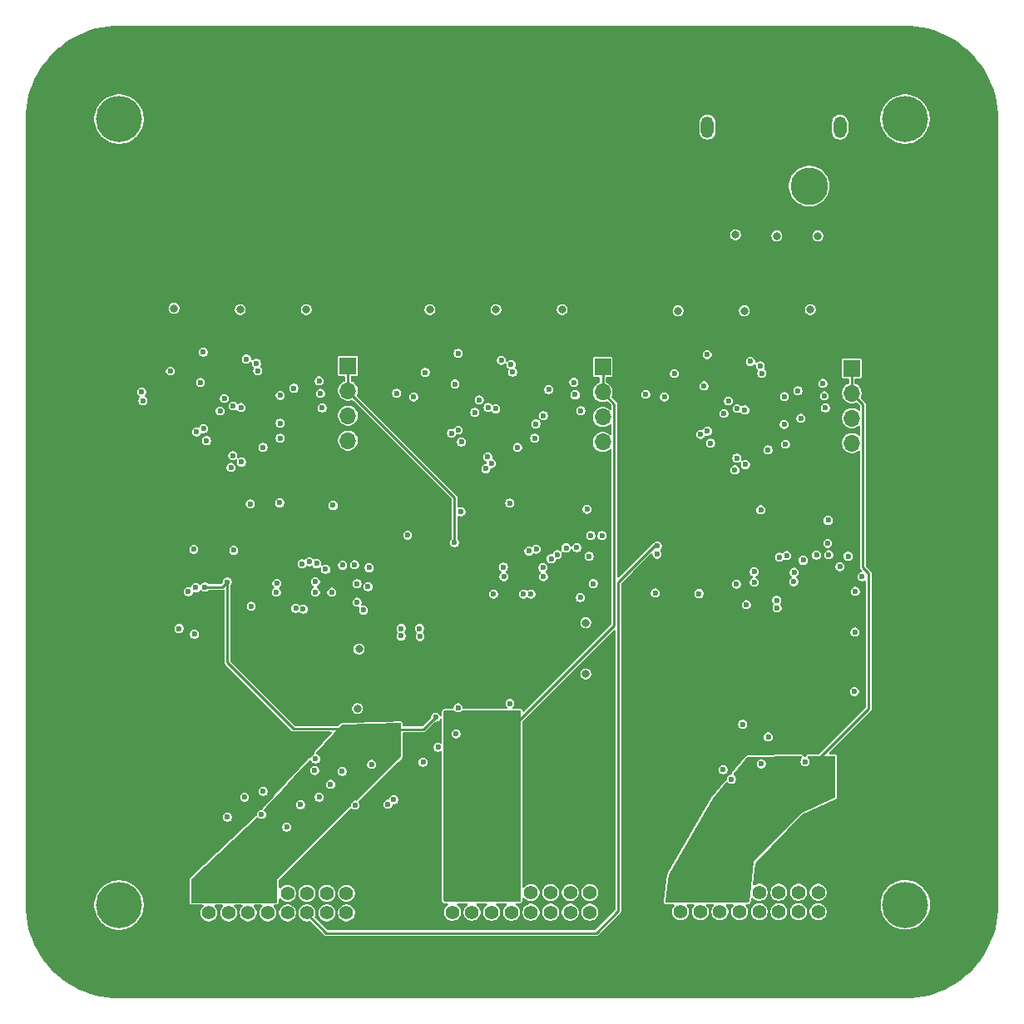
<source format=gbr>
%TF.GenerationSoftware,KiCad,Pcbnew,9.0.0*%
%TF.CreationDate,2025-06-20T14:28:13-07:00*%
%TF.ProjectId,EPS_Scales_RevE,4550535f-5363-4616-9c65-735f52657645,rev?*%
%TF.SameCoordinates,Original*%
%TF.FileFunction,Copper,L3,Inr*%
%TF.FilePolarity,Positive*%
%FSLAX46Y46*%
G04 Gerber Fmt 4.6, Leading zero omitted, Abs format (unit mm)*
G04 Created by KiCad (PCBNEW 9.0.0) date 2025-06-20 14:28:13*
%MOMM*%
%LPD*%
G01*
G04 APERTURE LIST*
%TA.AperFunction,ComponentPad*%
%ADD10C,4.700000*%
%TD*%
%TA.AperFunction,ComponentPad*%
%ADD11R,1.400000X1.400000*%
%TD*%
%TA.AperFunction,ComponentPad*%
%ADD12C,1.400000*%
%TD*%
%TA.AperFunction,ComponentPad*%
%ADD13R,1.700000X1.700000*%
%TD*%
%TA.AperFunction,ComponentPad*%
%ADD14O,1.700000X1.700000*%
%TD*%
%TA.AperFunction,ComponentPad*%
%ADD15O,1.300000X2.200000*%
%TD*%
%TA.AperFunction,ComponentPad*%
%ADD16C,3.800000*%
%TD*%
%TA.AperFunction,ViaPad*%
%ADD17C,0.600000*%
%TD*%
%TA.AperFunction,ViaPad*%
%ADD18C,0.800000*%
%TD*%
%TA.AperFunction,Conductor*%
%ADD19C,0.250000*%
%TD*%
G04 APERTURE END LIST*
D10*
%TO.N,GND*%
%TO.C,J3*%
X160012800Y-37000000D03*
%TD*%
D11*
%TO.N,+5V_Perif*%
%TO.C,CN1*%
X193941000Y-115729000D03*
D12*
%TO.N,unconnected-(CN1-Pad2)*%
X193941000Y-117729000D03*
%TO.N,+5V_Perif*%
X195941000Y-115729000D03*
%TO.N,Net-(CN1-Pad4)*%
X195941000Y-117729000D03*
%TO.N,+5V_Perif*%
X197941000Y-115729000D03*
%TO.N,Net-(CN1-Pad6)*%
X197941000Y-117729000D03*
%TO.N,+5V_Perif*%
X199941000Y-115729000D03*
%TO.N,Net-(CN1-Pad8)*%
X199941000Y-117729000D03*
%TO.N,GND*%
X201941000Y-115729000D03*
%TO.N,Net-(CN1-Pad10)*%
X201941000Y-117729000D03*
%TO.N,GND*%
X203941000Y-115729000D03*
%TO.N,Net-(CN1-Pad12)*%
X203941000Y-117729000D03*
%TO.N,GND*%
X205941000Y-115729000D03*
%TO.N,Net-(CN1-Pad14)*%
X205941000Y-117729000D03*
%TO.N,GND*%
X207941000Y-115729000D03*
%TO.N,WDT_WDI_Perif*%
X207941000Y-117729000D03*
%TD*%
D10*
%TO.N,GND*%
%TO.C,J2*%
X160012800Y-117000000D03*
%TD*%
D13*
%TO.N,+20V_Jetson*%
%TO.C,J8*%
X234594000Y-62367000D03*
D14*
X234594000Y-64907000D03*
%TO.N,GND*%
X234594000Y-67447000D03*
X234594000Y-69987000D03*
%TD*%
D13*
%TO.N,+3.3V_OBC*%
%TO.C,J9*%
X183303000Y-62114250D03*
D14*
X183303000Y-64654250D03*
%TO.N,GND*%
X183303000Y-67194250D03*
X183303000Y-69734250D03*
%TD*%
D11*
%TO.N,+20V_Jetson*%
%TO.C,J6*%
X217167800Y-115696600D03*
D12*
%TO.N,Net-(J6-Pad2)*%
X217167800Y-117696600D03*
%TO.N,+20V_Jetson*%
X219167800Y-115696600D03*
%TO.N,Net-(J6-Pad4)*%
X219167800Y-117696600D03*
%TO.N,+20V_Jetson*%
X221167800Y-115696600D03*
%TO.N,Net-(J6-Pad6)*%
X221167800Y-117696600D03*
%TO.N,+20V_Jetson*%
X223167800Y-115696600D03*
%TO.N,Net-(J6-Pad8)*%
X223167800Y-117696600D03*
%TO.N,GND*%
X225167800Y-115696600D03*
%TO.N,Net-(J6-Pad10)*%
X225167800Y-117696600D03*
%TO.N,GND*%
X227167800Y-115696600D03*
%TO.N,Net-(J6-Pad12)*%
X227167800Y-117696600D03*
%TO.N,GND*%
X229167800Y-115696600D03*
%TO.N,WDT_WDI_Jetson*%
X229167800Y-117696600D03*
%TO.N,GND*%
X231167800Y-115696600D03*
%TO.N,WDT_WDI_Jetson*%
X231167800Y-117696600D03*
%TD*%
D15*
%TO.N,GND*%
%TO.C,U8*%
X219901000Y-37815000D03*
X233401000Y-37815000D03*
D16*
%TO.N,+V_Batt*%
X223051000Y-43815000D03*
%TO.N,GND*%
X230251000Y-43815000D03*
%TD*%
D11*
%TO.N,+3.3V_OBC*%
%TO.C,J10*%
X169157200Y-115798200D03*
D12*
%TO.N,Net-(J10-Pad2)*%
X169157200Y-117798200D03*
%TO.N,+3.3V_OBC*%
X171157200Y-115798200D03*
%TO.N,Net-(J10-Pad4)*%
X171157200Y-117798200D03*
%TO.N,+3.3V_OBC*%
X173157200Y-115798200D03*
%TO.N,OBC SDA*%
X173157200Y-117798200D03*
%TO.N,+3.3V_OBC*%
X175157200Y-115798200D03*
%TO.N,OBC SCL*%
X175157200Y-117798200D03*
%TO.N,GND*%
X177157200Y-115798200D03*
%TO.N,Net-(J10-Pad10)*%
X177157200Y-117798200D03*
%TO.N,GND*%
X179157200Y-115798200D03*
%TO.N,OBC_EN_JETSON*%
X179157200Y-117798200D03*
%TO.N,GND*%
X181157200Y-115798200D03*
%TO.N,OBC_EN_PERIF*%
X181157200Y-117798200D03*
%TO.N,GND*%
X183157200Y-115798200D03*
%TO.N,WDT_WDI_OBC*%
X183157200Y-117798200D03*
%TD*%
D10*
%TO.N,GND*%
%TO.C,J5*%
X240012800Y-37000000D03*
%TD*%
%TO.N,GND*%
%TO.C,J4*%
X240030000Y-116967000D03*
%TD*%
D13*
%TO.N,+5V_Perif*%
%TO.C,J7*%
X209236000Y-62250500D03*
D14*
X209236000Y-64790500D03*
%TO.N,GND*%
X209236000Y-67330500D03*
X209236000Y-69870500D03*
%TD*%
D17*
%TO.N,+V_Batt*%
X178968400Y-79756000D03*
X178155600Y-80518000D03*
X200456800Y-78638400D03*
X177328400Y-78296000D03*
X201980800Y-77927200D03*
X201218800Y-78638400D03*
X226568000Y-77876400D03*
X227279200Y-78536800D03*
X178954000Y-79108800D03*
X226568000Y-79197200D03*
X227279200Y-79857600D03*
X177328400Y-79108800D03*
X226568000Y-79857600D03*
X201218800Y-77927200D03*
X171791200Y-79696600D03*
X200456800Y-79349600D03*
X178141200Y-79108800D03*
X200456800Y-77927200D03*
X225856800Y-79908400D03*
X201218800Y-77266800D03*
X178141200Y-78296000D03*
X178954000Y-78296000D03*
X225856800Y-79197200D03*
X225856800Y-78536800D03*
D18*
X224790000Y-47142400D03*
D17*
X201980800Y-78638400D03*
X201218800Y-79349600D03*
X225856800Y-77876400D03*
X177393600Y-79756000D03*
X178141200Y-79756000D03*
X177342800Y-80518000D03*
X201980800Y-77266800D03*
X200456800Y-77266800D03*
X226568000Y-78536800D03*
X227279200Y-79197200D03*
D18*
X229108000Y-47193200D03*
X220522800Y-47193200D03*
D17*
X227279200Y-77876400D03*
%TO.N,GND*%
X222694500Y-72707500D03*
D18*
X172339000Y-56388000D03*
D17*
X203149200Y-82651600D03*
X226088000Y-99886400D03*
X176363200Y-76060800D03*
D18*
X191643000Y-56388000D03*
D17*
X234854000Y-95263600D03*
X208280000Y-84277200D03*
X232184000Y-77839200D03*
X199136000Y-82600800D03*
X199771000Y-76073000D03*
X181798800Y-76314800D03*
D18*
X223647000Y-56515000D03*
D17*
X225376800Y-102629600D03*
X185456400Y-82664800D03*
X188256000Y-64902250D03*
X207645000Y-76708000D03*
X180020800Y-102121200D03*
X203200000Y-83566000D03*
X194310000Y-99568000D03*
X209169000Y-79375000D03*
X167625600Y-80785200D03*
X179919200Y-103289600D03*
X176027600Y-85151600D03*
X194818000Y-76962000D03*
X185354800Y-84595200D03*
X235638400Y-83579600D03*
X176078400Y-84237200D03*
X228678800Y-84087600D03*
D18*
X205105000Y-56388000D03*
D17*
X222351600Y-104190800D03*
D18*
X184440400Y-90945200D03*
D17*
X168300400Y-63804800D03*
X231662380Y-63905018D03*
X165244000Y-62641250D03*
X182713200Y-103391200D03*
X191177000Y-62777500D03*
X206304380Y-63788518D03*
X194208400Y-63957200D03*
X171403500Y-72454750D03*
D18*
X184288000Y-96990400D03*
X207518000Y-88265000D03*
D17*
X174516800Y-107768800D03*
X172419500Y-66358750D03*
X179990000Y-85151600D03*
X198352500Y-66495000D03*
D18*
X230378000Y-56388000D03*
D17*
X167066800Y-85103200D03*
D18*
X231140000Y-48895000D03*
D17*
X185710400Y-102680000D03*
X224665600Y-84138400D03*
X225326000Y-76772400D03*
X184897600Y-86982800D03*
X213614000Y-65018750D03*
X222859600Y-84328000D03*
X199796400Y-96469200D03*
X168609500Y-68517750D03*
X219557600Y-64160400D03*
X234904800Y-89218400D03*
D18*
X198374000Y-56388000D03*
D17*
X181544800Y-104712000D03*
X219900500Y-68770500D03*
X162323000Y-64766000D03*
D18*
X222758000Y-48768000D03*
X165608000Y-56261000D03*
X179070000Y-56388000D03*
D17*
X228729600Y-83122400D03*
X197336500Y-72591000D03*
X229819200Y-102412800D03*
X194513200Y-96926400D03*
X179990000Y-84084800D03*
X174669200Y-105432000D03*
X173366000Y-76162400D03*
X171689600Y-80886800D03*
X180371380Y-63652268D03*
D18*
X216916000Y-56515000D03*
D17*
X194542500Y-68654000D03*
D18*
X226949000Y-48895000D03*
D17*
X232133200Y-80176000D03*
D18*
X207518000Y-93472000D03*
D17*
X223710500Y-66611500D03*
X199186800Y-83566000D03*
X216535000Y-62894000D03*
X224665600Y-83071600D03*
%TO.N,/Perif_Subsystem/WD_Perif/WDT-VIN*%
X206439426Y-65055500D03*
X203750000Y-64526500D03*
%TO.N,WDT_WDI_Perif*%
X189992000Y-65278000D03*
%TO.N,Net-(U1-TR{slash}SS)*%
X229644000Y-81901100D03*
X234216000Y-81496800D03*
%TO.N,Net-(U1-BST)*%
X226936360Y-85974820D03*
X223861600Y-86424400D03*
%TO.N,Net-(U1-INTVCC)*%
X234955153Y-85070655D03*
X226982362Y-86756133D03*
%TO.N,+3.3V_OBC*%
X187198000Y-102412800D03*
X183692800Y-99060000D03*
X171043600Y-84124800D03*
X168757600Y-84632800D03*
X185775600Y-99060000D03*
X214782400Y-81280000D03*
X194157600Y-80111600D03*
X192227200Y-97891600D03*
X185318400Y-103581200D03*
X187756800Y-99110800D03*
%TO.N,+20V_Jetson*%
X230632000Y-102717600D03*
X229870000Y-105511600D03*
X228955600Y-102666800D03*
X228193600Y-102616000D03*
X227482400Y-102565200D03*
X228346000Y-105511600D03*
X229057200Y-105460800D03*
X227634800Y-105562400D03*
%TO.N,WDT_WDI_Jetson*%
X215519000Y-65278000D03*
%TO.N,Net-(U10D--)*%
X220218000Y-69977000D03*
X222026842Y-65689842D03*
%TO.N,Net-(U3-TR{slash}SS)*%
X184237200Y-84290400D03*
X180115363Y-82243200D03*
%TO.N,Net-(U3-BST)*%
X177994569Y-86805577D03*
X173467600Y-86576400D03*
%TO.N,Net-(U3-INTVCC)*%
X184237200Y-86170000D03*
X178750800Y-86881200D03*
%TO.N,Net-(U6D--)*%
X196668842Y-65573342D03*
X194860000Y-69860500D03*
%TO.N,Net-(U13-TR{slash}SS)*%
X204619520Y-81332480D03*
X208026000Y-79375000D03*
%TO.N,Net-(U13-BST)*%
X201169997Y-85344000D03*
X198120000Y-85344000D03*
%TO.N,Net-(U13-INTVCC)*%
X206959200Y-85699600D03*
X201930000Y-85344000D03*
%TO.N,/OBC_Subsystem/WD_OBC/WDT-VIN*%
X177817000Y-64390250D03*
X180506426Y-64919250D03*
%TO.N,/Jetson_Subsystem/WD_Jetson/WDT-VIN*%
X229412800Y-67462400D03*
X231797426Y-65172000D03*
X229108000Y-64643000D03*
%TO.N,WDT_WDI_OBC*%
X162433000Y-65659000D03*
%TO.N,+5V_Perif*%
X196596000Y-102463600D03*
X196646800Y-99669600D03*
X198069200Y-99771200D03*
X197408800Y-102412800D03*
X197764400Y-97891600D03*
X198069200Y-102260400D03*
X197358000Y-99771200D03*
%TO.N,OBC_EN_JETSON*%
X214789948Y-80460232D03*
%TO.N,OBC SDA*%
X171036342Y-108044342D03*
%TO.N,OBC SCL*%
X177082642Y-109061442D03*
%TO.N,OBC_EN_PERIF*%
X189382400Y-79349600D03*
%TO.N,/Jetson_Subsystem/WD_Jetson/WDT-VP*%
X221582342Y-66961658D03*
X225425000Y-62865000D03*
%TO.N,Net-(R124-Pad1)*%
X197889579Y-72053002D03*
X202311000Y-69469000D03*
%TO.N,Net-(R132-Pad2)*%
X207010000Y-66675000D03*
X203200000Y-67183000D03*
%TO.N,Net-(U6B--)*%
X199917951Y-62003256D03*
X193844000Y-68971500D03*
%TO.N,/Perif_Subsystem/WD_Perif/WDT-VP*%
X196224342Y-66845158D03*
X200067000Y-62748500D03*
%TO.N,Net-(U6A--)*%
X194511820Y-60845754D03*
X198916000Y-61551970D03*
%TO.N,Net-(R141-Pad1)*%
X223760500Y-72166201D03*
X227838000Y-70096498D03*
%TO.N,SDA*%
X221488000Y-103225600D03*
X180390800Y-106019600D03*
X187960000Y-106273600D03*
X172781000Y-106019600D03*
X223469200Y-98602800D03*
%TO.N,Net-(U10B--)*%
X225275951Y-62119756D03*
X219202000Y-69088000D03*
%TO.N,SCL*%
X184048400Y-106832400D03*
X187366538Y-106748370D03*
X192481200Y-100939600D03*
X178473759Y-106768051D03*
X190950942Y-102455342D03*
%TO.N,Net-(U10A--)*%
X219869820Y-60962254D03*
X224274000Y-61668470D03*
%TO.N,Net-(U1-RT)*%
X230994024Y-81375966D03*
X227971956Y-81431431D03*
%TO.N,Net-(U1-EN{slash}UV)*%
X232253602Y-81345025D03*
X227227375Y-81583748D03*
%TO.N,Net-(U3-RT)*%
X179380453Y-82049522D03*
X182764000Y-82410800D03*
%TO.N,Net-(U3-EN{slash}UV)*%
X178649200Y-82256582D03*
X183983200Y-82360000D03*
%TO.N,Net-(U6C-+)*%
X197559658Y-66337158D03*
X197527000Y-71384500D03*
%TO.N,Net-(U13-EN{slash}UV)*%
X206597000Y-80618426D03*
X201733750Y-80971484D03*
%TO.N,/OBC_Subsystem/WD_OBC/WDT-VP*%
X174134000Y-62612250D03*
X170291342Y-66708908D03*
%TO.N,Net-(R149-Pad2)*%
X231902000Y-66395600D03*
X227729142Y-65234458D03*
%TO.N,Net-(U13-RT)*%
X202467815Y-80774633D03*
X205510612Y-80639652D03*
%TO.N,SYNC_PHASE3*%
X188722000Y-89609203D03*
X190652400Y-89662000D03*
X214579200Y-85242400D03*
X233375200Y-82550000D03*
X219049600Y-85293200D03*
X167690800Y-89434200D03*
%TO.N,SYNC_PHASE1*%
X167828800Y-84696800D03*
X181668499Y-85156786D03*
X181036800Y-82828200D03*
%TO.N,SYNC_PHASE2*%
X207858056Y-81493056D03*
X203989134Y-81757000D03*
X190601600Y-88849200D03*
X188722000Y-88849200D03*
X166116000Y-88849200D03*
%TO.N,Net-(U10C-+)*%
X222917658Y-66453658D03*
X222885000Y-71501000D03*
%TO.N,Net-(U11D--)*%
X170735842Y-65437092D03*
X168927000Y-69724250D03*
%TO.N,Net-(R157-Pad1)*%
X172469500Y-71913452D03*
X176403000Y-69469000D03*
%TO.N,Net-(U11B--)*%
X167911000Y-68835250D03*
X173984951Y-61867006D03*
%TO.N,Net-(U11A--)*%
X172983000Y-61415720D03*
X168578820Y-60709504D03*
%TO.N,Net-(R165-Pad2)*%
X176416000Y-65130169D03*
X180695600Y-66395600D03*
%TO.N,Net-(U11C-+)*%
X171594000Y-71248250D03*
X171626658Y-66200908D03*
%TO.N,Net-(D8-C)*%
X200568820Y-70419220D03*
X202438000Y-68021200D03*
%TO.N,Net-(D15-C)*%
X226060000Y-70673498D03*
X227711000Y-68072000D03*
%TO.N,Net-(D18-C)*%
X176403000Y-67945000D03*
X174673520Y-70406520D03*
%TD*%
D19*
%TO.N,+V_Batt*%
X173191800Y-78296000D02*
X171791200Y-79696600D01*
X177328400Y-78296000D02*
X173191800Y-78296000D01*
%TO.N,+3.3V_OBC*%
X171043600Y-92315270D02*
X177788330Y-99060000D01*
X170535600Y-84632800D02*
X171043600Y-84124800D01*
X192227200Y-97891600D02*
X191008000Y-99110800D01*
X183303000Y-64654250D02*
X183303000Y-62213400D01*
X171043600Y-84124800D02*
X171043600Y-92315270D01*
X194157600Y-75539600D02*
X194157600Y-80111600D01*
X192227200Y-97891600D02*
X192180000Y-97891600D01*
X177788330Y-99060000D02*
X183692800Y-99060000D01*
X168757600Y-84632800D02*
X170535600Y-84632800D01*
X191008000Y-99110800D02*
X187756800Y-99110800D01*
X183286400Y-64668400D02*
X194157600Y-75539600D01*
X183303000Y-62213400D02*
X183337200Y-62179200D01*
X183303000Y-64651800D02*
X183286400Y-64668400D01*
%TO.N,+20V_Jetson*%
X234594000Y-62382800D02*
X234645200Y-62331600D01*
X230632000Y-102717600D02*
X236321600Y-97028000D01*
X236321600Y-97028000D02*
X236321600Y-83250870D01*
X236321600Y-83250870D02*
X235730000Y-82659270D01*
X234594000Y-64907000D02*
X234594000Y-62382800D01*
X235730000Y-66058000D02*
X234594400Y-64922400D01*
X235730000Y-82659270D02*
X235730000Y-66058000D01*
%TO.N,+5V_Perif*%
X210413600Y-65989200D02*
X210413600Y-88544400D01*
X200152000Y-98806000D02*
X198526400Y-98806000D01*
X209236000Y-64790500D02*
X209236000Y-62271600D01*
X209245200Y-64820800D02*
X210413600Y-65989200D01*
X210413600Y-88544400D02*
X200152000Y-98806000D01*
X209236000Y-62271600D02*
X209194400Y-62230000D01*
%TO.N,OBC_EN_JETSON*%
X210824600Y-84120200D02*
X210824600Y-117597400D01*
X214789948Y-80460232D02*
X214484568Y-80460232D01*
X208584800Y-119837200D02*
X181102000Y-119837200D01*
X214484568Y-80460232D02*
X210824600Y-84120200D01*
X181102000Y-119837200D02*
X179120800Y-117856000D01*
X210824600Y-117597400D02*
X208584800Y-119837200D01*
%TD*%
%TA.AperFunction,Conductor*%
%TO.N,+20V_Jetson*%
G36*
X232859850Y-101823547D02*
G01*
X232906202Y-101875827D01*
X232918000Y-101928617D01*
X232918000Y-105990170D01*
X232898315Y-106057209D01*
X232845511Y-106102964D01*
X232844817Y-106103279D01*
X229412801Y-107645199D01*
X224637600Y-112623599D01*
X224143033Y-116629593D01*
X224115282Y-116693716D01*
X224057270Y-116732656D01*
X224019967Y-116738400D01*
X215737818Y-116738400D01*
X215670779Y-116718715D01*
X215625024Y-116665911D01*
X215615022Y-116597165D01*
X215998256Y-113866625D01*
X216013609Y-113821956D01*
X220415869Y-106181251D01*
X220428040Y-106163791D01*
X221816255Y-104497933D01*
X221874291Y-104459037D01*
X221944148Y-104457691D01*
X221999192Y-104489638D01*
X222068846Y-104559292D01*
X222173853Y-104619918D01*
X222290974Y-104651300D01*
X222290976Y-104651300D01*
X222412224Y-104651300D01*
X222412226Y-104651300D01*
X222529347Y-104619918D01*
X222634354Y-104559292D01*
X222720092Y-104473554D01*
X222780718Y-104368547D01*
X222812100Y-104251426D01*
X222812100Y-104130174D01*
X222780718Y-104013053D01*
X222720092Y-103908046D01*
X222634354Y-103822308D01*
X222621406Y-103814832D01*
X222589672Y-103796510D01*
X222541458Y-103745942D01*
X222528236Y-103677335D01*
X222554205Y-103612471D01*
X222556386Y-103609776D01*
X223423721Y-102568974D01*
X224916300Y-102568974D01*
X224916300Y-102690226D01*
X224947682Y-102807347D01*
X225008308Y-102912354D01*
X225094046Y-102998092D01*
X225199053Y-103058718D01*
X225316174Y-103090100D01*
X225316176Y-103090100D01*
X225437424Y-103090100D01*
X225437426Y-103090100D01*
X225554547Y-103058718D01*
X225659554Y-102998092D01*
X225745292Y-102912354D01*
X225805918Y-102807347D01*
X225837300Y-102690226D01*
X225837300Y-102568974D01*
X225805918Y-102451853D01*
X225745292Y-102346846D01*
X225659554Y-102261108D01*
X225554547Y-102200482D01*
X225437426Y-102169100D01*
X225316174Y-102169100D01*
X225199053Y-102200482D01*
X225199050Y-102200483D01*
X225094049Y-102261106D01*
X225094043Y-102261110D01*
X225008310Y-102346843D01*
X225008306Y-102346849D01*
X224947683Y-102451850D01*
X224947682Y-102451853D01*
X224916300Y-102568974D01*
X223423721Y-102568974D01*
X223940570Y-101948755D01*
X223998606Y-101909859D01*
X224034411Y-101904149D01*
X229437236Y-101842754D01*
X229504495Y-101861676D01*
X229550847Y-101913956D01*
X229561575Y-101982997D01*
X229533275Y-102046879D01*
X229526327Y-102054427D01*
X229450707Y-102130047D01*
X229450706Y-102130049D01*
X229390083Y-102235050D01*
X229390082Y-102235053D01*
X229358700Y-102352174D01*
X229358700Y-102473426D01*
X229390082Y-102590547D01*
X229450708Y-102695554D01*
X229536446Y-102781292D01*
X229641453Y-102841918D01*
X229758574Y-102873300D01*
X229758576Y-102873300D01*
X229879824Y-102873300D01*
X229879826Y-102873300D01*
X229996947Y-102841918D01*
X230101954Y-102781292D01*
X230187692Y-102695554D01*
X230248318Y-102590547D01*
X230279700Y-102473426D01*
X230279700Y-102352174D01*
X230248318Y-102235053D01*
X230187692Y-102130046D01*
X230103521Y-102045875D01*
X230070036Y-101984552D01*
X230075020Y-101914860D01*
X230116892Y-101858927D01*
X230182356Y-101834510D01*
X230189781Y-101834202D01*
X232792591Y-101804625D01*
X232859850Y-101823547D01*
G37*
%TD.AperFunction*%
%TD*%
%TA.AperFunction,Conductor*%
%TO.N,+5V_Perif*%
G36*
X194131631Y-97200085D02*
G01*
X194152273Y-97216719D01*
X194230446Y-97294892D01*
X194335453Y-97355518D01*
X194452574Y-97386900D01*
X194452576Y-97386900D01*
X194573824Y-97386900D01*
X194573826Y-97386900D01*
X194690947Y-97355518D01*
X194795954Y-97294892D01*
X194874127Y-97216719D01*
X194935450Y-97183234D01*
X194961808Y-97180400D01*
X200790000Y-97180400D01*
X200857039Y-97200085D01*
X200902794Y-97252889D01*
X200914000Y-97304400D01*
X200914000Y-116512800D01*
X200894315Y-116579839D01*
X200841511Y-116625594D01*
X200790000Y-116636800D01*
X193164000Y-116636800D01*
X193096961Y-116617115D01*
X193051206Y-116564311D01*
X193040000Y-116512800D01*
X193040000Y-99507374D01*
X193849500Y-99507374D01*
X193849500Y-99628626D01*
X193880882Y-99745747D01*
X193941508Y-99850754D01*
X194027246Y-99936492D01*
X194132253Y-99997118D01*
X194249374Y-100028500D01*
X194249376Y-100028500D01*
X194370624Y-100028500D01*
X194370626Y-100028500D01*
X194487747Y-99997118D01*
X194592754Y-99936492D01*
X194678492Y-99850754D01*
X194739118Y-99745747D01*
X194770500Y-99628626D01*
X194770500Y-99507374D01*
X194739118Y-99390253D01*
X194678492Y-99285246D01*
X194592754Y-99199508D01*
X194487747Y-99138882D01*
X194370626Y-99107500D01*
X194249374Y-99107500D01*
X194132253Y-99138882D01*
X194132250Y-99138883D01*
X194027249Y-99199506D01*
X194027243Y-99199510D01*
X193941510Y-99285243D01*
X193941506Y-99285249D01*
X193880883Y-99390250D01*
X193880882Y-99390253D01*
X193849500Y-99507374D01*
X193040000Y-99507374D01*
X193040000Y-97304400D01*
X193059685Y-97237361D01*
X193112489Y-97191606D01*
X193164000Y-97180400D01*
X194064592Y-97180400D01*
X194131631Y-97200085D01*
G37*
%TD.AperFunction*%
%TD*%
%TA.AperFunction,Conductor*%
%TO.N,+3.3V_OBC*%
G36*
X188662600Y-98484687D02*
G01*
X188709568Y-98536414D01*
X188722000Y-98590530D01*
X188722000Y-101852995D01*
X188702315Y-101920034D01*
X188685146Y-101941208D01*
X184231318Y-106341156D01*
X184169792Y-106374267D01*
X184117094Y-106372854D01*
X184117080Y-106372961D01*
X184116058Y-106372826D01*
X184112086Y-106372720D01*
X184109027Y-106371900D01*
X184109026Y-106371900D01*
X183987774Y-106371900D01*
X183870653Y-106403282D01*
X183870650Y-106403283D01*
X183765649Y-106463906D01*
X183765643Y-106463910D01*
X183679910Y-106549643D01*
X183679906Y-106549649D01*
X183619283Y-106654650D01*
X183619282Y-106654653D01*
X183587900Y-106771774D01*
X183587900Y-106893026D01*
X183587901Y-106893029D01*
X183588961Y-106901080D01*
X183586711Y-106901376D01*
X183585321Y-106959485D01*
X183554359Y-107009928D01*
X176123600Y-114350799D01*
X176123600Y-116665200D01*
X176103915Y-116732239D01*
X176051111Y-116777994D01*
X175999600Y-116789200D01*
X167459200Y-116789200D01*
X167392161Y-116769515D01*
X167346406Y-116716711D01*
X167335200Y-116665200D01*
X167335200Y-114454935D01*
X167354885Y-114387896D01*
X167373916Y-114364921D01*
X173036028Y-109000816D01*
X176622142Y-109000816D01*
X176622142Y-109122068D01*
X176653524Y-109239189D01*
X176714150Y-109344196D01*
X176799888Y-109429934D01*
X176904895Y-109490560D01*
X177022016Y-109521942D01*
X177022018Y-109521942D01*
X177143266Y-109521942D01*
X177143268Y-109521942D01*
X177260389Y-109490560D01*
X177365396Y-109429934D01*
X177451134Y-109344196D01*
X177511760Y-109239189D01*
X177543142Y-109122068D01*
X177543142Y-109000816D01*
X177511760Y-108883695D01*
X177451134Y-108778688D01*
X177365396Y-108692950D01*
X177260389Y-108632324D01*
X177143268Y-108600942D01*
X177022016Y-108600942D01*
X176904895Y-108632324D01*
X176904892Y-108632325D01*
X176799891Y-108692948D01*
X176799885Y-108692952D01*
X176714152Y-108778685D01*
X176714148Y-108778691D01*
X176653525Y-108883692D01*
X176653524Y-108883695D01*
X176622142Y-109000816D01*
X173036028Y-109000816D01*
X173850407Y-108229299D01*
X174007040Y-108080910D01*
X174069245Y-108049094D01*
X174138777Y-108055959D01*
X174180001Y-108083247D01*
X174234046Y-108137292D01*
X174339053Y-108197918D01*
X174456174Y-108229300D01*
X174456176Y-108229300D01*
X174577424Y-108229300D01*
X174577426Y-108229300D01*
X174694547Y-108197918D01*
X174799554Y-108137292D01*
X174885292Y-108051554D01*
X174945918Y-107946547D01*
X174977300Y-107829426D01*
X174977300Y-107708174D01*
X174945918Y-107591053D01*
X174885292Y-107486046D01*
X174802234Y-107402988D01*
X174768749Y-107341665D01*
X174773733Y-107271973D01*
X174798606Y-107231410D01*
X175280106Y-106707425D01*
X178013259Y-106707425D01*
X178013259Y-106828677D01*
X178044641Y-106945798D01*
X178105267Y-107050805D01*
X178191005Y-107136543D01*
X178296012Y-107197169D01*
X178413133Y-107228551D01*
X178413135Y-107228551D01*
X178534383Y-107228551D01*
X178534385Y-107228551D01*
X178651506Y-107197169D01*
X178756513Y-107136543D01*
X178842251Y-107050805D01*
X178902877Y-106945798D01*
X178934259Y-106828677D01*
X178934259Y-106707425D01*
X178902877Y-106590304D01*
X178842251Y-106485297D01*
X178756513Y-106399559D01*
X178686508Y-106359141D01*
X178651508Y-106338934D01*
X178651507Y-106338933D01*
X178651506Y-106338933D01*
X178534385Y-106307551D01*
X178413133Y-106307551D01*
X178296012Y-106338933D01*
X178296009Y-106338934D01*
X178191008Y-106399557D01*
X178191002Y-106399561D01*
X178105269Y-106485294D01*
X178105265Y-106485300D01*
X178044642Y-106590301D01*
X178044641Y-106590304D01*
X178013259Y-106707425D01*
X175280106Y-106707425D01*
X175967872Y-105958974D01*
X179930300Y-105958974D01*
X179930300Y-106080226D01*
X179961682Y-106197347D01*
X180022308Y-106302354D01*
X180108046Y-106388092D01*
X180213053Y-106448718D01*
X180330174Y-106480100D01*
X180330176Y-106480100D01*
X180451424Y-106480100D01*
X180451426Y-106480100D01*
X180568547Y-106448718D01*
X180673554Y-106388092D01*
X180759292Y-106302354D01*
X180819918Y-106197347D01*
X180851300Y-106080226D01*
X180851300Y-105958974D01*
X180819918Y-105841853D01*
X180759292Y-105736846D01*
X180673554Y-105651108D01*
X180568547Y-105590482D01*
X180451426Y-105559100D01*
X180330174Y-105559100D01*
X180213053Y-105590482D01*
X180213050Y-105590483D01*
X180108049Y-105651106D01*
X180108043Y-105651110D01*
X180022310Y-105736843D01*
X180022306Y-105736849D01*
X179961683Y-105841850D01*
X179961682Y-105841853D01*
X179930300Y-105958974D01*
X175967872Y-105958974D01*
X177169450Y-104651374D01*
X181084300Y-104651374D01*
X181084300Y-104772626D01*
X181115682Y-104889747D01*
X181176308Y-104994754D01*
X181262046Y-105080492D01*
X181367053Y-105141118D01*
X181484174Y-105172500D01*
X181484176Y-105172500D01*
X181605424Y-105172500D01*
X181605426Y-105172500D01*
X181722547Y-105141118D01*
X181827554Y-105080492D01*
X181913292Y-104994754D01*
X181973918Y-104889747D01*
X182005300Y-104772626D01*
X182005300Y-104651374D01*
X181973918Y-104534253D01*
X181913292Y-104429246D01*
X181827554Y-104343508D01*
X181722547Y-104282882D01*
X181605426Y-104251500D01*
X181484174Y-104251500D01*
X181367053Y-104282882D01*
X181367050Y-104282883D01*
X181262049Y-104343506D01*
X181262043Y-104343510D01*
X181176310Y-104429243D01*
X181176306Y-104429249D01*
X181115683Y-104534250D01*
X181115682Y-104534253D01*
X181084300Y-104651374D01*
X177169450Y-104651374D01*
X178476520Y-103228974D01*
X179458700Y-103228974D01*
X179458700Y-103350226D01*
X179490082Y-103467347D01*
X179550708Y-103572354D01*
X179636446Y-103658092D01*
X179741453Y-103718718D01*
X179858574Y-103750100D01*
X179858576Y-103750100D01*
X179979824Y-103750100D01*
X179979826Y-103750100D01*
X180096947Y-103718718D01*
X180201954Y-103658092D01*
X180287692Y-103572354D01*
X180348318Y-103467347D01*
X180379700Y-103350226D01*
X180379700Y-103330574D01*
X182252700Y-103330574D01*
X182252700Y-103451826D01*
X182284082Y-103568947D01*
X182344708Y-103673954D01*
X182430446Y-103759692D01*
X182535453Y-103820318D01*
X182652574Y-103851700D01*
X182652576Y-103851700D01*
X182773824Y-103851700D01*
X182773826Y-103851700D01*
X182890947Y-103820318D01*
X182995954Y-103759692D01*
X183081692Y-103673954D01*
X183142318Y-103568947D01*
X183173700Y-103451826D01*
X183173700Y-103330574D01*
X183142318Y-103213453D01*
X183081692Y-103108446D01*
X182995954Y-103022708D01*
X182925949Y-102982290D01*
X182890949Y-102962083D01*
X182890948Y-102962082D01*
X182890947Y-102962082D01*
X182773826Y-102930700D01*
X182652574Y-102930700D01*
X182535453Y-102962082D01*
X182535450Y-102962083D01*
X182430449Y-103022706D01*
X182430443Y-103022710D01*
X182344710Y-103108443D01*
X182344706Y-103108449D01*
X182284083Y-103213450D01*
X182284082Y-103213453D01*
X182252700Y-103330574D01*
X180379700Y-103330574D01*
X180379700Y-103228974D01*
X180348318Y-103111853D01*
X180287692Y-103006846D01*
X180201954Y-102921108D01*
X180096947Y-102860482D01*
X179979826Y-102829100D01*
X179858574Y-102829100D01*
X179741453Y-102860482D01*
X179741450Y-102860483D01*
X179636449Y-102921106D01*
X179636443Y-102921110D01*
X179550710Y-103006843D01*
X179550706Y-103006849D01*
X179490083Y-103111850D01*
X179490082Y-103111853D01*
X179458700Y-103228974D01*
X178476520Y-103228974D01*
X179036693Y-102619374D01*
X185249900Y-102619374D01*
X185249900Y-102740625D01*
X185281282Y-102857746D01*
X185281283Y-102857749D01*
X185301490Y-102892749D01*
X185341908Y-102962754D01*
X185427646Y-103048492D01*
X185532653Y-103109118D01*
X185649774Y-103140500D01*
X185649776Y-103140500D01*
X185771024Y-103140500D01*
X185771026Y-103140500D01*
X185888147Y-103109118D01*
X185993154Y-103048492D01*
X186078892Y-102962754D01*
X186139518Y-102857747D01*
X186170900Y-102740626D01*
X186170900Y-102619374D01*
X186139518Y-102502253D01*
X186078892Y-102397246D01*
X185993154Y-102311508D01*
X185888147Y-102250882D01*
X185771026Y-102219500D01*
X185649774Y-102219500D01*
X185532653Y-102250882D01*
X185532650Y-102250883D01*
X185427649Y-102311506D01*
X185427643Y-102311510D01*
X185341910Y-102397243D01*
X185341906Y-102397249D01*
X185281283Y-102502250D01*
X185281282Y-102502253D01*
X185249900Y-102619374D01*
X179036693Y-102619374D01*
X179380187Y-102245572D01*
X179440038Y-102209532D01*
X179509878Y-102211569D01*
X179567530Y-102251042D01*
X179588282Y-102291560D01*
X179588573Y-102291440D01*
X179590064Y-102295040D01*
X179591261Y-102297377D01*
X179591680Y-102298942D01*
X179591681Y-102298946D01*
X179591682Y-102298947D01*
X179652308Y-102403954D01*
X179738046Y-102489692D01*
X179843053Y-102550318D01*
X179960174Y-102581700D01*
X179993337Y-102581700D01*
X180081424Y-102581700D01*
X180081426Y-102581700D01*
X180198547Y-102550318D01*
X180303554Y-102489692D01*
X180389292Y-102403954D01*
X180449918Y-102298947D01*
X180481300Y-102181826D01*
X180481300Y-102060574D01*
X180449918Y-101943453D01*
X180389292Y-101838446D01*
X180303554Y-101752708D01*
X180198549Y-101692083D01*
X180198548Y-101692082D01*
X180147693Y-101678456D01*
X180088033Y-101642090D01*
X180057504Y-101579243D01*
X180065799Y-101509868D01*
X180088476Y-101474786D01*
X182691910Y-98641638D01*
X182751763Y-98605597D01*
X182780330Y-98601575D01*
X188595125Y-98466563D01*
X188662600Y-98484687D01*
G37*
%TD.AperFunction*%
%TD*%
%TA.AperFunction,Conductor*%
%TO.N,+V_Batt*%
G36*
X240001941Y-27500560D02*
G01*
X240592598Y-27519122D01*
X240600340Y-27519609D01*
X241186734Y-27575039D01*
X241194459Y-27576015D01*
X241776188Y-27668152D01*
X241783802Y-27669604D01*
X242358649Y-27798097D01*
X242366172Y-27800030D01*
X242931789Y-27964357D01*
X242939139Y-27966745D01*
X243493338Y-28166269D01*
X243500561Y-28169128D01*
X243521097Y-28178015D01*
X244041114Y-28403046D01*
X244048163Y-28406363D01*
X244572951Y-28673757D01*
X244579777Y-28677510D01*
X245086734Y-28977323D01*
X245093311Y-28981497D01*
X245580446Y-29312554D01*
X245586748Y-29317133D01*
X246052120Y-29678111D01*
X246058120Y-29683073D01*
X246499941Y-30072591D01*
X246505619Y-30077924D01*
X246922074Y-30494380D01*
X246927407Y-30500058D01*
X247316922Y-30941877D01*
X247321887Y-30947879D01*
X247682883Y-31413273D01*
X247687445Y-31419552D01*
X248018502Y-31906687D01*
X248022676Y-31913264D01*
X248322489Y-32420221D01*
X248326242Y-32427047D01*
X248593635Y-32951836D01*
X248596952Y-32958885D01*
X248830866Y-33499428D01*
X248833733Y-33506670D01*
X249033243Y-34060830D01*
X249035650Y-34068239D01*
X249199966Y-34633815D01*
X249201904Y-34641360D01*
X249330391Y-35216177D01*
X249331850Y-35223829D01*
X249423982Y-35805535D01*
X249424959Y-35813263D01*
X249480389Y-36399642D01*
X249480878Y-36407417D01*
X249489530Y-36682707D01*
X249498906Y-36981081D01*
X249499439Y-36998025D01*
X249499500Y-37001920D01*
X249499500Y-116998045D01*
X249499439Y-117001940D01*
X249480877Y-117592581D01*
X249480388Y-117600355D01*
X249424959Y-118186731D01*
X249423982Y-118194460D01*
X249331849Y-118776168D01*
X249330390Y-118783820D01*
X249201903Y-119358637D01*
X249199965Y-119366182D01*
X249035650Y-119931758D01*
X249033243Y-119939166D01*
X248833733Y-120493327D01*
X248830866Y-120500570D01*
X248596952Y-121041113D01*
X248593635Y-121048162D01*
X248326242Y-121572950D01*
X248322489Y-121579776D01*
X248022675Y-122086733D01*
X248018501Y-122093310D01*
X247687444Y-122580446D01*
X247682865Y-122586748D01*
X247321887Y-123052118D01*
X247316922Y-123058121D01*
X246927407Y-123499940D01*
X246922074Y-123505618D01*
X246505619Y-123922073D01*
X246499941Y-123927406D01*
X246058122Y-124316921D01*
X246052120Y-124321886D01*
X245586749Y-124682865D01*
X245580446Y-124687444D01*
X245093311Y-125018501D01*
X245086734Y-125022675D01*
X244579777Y-125322488D01*
X244572951Y-125326241D01*
X244048163Y-125593634D01*
X244041114Y-125596951D01*
X243500565Y-125830868D01*
X243493323Y-125833735D01*
X243111504Y-125971198D01*
X242939168Y-126033242D01*
X242931765Y-126035648D01*
X242366183Y-126199965D01*
X242358638Y-126201903D01*
X241783821Y-126330390D01*
X241776169Y-126331849D01*
X241194461Y-126423982D01*
X241186732Y-126424959D01*
X240600356Y-126480388D01*
X240592582Y-126480877D01*
X240001973Y-126499438D01*
X239998078Y-126499499D01*
X160001953Y-126499499D01*
X159998058Y-126499438D01*
X159407417Y-126480876D01*
X159399643Y-126480387D01*
X158813266Y-126424958D01*
X158805537Y-126423981D01*
X158223830Y-126331848D01*
X158216178Y-126330389D01*
X157641361Y-126201902D01*
X157633816Y-126199964D01*
X157222648Y-126080508D01*
X157068230Y-126035645D01*
X157060840Y-126033245D01*
X156506676Y-125833734D01*
X156499434Y-125830867D01*
X155958885Y-125596950D01*
X155951836Y-125593633D01*
X155427048Y-125326240D01*
X155420222Y-125322487D01*
X154913265Y-125022674D01*
X154906688Y-125018500D01*
X154419561Y-124687449D01*
X154413258Y-124682870D01*
X153947872Y-124321879D01*
X153941870Y-124316914D01*
X153500059Y-123927405D01*
X153494381Y-123922072D01*
X153077926Y-123505617D01*
X153072593Y-123499939D01*
X152683078Y-123058120D01*
X152678113Y-123052117D01*
X152317135Y-122586747D01*
X152312556Y-122580445D01*
X151981499Y-122093310D01*
X151977325Y-122086733D01*
X151677511Y-121579776D01*
X151673758Y-121572950D01*
X151406365Y-121048162D01*
X151403048Y-121041113D01*
X151169132Y-120500565D01*
X151166265Y-120493322D01*
X150966751Y-119939148D01*
X150964359Y-119931788D01*
X150800032Y-119366171D01*
X150798097Y-119358637D01*
X150669606Y-118783801D01*
X150668154Y-118776187D01*
X150576017Y-118194459D01*
X150575041Y-118186732D01*
X150570302Y-118136595D01*
X150519611Y-117600339D01*
X150519124Y-117592597D01*
X150500560Y-117001897D01*
X150500500Y-116998026D01*
X150500500Y-116859008D01*
X157502300Y-116859008D01*
X157502300Y-117140991D01*
X157533869Y-117421174D01*
X157533871Y-117421186D01*
X157596616Y-117696094D01*
X157596619Y-117696102D01*
X157689747Y-117962244D01*
X157689750Y-117962252D01*
X157812085Y-118216284D01*
X157850572Y-118277536D01*
X157962108Y-118455044D01*
X158046419Y-118560766D01*
X158125139Y-118659478D01*
X158137916Y-118675499D01*
X158337301Y-118874884D01*
X158557756Y-119050692D01*
X158743991Y-119167711D01*
X158796515Y-119200714D01*
X159050547Y-119323049D01*
X159050554Y-119323051D01*
X159050559Y-119323054D01*
X159173812Y-119366182D01*
X159316697Y-119416180D01*
X159316705Y-119416183D01*
X159316708Y-119416183D01*
X159316709Y-119416184D01*
X159591613Y-119478929D01*
X159871809Y-119510499D01*
X159871810Y-119510500D01*
X159871813Y-119510500D01*
X160153790Y-119510500D01*
X160153790Y-119510499D01*
X160433987Y-119478929D01*
X160708891Y-119416184D01*
X160975041Y-119323054D01*
X160975049Y-119323050D01*
X160975052Y-119323049D01*
X161229084Y-119200714D01*
X161229084Y-119200713D01*
X161229090Y-119200711D01*
X161467844Y-119050692D01*
X161688299Y-118874884D01*
X161887684Y-118675499D01*
X162063492Y-118455044D01*
X162213511Y-118216290D01*
X162251890Y-118136595D01*
X162335849Y-117962252D01*
X162335850Y-117962249D01*
X162335854Y-117962241D01*
X162428984Y-117696091D01*
X162491729Y-117421187D01*
X162523300Y-117140987D01*
X162523300Y-116859013D01*
X162491729Y-116578813D01*
X162428984Y-116303909D01*
X162424145Y-116290081D01*
X162370438Y-116136595D01*
X162335854Y-116037759D01*
X162335851Y-116037754D01*
X162335849Y-116037747D01*
X162213514Y-115783715D01*
X162125881Y-115644248D01*
X162063492Y-115544956D01*
X161887684Y-115324501D01*
X161688299Y-115125116D01*
X161467844Y-114949308D01*
X161295282Y-114840880D01*
X161229084Y-114799285D01*
X160975052Y-114676950D01*
X160975044Y-114676947D01*
X160708902Y-114583819D01*
X160708894Y-114583816D01*
X160502713Y-114536757D01*
X160433987Y-114521071D01*
X160433983Y-114521070D01*
X160433974Y-114521069D01*
X160153791Y-114489500D01*
X160153787Y-114489500D01*
X159871813Y-114489500D01*
X159871808Y-114489500D01*
X159591625Y-114521069D01*
X159591613Y-114521071D01*
X159316705Y-114583816D01*
X159316697Y-114583819D01*
X159050555Y-114676947D01*
X159050547Y-114676950D01*
X158796515Y-114799285D01*
X158557757Y-114949307D01*
X158337301Y-115125115D01*
X158137915Y-115324501D01*
X157962107Y-115544957D01*
X157812085Y-115783715D01*
X157689750Y-116037747D01*
X157689747Y-116037755D01*
X157596619Y-116303897D01*
X157596616Y-116303905D01*
X157533871Y-116578813D01*
X157533869Y-116578825D01*
X157502300Y-116859008D01*
X150500500Y-116859008D01*
X150500500Y-107983716D01*
X170575842Y-107983716D01*
X170575842Y-108104968D01*
X170607224Y-108222089D01*
X170667850Y-108327096D01*
X170753588Y-108412834D01*
X170858595Y-108473460D01*
X170975716Y-108504842D01*
X170975718Y-108504842D01*
X171096966Y-108504842D01*
X171096968Y-108504842D01*
X171214089Y-108473460D01*
X171319096Y-108412834D01*
X171404834Y-108327096D01*
X171465460Y-108222089D01*
X171496842Y-108104968D01*
X171496842Y-107983716D01*
X171465460Y-107866595D01*
X171404834Y-107761588D01*
X171319096Y-107675850D01*
X171214089Y-107615224D01*
X171096968Y-107583842D01*
X170975716Y-107583842D01*
X170858595Y-107615224D01*
X170858592Y-107615225D01*
X170753591Y-107675848D01*
X170753585Y-107675852D01*
X170667852Y-107761585D01*
X170667848Y-107761591D01*
X170607225Y-107866592D01*
X170607224Y-107866595D01*
X170575842Y-107983716D01*
X150500500Y-107983716D01*
X150500500Y-105958974D01*
X172320500Y-105958974D01*
X172320500Y-106080226D01*
X172351882Y-106197347D01*
X172412508Y-106302354D01*
X172498246Y-106388092D01*
X172603253Y-106448718D01*
X172720374Y-106480100D01*
X172720376Y-106480100D01*
X172841624Y-106480100D01*
X172841626Y-106480100D01*
X172958747Y-106448718D01*
X173063754Y-106388092D01*
X173149492Y-106302354D01*
X173210118Y-106197347D01*
X173241500Y-106080226D01*
X173241500Y-105958974D01*
X173210118Y-105841853D01*
X173149492Y-105736846D01*
X173063754Y-105651108D01*
X172958747Y-105590482D01*
X172841626Y-105559100D01*
X172720374Y-105559100D01*
X172603253Y-105590482D01*
X172603250Y-105590483D01*
X172498249Y-105651106D01*
X172498243Y-105651110D01*
X172412510Y-105736843D01*
X172412506Y-105736849D01*
X172351883Y-105841850D01*
X172351882Y-105841853D01*
X172320500Y-105958974D01*
X150500500Y-105958974D01*
X150500500Y-105371374D01*
X174208700Y-105371374D01*
X174208700Y-105492626D01*
X174240082Y-105609747D01*
X174300708Y-105714754D01*
X174386446Y-105800492D01*
X174491453Y-105861118D01*
X174608574Y-105892500D01*
X174608576Y-105892500D01*
X174729824Y-105892500D01*
X174729826Y-105892500D01*
X174846947Y-105861118D01*
X174951954Y-105800492D01*
X175037692Y-105714754D01*
X175098318Y-105609747D01*
X175129700Y-105492626D01*
X175129700Y-105371374D01*
X175098318Y-105254253D01*
X175037692Y-105149246D01*
X174951954Y-105063508D01*
X174846947Y-105002882D01*
X174729826Y-104971500D01*
X174608574Y-104971500D01*
X174491453Y-105002882D01*
X174491450Y-105002883D01*
X174386449Y-105063506D01*
X174386443Y-105063510D01*
X174300710Y-105149243D01*
X174300706Y-105149249D01*
X174240083Y-105254250D01*
X174240082Y-105254253D01*
X174208700Y-105371374D01*
X150500500Y-105371374D01*
X150500500Y-89373574D01*
X167230300Y-89373574D01*
X167230300Y-89494826D01*
X167261682Y-89611947D01*
X167322308Y-89716954D01*
X167408046Y-89802692D01*
X167513053Y-89863318D01*
X167630174Y-89894700D01*
X167630176Y-89894700D01*
X167751424Y-89894700D01*
X167751426Y-89894700D01*
X167868547Y-89863318D01*
X167973554Y-89802692D01*
X168059292Y-89716954D01*
X168119918Y-89611947D01*
X168151300Y-89494826D01*
X168151300Y-89373574D01*
X168119918Y-89256453D01*
X168059292Y-89151446D01*
X167973554Y-89065708D01*
X167903549Y-89025290D01*
X167868549Y-89005083D01*
X167868548Y-89005082D01*
X167868547Y-89005082D01*
X167751426Y-88973700D01*
X167630174Y-88973700D01*
X167513053Y-89005082D01*
X167513050Y-89005083D01*
X167408049Y-89065706D01*
X167408043Y-89065710D01*
X167322310Y-89151443D01*
X167322306Y-89151449D01*
X167261683Y-89256450D01*
X167261682Y-89256453D01*
X167230300Y-89373574D01*
X150500500Y-89373574D01*
X150500500Y-88788574D01*
X165655500Y-88788574D01*
X165655500Y-88909826D01*
X165681024Y-89005082D01*
X165686882Y-89026946D01*
X165686883Y-89026949D01*
X165707090Y-89061949D01*
X165747508Y-89131954D01*
X165833246Y-89217692D01*
X165938253Y-89278318D01*
X166055374Y-89309700D01*
X166055376Y-89309700D01*
X166176624Y-89309700D01*
X166176626Y-89309700D01*
X166293747Y-89278318D01*
X166398754Y-89217692D01*
X166484492Y-89131954D01*
X166545118Y-89026947D01*
X166576500Y-88909826D01*
X166576500Y-88788574D01*
X166545118Y-88671453D01*
X166484492Y-88566446D01*
X166398754Y-88480708D01*
X166293747Y-88420082D01*
X166176626Y-88388700D01*
X166055374Y-88388700D01*
X165938253Y-88420082D01*
X165938250Y-88420083D01*
X165833249Y-88480706D01*
X165833243Y-88480710D01*
X165747510Y-88566443D01*
X165747506Y-88566449D01*
X165686883Y-88671450D01*
X165686882Y-88671453D01*
X165655500Y-88788574D01*
X150500500Y-88788574D01*
X150500500Y-85042574D01*
X166606300Y-85042574D01*
X166606300Y-85163826D01*
X166637682Y-85280947D01*
X166698308Y-85385954D01*
X166784046Y-85471692D01*
X166889053Y-85532318D01*
X167006174Y-85563700D01*
X167006176Y-85563700D01*
X167127424Y-85563700D01*
X167127426Y-85563700D01*
X167244547Y-85532318D01*
X167349554Y-85471692D01*
X167435292Y-85385954D01*
X167495918Y-85280947D01*
X167512973Y-85217292D01*
X167549338Y-85157634D01*
X167612184Y-85127104D01*
X167664839Y-85129611D01*
X167768174Y-85157300D01*
X167768176Y-85157300D01*
X167889424Y-85157300D01*
X167889426Y-85157300D01*
X168006547Y-85125918D01*
X168111554Y-85065292D01*
X168197292Y-84979554D01*
X168210127Y-84957322D01*
X168260692Y-84909107D01*
X168329299Y-84895883D01*
X168394164Y-84921850D01*
X168405195Y-84931641D01*
X168474846Y-85001292D01*
X168579853Y-85061918D01*
X168696974Y-85093300D01*
X168696976Y-85093300D01*
X168818224Y-85093300D01*
X168818226Y-85093300D01*
X168935347Y-85061918D01*
X169040354Y-85001292D01*
X169087027Y-84954619D01*
X169148350Y-84921134D01*
X169174708Y-84918300D01*
X170573184Y-84918300D01*
X170573187Y-84918300D01*
X170602009Y-84910577D01*
X170671855Y-84912240D01*
X170729718Y-84951402D01*
X170757223Y-85015630D01*
X170758100Y-85030352D01*
X170758100Y-92352856D01*
X170777556Y-92425470D01*
X170796349Y-92458020D01*
X170815143Y-92490571D01*
X177559873Y-99235301D01*
X177613029Y-99288457D01*
X177678131Y-99326044D01*
X177750743Y-99345500D01*
X181538003Y-99345500D01*
X181605042Y-99365185D01*
X181650797Y-99417989D01*
X181660741Y-99487147D01*
X181631716Y-99550703D01*
X181629311Y-99553398D01*
X179966614Y-101362804D01*
X179949485Y-101384942D01*
X179949481Y-101384947D01*
X179949481Y-101384948D01*
X179926808Y-101420023D01*
X179926807Y-101420026D01*
X179901469Y-101490217D01*
X179893173Y-101559597D01*
X179892083Y-101574093D01*
X179892684Y-101582939D01*
X179889031Y-101583186D01*
X179884928Y-101635726D01*
X179842692Y-101691385D01*
X179831033Y-101699020D01*
X179738052Y-101752704D01*
X179738043Y-101752710D01*
X179652310Y-101838443D01*
X179652308Y-101838446D01*
X179591682Y-101943452D01*
X179589161Y-101952861D01*
X179552794Y-102012520D01*
X179489946Y-102043048D01*
X179465773Y-102044711D01*
X179444863Y-102044101D01*
X179430338Y-102044316D01*
X179430332Y-102044316D01*
X179430331Y-102044317D01*
X179430328Y-102044317D01*
X179430327Y-102044318D01*
X179354667Y-102067750D01*
X179354658Y-102067754D01*
X179294814Y-102103790D01*
X179294812Y-102103792D01*
X179258326Y-102133588D01*
X179222486Y-102172591D01*
X178914831Y-102507392D01*
X178914831Y-102507393D01*
X178791908Y-102641162D01*
X178354658Y-103116993D01*
X178231735Y-103250762D01*
X177047588Y-104539393D01*
X176924665Y-104673162D01*
X175846010Y-105846992D01*
X175723086Y-105980762D01*
X175158244Y-106595443D01*
X175035320Y-106729213D01*
X175035319Y-106729212D01*
X174676740Y-107119432D01*
X174657523Y-107144889D01*
X174632644Y-107185461D01*
X174620843Y-107222213D01*
X174581604Y-107280023D01*
X174517339Y-107307442D01*
X174502781Y-107308300D01*
X174456174Y-107308300D01*
X174339053Y-107339682D01*
X174339050Y-107339683D01*
X174234049Y-107400306D01*
X174234043Y-107400310D01*
X174148310Y-107486043D01*
X174148306Y-107486049D01*
X174087683Y-107591050D01*
X174087682Y-107591053D01*
X174056300Y-107708174D01*
X174056300Y-107793968D01*
X174036615Y-107861007D01*
X173988766Y-107904365D01*
X173931681Y-107933562D01*
X173893217Y-107960765D01*
X172922206Y-108880671D01*
X172772388Y-109022604D01*
X167260112Y-114244758D01*
X167260082Y-114244788D01*
X167246480Y-114259327D01*
X167246475Y-114259333D01*
X167227432Y-114282321D01*
X167227429Y-114282325D01*
X167196091Y-114341263D01*
X167196090Y-114341265D01*
X167196089Y-114341268D01*
X167183679Y-114383533D01*
X167176403Y-114408310D01*
X167176402Y-114408315D01*
X167169700Y-114454931D01*
X167169700Y-116665202D01*
X167173482Y-116700381D01*
X167184701Y-116751955D01*
X167185288Y-116754545D01*
X167185289Y-116754548D01*
X167185290Y-116754550D01*
X167221330Y-116825091D01*
X167221332Y-116825093D01*
X167221334Y-116825097D01*
X167267070Y-116877879D01*
X167267083Y-116877893D01*
X167267085Y-116877895D01*
X167277078Y-116888453D01*
X167345533Y-116928311D01*
X167412572Y-116947996D01*
X167459200Y-116954700D01*
X168484406Y-116954700D01*
X168551445Y-116974385D01*
X168597200Y-117027189D01*
X168607144Y-117096347D01*
X168578119Y-117159903D01*
X168572087Y-117166381D01*
X168488808Y-117249659D01*
X168488805Y-117249663D01*
X168394632Y-117390602D01*
X168394631Y-117390604D01*
X168329769Y-117547196D01*
X168329766Y-117547208D01*
X168296700Y-117713443D01*
X168296700Y-117882956D01*
X168329766Y-118049191D01*
X168329769Y-118049203D01*
X168394631Y-118205795D01*
X168394632Y-118205797D01*
X168488805Y-118346736D01*
X168488808Y-118346740D01*
X168608659Y-118466591D01*
X168608663Y-118466594D01*
X168749600Y-118560766D01*
X168749601Y-118560766D01*
X168749602Y-118560767D01*
X168749604Y-118560768D01*
X168818970Y-118589500D01*
X168906201Y-118625632D01*
X169072443Y-118658699D01*
X169072447Y-118658700D01*
X169072448Y-118658700D01*
X169241953Y-118658700D01*
X169241954Y-118658699D01*
X169408199Y-118625632D01*
X169564800Y-118560766D01*
X169705737Y-118466594D01*
X169825594Y-118346737D01*
X169919766Y-118205800D01*
X169984632Y-118049199D01*
X170017700Y-117882952D01*
X170017700Y-117713448D01*
X169984632Y-117547201D01*
X169956441Y-117479142D01*
X169919768Y-117390604D01*
X169919767Y-117390602D01*
X169918153Y-117388187D01*
X169825594Y-117249663D01*
X169825591Y-117249659D01*
X169742313Y-117166381D01*
X169708828Y-117105058D01*
X169713812Y-117035366D01*
X169755684Y-116979433D01*
X169821148Y-116955016D01*
X169829994Y-116954700D01*
X170484406Y-116954700D01*
X170551445Y-116974385D01*
X170597200Y-117027189D01*
X170607144Y-117096347D01*
X170578119Y-117159903D01*
X170572087Y-117166381D01*
X170488808Y-117249659D01*
X170488805Y-117249663D01*
X170394632Y-117390602D01*
X170394631Y-117390604D01*
X170329769Y-117547196D01*
X170329766Y-117547208D01*
X170296700Y-117713443D01*
X170296700Y-117882956D01*
X170329766Y-118049191D01*
X170329769Y-118049203D01*
X170394631Y-118205795D01*
X170394632Y-118205797D01*
X170488805Y-118346736D01*
X170488808Y-118346740D01*
X170608659Y-118466591D01*
X170608663Y-118466594D01*
X170749600Y-118560766D01*
X170749601Y-118560766D01*
X170749602Y-118560767D01*
X170749604Y-118560768D01*
X170818970Y-118589500D01*
X170906201Y-118625632D01*
X171072443Y-118658699D01*
X171072447Y-118658700D01*
X171072448Y-118658700D01*
X171241953Y-118658700D01*
X171241954Y-118658699D01*
X171408199Y-118625632D01*
X171564800Y-118560766D01*
X171705737Y-118466594D01*
X171825594Y-118346737D01*
X171919766Y-118205800D01*
X171984632Y-118049199D01*
X172017700Y-117882952D01*
X172017700Y-117713448D01*
X171984632Y-117547201D01*
X171956441Y-117479142D01*
X171919768Y-117390604D01*
X171919767Y-117390602D01*
X171918153Y-117388187D01*
X171825594Y-117249663D01*
X171825591Y-117249659D01*
X171742313Y-117166381D01*
X171708828Y-117105058D01*
X171713812Y-117035366D01*
X171755684Y-116979433D01*
X171821148Y-116955016D01*
X171829994Y-116954700D01*
X172484406Y-116954700D01*
X172551445Y-116974385D01*
X172597200Y-117027189D01*
X172607144Y-117096347D01*
X172578119Y-117159903D01*
X172572087Y-117166381D01*
X172488808Y-117249659D01*
X172488805Y-117249663D01*
X172394632Y-117390602D01*
X172394631Y-117390604D01*
X172329769Y-117547196D01*
X172329766Y-117547208D01*
X172296700Y-117713443D01*
X172296700Y-117882956D01*
X172329766Y-118049191D01*
X172329769Y-118049203D01*
X172394631Y-118205795D01*
X172394632Y-118205797D01*
X172488805Y-118346736D01*
X172488808Y-118346740D01*
X172608659Y-118466591D01*
X172608663Y-118466594D01*
X172749600Y-118560766D01*
X172749601Y-118560766D01*
X172749602Y-118560767D01*
X172749604Y-118560768D01*
X172818970Y-118589500D01*
X172906201Y-118625632D01*
X173072443Y-118658699D01*
X173072447Y-118658700D01*
X173072448Y-118658700D01*
X173241953Y-118658700D01*
X173241954Y-118658699D01*
X173408199Y-118625632D01*
X173564800Y-118560766D01*
X173705737Y-118466594D01*
X173825594Y-118346737D01*
X173919766Y-118205800D01*
X173984632Y-118049199D01*
X174017700Y-117882952D01*
X174017700Y-117713448D01*
X173984632Y-117547201D01*
X173956441Y-117479142D01*
X173919768Y-117390604D01*
X173919767Y-117390602D01*
X173918153Y-117388187D01*
X173825594Y-117249663D01*
X173825591Y-117249659D01*
X173742313Y-117166381D01*
X173708828Y-117105058D01*
X173713812Y-117035366D01*
X173755684Y-116979433D01*
X173821148Y-116955016D01*
X173829994Y-116954700D01*
X174484406Y-116954700D01*
X174551445Y-116974385D01*
X174597200Y-117027189D01*
X174607144Y-117096347D01*
X174578119Y-117159903D01*
X174572087Y-117166381D01*
X174488808Y-117249659D01*
X174488805Y-117249663D01*
X174394632Y-117390602D01*
X174394631Y-117390604D01*
X174329769Y-117547196D01*
X174329766Y-117547208D01*
X174296700Y-117713443D01*
X174296700Y-117882956D01*
X174329766Y-118049191D01*
X174329769Y-118049203D01*
X174394631Y-118205795D01*
X174394632Y-118205797D01*
X174488805Y-118346736D01*
X174488808Y-118346740D01*
X174608659Y-118466591D01*
X174608663Y-118466594D01*
X174749600Y-118560766D01*
X174749601Y-118560766D01*
X174749602Y-118560767D01*
X174749604Y-118560768D01*
X174818970Y-118589500D01*
X174906201Y-118625632D01*
X175072443Y-118658699D01*
X175072447Y-118658700D01*
X175072448Y-118658700D01*
X175241953Y-118658700D01*
X175241954Y-118658699D01*
X175408199Y-118625632D01*
X175564800Y-118560766D01*
X175705737Y-118466594D01*
X175825594Y-118346737D01*
X175919766Y-118205800D01*
X175984632Y-118049199D01*
X176017700Y-117882952D01*
X176017700Y-117713448D01*
X176017699Y-117713443D01*
X176296700Y-117713443D01*
X176296700Y-117882956D01*
X176329766Y-118049191D01*
X176329769Y-118049203D01*
X176394631Y-118205795D01*
X176394632Y-118205797D01*
X176488805Y-118346736D01*
X176488808Y-118346740D01*
X176608659Y-118466591D01*
X176608663Y-118466594D01*
X176749600Y-118560766D01*
X176749601Y-118560766D01*
X176749602Y-118560767D01*
X176749604Y-118560768D01*
X176818970Y-118589500D01*
X176906201Y-118625632D01*
X177072443Y-118658699D01*
X177072447Y-118658700D01*
X177072448Y-118658700D01*
X177241953Y-118658700D01*
X177241954Y-118658699D01*
X177408199Y-118625632D01*
X177564800Y-118560766D01*
X177705737Y-118466594D01*
X177825594Y-118346737D01*
X177919766Y-118205800D01*
X177984632Y-118049199D01*
X178017700Y-117882952D01*
X178017700Y-117713448D01*
X177984632Y-117547201D01*
X177956441Y-117479142D01*
X177919768Y-117390604D01*
X177919767Y-117390602D01*
X177918153Y-117388187D01*
X177825594Y-117249663D01*
X177825591Y-117249659D01*
X177705740Y-117129808D01*
X177705736Y-117129805D01*
X177564797Y-117035632D01*
X177564795Y-117035631D01*
X177408203Y-116970769D01*
X177408191Y-116970766D01*
X177241956Y-116937700D01*
X177241952Y-116937700D01*
X177072448Y-116937700D01*
X177072443Y-116937700D01*
X176906208Y-116970766D01*
X176906196Y-116970769D01*
X176749604Y-117035631D01*
X176749602Y-117035632D01*
X176608663Y-117129805D01*
X176608659Y-117129808D01*
X176488808Y-117249659D01*
X176488805Y-117249663D01*
X176394632Y-117390602D01*
X176394631Y-117390604D01*
X176329769Y-117547196D01*
X176329766Y-117547208D01*
X176296700Y-117713443D01*
X176017699Y-117713443D01*
X175984632Y-117547201D01*
X175956441Y-117479142D01*
X175919768Y-117390604D01*
X175919767Y-117390602D01*
X175918153Y-117388187D01*
X175825594Y-117249663D01*
X175825591Y-117249659D01*
X175742313Y-117166381D01*
X175708828Y-117105058D01*
X175713812Y-117035366D01*
X175755684Y-116979433D01*
X175821148Y-116955016D01*
X175829994Y-116954700D01*
X175999598Y-116954700D01*
X175999600Y-116954700D01*
X176034781Y-116950918D01*
X176086292Y-116939712D01*
X176086324Y-116939704D01*
X176086355Y-116939698D01*
X176088089Y-116939304D01*
X176088950Y-116939110D01*
X176159491Y-116903070D01*
X176160761Y-116901970D01*
X176212279Y-116857329D01*
X176212280Y-116857327D01*
X176212295Y-116857315D01*
X176222853Y-116847322D01*
X176262711Y-116778867D01*
X176282396Y-116711828D01*
X176289100Y-116665200D01*
X176289100Y-116446394D01*
X176308785Y-116379355D01*
X176361589Y-116333600D01*
X176430747Y-116323656D01*
X176494303Y-116352681D01*
X176500781Y-116358713D01*
X176608659Y-116466591D01*
X176608663Y-116466594D01*
X176749600Y-116560766D01*
X176749601Y-116560766D01*
X176749602Y-116560767D01*
X176749604Y-116560768D01*
X176818970Y-116589500D01*
X176906201Y-116625632D01*
X177028051Y-116649869D01*
X177072443Y-116658699D01*
X177072447Y-116658700D01*
X177072448Y-116658700D01*
X177241953Y-116658700D01*
X177241954Y-116658699D01*
X177408199Y-116625632D01*
X177564800Y-116560766D01*
X177705737Y-116466594D01*
X177825594Y-116346737D01*
X177919766Y-116205800D01*
X177984632Y-116049199D01*
X178017700Y-115882952D01*
X178017700Y-115713448D01*
X178017699Y-115713443D01*
X178296700Y-115713443D01*
X178296700Y-115882956D01*
X178329766Y-116049191D01*
X178329769Y-116049203D01*
X178394631Y-116205795D01*
X178394632Y-116205797D01*
X178488805Y-116346736D01*
X178488808Y-116346740D01*
X178608659Y-116466591D01*
X178608663Y-116466594D01*
X178749600Y-116560766D01*
X178749601Y-116560766D01*
X178749602Y-116560767D01*
X178749604Y-116560768D01*
X178818970Y-116589500D01*
X178906201Y-116625632D01*
X179028051Y-116649869D01*
X179072443Y-116658699D01*
X179072447Y-116658700D01*
X179072448Y-116658700D01*
X179241953Y-116658700D01*
X179241954Y-116658699D01*
X179408199Y-116625632D01*
X179564800Y-116560766D01*
X179705737Y-116466594D01*
X179825594Y-116346737D01*
X179919766Y-116205800D01*
X179984632Y-116049199D01*
X180017700Y-115882952D01*
X180017700Y-115713448D01*
X180017699Y-115713443D01*
X180296700Y-115713443D01*
X180296700Y-115882956D01*
X180329766Y-116049191D01*
X180329769Y-116049203D01*
X180394631Y-116205795D01*
X180394632Y-116205797D01*
X180488805Y-116346736D01*
X180488808Y-116346740D01*
X180608659Y-116466591D01*
X180608663Y-116466594D01*
X180749600Y-116560766D01*
X180749601Y-116560766D01*
X180749602Y-116560767D01*
X180749604Y-116560768D01*
X180818970Y-116589500D01*
X180906201Y-116625632D01*
X181028051Y-116649869D01*
X181072443Y-116658699D01*
X181072447Y-116658700D01*
X181072448Y-116658700D01*
X181241953Y-116658700D01*
X181241954Y-116658699D01*
X181408199Y-116625632D01*
X181564800Y-116560766D01*
X181705737Y-116466594D01*
X181825594Y-116346737D01*
X181919766Y-116205800D01*
X181984632Y-116049199D01*
X182017700Y-115882952D01*
X182017700Y-115713448D01*
X182017699Y-115713443D01*
X182296700Y-115713443D01*
X182296700Y-115882956D01*
X182329766Y-116049191D01*
X182329769Y-116049203D01*
X182394631Y-116205795D01*
X182394632Y-116205797D01*
X182488805Y-116346736D01*
X182488808Y-116346740D01*
X182608659Y-116466591D01*
X182608663Y-116466594D01*
X182749600Y-116560766D01*
X182749601Y-116560766D01*
X182749602Y-116560767D01*
X182749604Y-116560768D01*
X182818970Y-116589500D01*
X182906201Y-116625632D01*
X183028051Y-116649869D01*
X183072443Y-116658699D01*
X183072447Y-116658700D01*
X183072448Y-116658700D01*
X183241953Y-116658700D01*
X183241954Y-116658699D01*
X183408199Y-116625632D01*
X183564800Y-116560766D01*
X183705737Y-116466594D01*
X183825594Y-116346737D01*
X183919766Y-116205800D01*
X183984632Y-116049199D01*
X184017700Y-115882952D01*
X184017700Y-115713448D01*
X183984632Y-115547201D01*
X183970033Y-115511956D01*
X183919768Y-115390604D01*
X183919767Y-115390602D01*
X183875599Y-115324501D01*
X183825594Y-115249663D01*
X183825591Y-115249659D01*
X183705740Y-115129808D01*
X183705736Y-115129805D01*
X183564797Y-115035632D01*
X183564795Y-115035631D01*
X183408203Y-114970769D01*
X183408191Y-114970766D01*
X183241956Y-114937700D01*
X183241952Y-114937700D01*
X183072448Y-114937700D01*
X183072443Y-114937700D01*
X182906208Y-114970766D01*
X182906196Y-114970769D01*
X182749604Y-115035631D01*
X182749602Y-115035632D01*
X182608663Y-115129805D01*
X182608659Y-115129808D01*
X182488808Y-115249659D01*
X182488805Y-115249663D01*
X182394632Y-115390602D01*
X182394631Y-115390604D01*
X182329769Y-115547196D01*
X182329766Y-115547208D01*
X182296700Y-115713443D01*
X182017699Y-115713443D01*
X181984632Y-115547201D01*
X181970033Y-115511956D01*
X181919768Y-115390604D01*
X181919767Y-115390602D01*
X181875599Y-115324501D01*
X181825594Y-115249663D01*
X181825591Y-115249659D01*
X181705740Y-115129808D01*
X181705736Y-115129805D01*
X181564797Y-115035632D01*
X181564795Y-115035631D01*
X181408203Y-114970769D01*
X181408191Y-114970766D01*
X181241956Y-114937700D01*
X181241952Y-114937700D01*
X181072448Y-114937700D01*
X181072443Y-114937700D01*
X180906208Y-114970766D01*
X180906196Y-114970769D01*
X180749604Y-115035631D01*
X180749602Y-115035632D01*
X180608663Y-115129805D01*
X180608659Y-115129808D01*
X180488808Y-115249659D01*
X180488805Y-115249663D01*
X180394632Y-115390602D01*
X180394631Y-115390604D01*
X180329769Y-115547196D01*
X180329766Y-115547208D01*
X180296700Y-115713443D01*
X180017699Y-115713443D01*
X179984632Y-115547201D01*
X179970033Y-115511956D01*
X179919768Y-115390604D01*
X179919767Y-115390602D01*
X179875599Y-115324501D01*
X179825594Y-115249663D01*
X179825591Y-115249659D01*
X179705740Y-115129808D01*
X179705736Y-115129805D01*
X179564797Y-115035632D01*
X179564795Y-115035631D01*
X179408203Y-114970769D01*
X179408191Y-114970766D01*
X179241956Y-114937700D01*
X179241952Y-114937700D01*
X179072448Y-114937700D01*
X179072443Y-114937700D01*
X178906208Y-114970766D01*
X178906196Y-114970769D01*
X178749604Y-115035631D01*
X178749602Y-115035632D01*
X178608663Y-115129805D01*
X178608659Y-115129808D01*
X178488808Y-115249659D01*
X178488805Y-115249663D01*
X178394632Y-115390602D01*
X178394631Y-115390604D01*
X178329769Y-115547196D01*
X178329766Y-115547208D01*
X178296700Y-115713443D01*
X178017699Y-115713443D01*
X177984632Y-115547201D01*
X177970033Y-115511956D01*
X177919768Y-115390604D01*
X177919767Y-115390602D01*
X177875599Y-115324501D01*
X177825594Y-115249663D01*
X177825591Y-115249659D01*
X177705740Y-115129808D01*
X177705736Y-115129805D01*
X177564797Y-115035632D01*
X177564795Y-115035631D01*
X177408203Y-114970769D01*
X177408191Y-114970766D01*
X177241956Y-114937700D01*
X177241952Y-114937700D01*
X177072448Y-114937700D01*
X177072443Y-114937700D01*
X176906208Y-114970766D01*
X176906196Y-114970769D01*
X176749604Y-115035631D01*
X176749602Y-115035632D01*
X176608663Y-115129805D01*
X176608659Y-115129808D01*
X176500781Y-115237687D01*
X176439458Y-115271172D01*
X176369766Y-115266188D01*
X176313833Y-115224316D01*
X176289416Y-115158852D01*
X176289100Y-115150006D01*
X176289100Y-114471746D01*
X176308785Y-114404707D01*
X176325950Y-114383537D01*
X183593935Y-107203470D01*
X183655458Y-107170362D01*
X183725118Y-107175770D01*
X183758238Y-107197198D01*
X183759200Y-107195945D01*
X183765640Y-107200886D01*
X183765646Y-107200892D01*
X183870653Y-107261518D01*
X183987774Y-107292900D01*
X183987776Y-107292900D01*
X184109024Y-107292900D01*
X184109026Y-107292900D01*
X184226147Y-107261518D01*
X184331154Y-107200892D01*
X184416892Y-107115154D01*
X184477518Y-107010147D01*
X184508900Y-106893026D01*
X184508900Y-106771774D01*
X184486385Y-106687744D01*
X186906038Y-106687744D01*
X186906038Y-106808996D01*
X186937420Y-106926117D01*
X186998046Y-107031124D01*
X187083784Y-107116862D01*
X187188791Y-107177488D01*
X187305912Y-107208870D01*
X187305914Y-107208870D01*
X187427162Y-107208870D01*
X187427164Y-107208870D01*
X187544285Y-107177488D01*
X187649292Y-107116862D01*
X187735030Y-107031124D01*
X187795656Y-106926117D01*
X187822480Y-106826007D01*
X187858845Y-106766346D01*
X187921692Y-106735817D01*
X187942255Y-106734100D01*
X188020624Y-106734100D01*
X188020626Y-106734100D01*
X188137747Y-106702718D01*
X188242754Y-106642092D01*
X188328492Y-106556354D01*
X188389118Y-106451347D01*
X188420500Y-106334226D01*
X188420500Y-106212974D01*
X188389118Y-106095853D01*
X188328492Y-105990846D01*
X188242754Y-105905108D01*
X188166558Y-105861116D01*
X188137749Y-105844483D01*
X188137748Y-105844482D01*
X188137747Y-105844482D01*
X188020626Y-105813100D01*
X187899374Y-105813100D01*
X187782253Y-105844482D01*
X187782250Y-105844483D01*
X187677249Y-105905106D01*
X187677243Y-105905110D01*
X187591510Y-105990843D01*
X187591506Y-105990849D01*
X187530883Y-106095850D01*
X187530882Y-106095853D01*
X187504058Y-106195963D01*
X187467693Y-106255624D01*
X187404846Y-106286153D01*
X187384283Y-106287870D01*
X187305912Y-106287870D01*
X187188791Y-106319252D01*
X187188788Y-106319253D01*
X187083787Y-106379876D01*
X187083781Y-106379880D01*
X186998048Y-106465613D01*
X186998044Y-106465619D01*
X186937421Y-106570620D01*
X186937420Y-106570623D01*
X186906038Y-106687744D01*
X184486385Y-106687744D01*
X184477518Y-106654653D01*
X184416892Y-106549646D01*
X184409140Y-106541894D01*
X184400561Y-106523979D01*
X184396950Y-106501749D01*
X184388829Y-106480746D01*
X184391456Y-106467929D01*
X184389359Y-106455013D01*
X184398339Y-106434359D01*
X184402863Y-106412300D01*
X184415062Y-106395903D01*
X184417221Y-106390939D01*
X184420275Y-106388896D01*
X184425249Y-106382211D01*
X188461574Y-102394716D01*
X190490442Y-102394716D01*
X190490442Y-102515968D01*
X190521824Y-102633089D01*
X190582450Y-102738096D01*
X190668188Y-102823834D01*
X190773195Y-102884460D01*
X190890316Y-102915842D01*
X190890318Y-102915842D01*
X191011566Y-102915842D01*
X191011568Y-102915842D01*
X191128689Y-102884460D01*
X191233696Y-102823834D01*
X191319434Y-102738096D01*
X191380060Y-102633089D01*
X191411442Y-102515968D01*
X191411442Y-102394716D01*
X191380060Y-102277595D01*
X191319434Y-102172588D01*
X191233696Y-102086850D01*
X191128689Y-102026224D01*
X191011568Y-101994842D01*
X190890316Y-101994842D01*
X190773195Y-102026224D01*
X190773192Y-102026225D01*
X190668191Y-102086848D01*
X190668185Y-102086852D01*
X190582452Y-102172585D01*
X190582448Y-102172591D01*
X190521825Y-102277592D01*
X190521824Y-102277595D01*
X190490442Y-102394716D01*
X188461574Y-102394716D01*
X188801458Y-102058944D01*
X188813696Y-102045443D01*
X188830865Y-102024269D01*
X188861111Y-101966662D01*
X188880796Y-101899623D01*
X188887500Y-101852995D01*
X188887500Y-99520300D01*
X188907185Y-99453261D01*
X188959989Y-99407506D01*
X189011500Y-99396300D01*
X191045585Y-99396300D01*
X191045587Y-99396300D01*
X191118199Y-99376844D01*
X191183301Y-99339257D01*
X192134139Y-98388419D01*
X192195462Y-98354934D01*
X192221820Y-98352100D01*
X192287824Y-98352100D01*
X192287826Y-98352100D01*
X192404947Y-98320718D01*
X192509954Y-98260092D01*
X192595692Y-98174354D01*
X192643113Y-98092217D01*
X192693680Y-98044003D01*
X192762287Y-98030779D01*
X192827152Y-98056747D01*
X192867680Y-98113661D01*
X192874500Y-98154218D01*
X192874500Y-100420157D01*
X192854815Y-100487196D01*
X192802011Y-100532951D01*
X192732853Y-100542895D01*
X192688501Y-100527545D01*
X192658947Y-100510482D01*
X192541826Y-100479100D01*
X192420574Y-100479100D01*
X192303453Y-100510482D01*
X192303450Y-100510483D01*
X192198449Y-100571106D01*
X192198443Y-100571110D01*
X192112710Y-100656843D01*
X192112706Y-100656849D01*
X192052083Y-100761850D01*
X192052082Y-100761853D01*
X192020700Y-100878974D01*
X192020700Y-101000226D01*
X192052082Y-101117347D01*
X192112708Y-101222354D01*
X192198446Y-101308092D01*
X192303453Y-101368718D01*
X192420574Y-101400100D01*
X192420576Y-101400100D01*
X192541824Y-101400100D01*
X192541826Y-101400100D01*
X192658947Y-101368718D01*
X192688499Y-101351655D01*
X192756399Y-101335182D01*
X192822426Y-101358034D01*
X192865617Y-101412954D01*
X192874500Y-101459042D01*
X192874500Y-116512802D01*
X192878282Y-116547981D01*
X192889501Y-116599555D01*
X192890088Y-116602145D01*
X192890089Y-116602148D01*
X192890090Y-116602150D01*
X192926130Y-116672691D01*
X192926132Y-116672693D01*
X192926134Y-116672697D01*
X192971870Y-116725479D01*
X192971883Y-116725493D01*
X192971885Y-116725495D01*
X192981878Y-116736053D01*
X193050333Y-116775911D01*
X193117372Y-116795596D01*
X193164000Y-116802300D01*
X193164003Y-116802300D01*
X193370271Y-116802300D01*
X193437310Y-116821985D01*
X193483065Y-116874789D01*
X193493009Y-116943947D01*
X193463984Y-117007503D01*
X193439162Y-117029402D01*
X193392463Y-117060605D01*
X193392459Y-117060608D01*
X193272608Y-117180459D01*
X193272605Y-117180463D01*
X193178432Y-117321402D01*
X193178431Y-117321404D01*
X193113569Y-117477996D01*
X193113566Y-117478008D01*
X193080500Y-117644243D01*
X193080500Y-117813756D01*
X193113566Y-117979991D01*
X193113569Y-117980003D01*
X193178431Y-118136595D01*
X193178432Y-118136597D01*
X193272605Y-118277536D01*
X193272608Y-118277540D01*
X193392459Y-118397391D01*
X193392463Y-118397394D01*
X193533400Y-118491566D01*
X193533401Y-118491566D01*
X193533402Y-118491567D01*
X193533404Y-118491568D01*
X193689996Y-118556430D01*
X193690001Y-118556432D01*
X193811871Y-118580673D01*
X193856243Y-118589499D01*
X193856247Y-118589500D01*
X193856248Y-118589500D01*
X194025753Y-118589500D01*
X194025754Y-118589499D01*
X194191999Y-118556432D01*
X194348600Y-118491566D01*
X194489537Y-118397394D01*
X194609394Y-118277537D01*
X194703566Y-118136600D01*
X194768432Y-117979999D01*
X194801500Y-117813752D01*
X194801500Y-117644248D01*
X194768432Y-117478001D01*
X194768430Y-117477996D01*
X194703568Y-117321404D01*
X194703567Y-117321402D01*
X194609394Y-117180463D01*
X194609391Y-117180459D01*
X194489540Y-117060608D01*
X194489536Y-117060605D01*
X194442838Y-117029402D01*
X194398033Y-116975789D01*
X194389326Y-116906464D01*
X194419481Y-116843437D01*
X194478924Y-116806718D01*
X194511729Y-116802300D01*
X195370271Y-116802300D01*
X195437310Y-116821985D01*
X195483065Y-116874789D01*
X195493009Y-116943947D01*
X195463984Y-117007503D01*
X195439162Y-117029402D01*
X195392463Y-117060605D01*
X195392459Y-117060608D01*
X195272608Y-117180459D01*
X195272605Y-117180463D01*
X195178432Y-117321402D01*
X195178431Y-117321404D01*
X195113569Y-117477996D01*
X195113566Y-117478008D01*
X195080500Y-117644243D01*
X195080500Y-117813756D01*
X195113566Y-117979991D01*
X195113569Y-117980003D01*
X195178431Y-118136595D01*
X195178432Y-118136597D01*
X195272605Y-118277536D01*
X195272608Y-118277540D01*
X195392459Y-118397391D01*
X195392463Y-118397394D01*
X195533400Y-118491566D01*
X195533401Y-118491566D01*
X195533402Y-118491567D01*
X195533404Y-118491568D01*
X195689996Y-118556430D01*
X195690001Y-118556432D01*
X195811871Y-118580673D01*
X195856243Y-118589499D01*
X195856247Y-118589500D01*
X195856248Y-118589500D01*
X196025753Y-118589500D01*
X196025754Y-118589499D01*
X196191999Y-118556432D01*
X196348600Y-118491566D01*
X196489537Y-118397394D01*
X196609394Y-118277537D01*
X196703566Y-118136600D01*
X196768432Y-117979999D01*
X196801500Y-117813752D01*
X196801500Y-117644248D01*
X196768432Y-117478001D01*
X196768430Y-117477996D01*
X196703568Y-117321404D01*
X196703567Y-117321402D01*
X196609394Y-117180463D01*
X196609391Y-117180459D01*
X196489540Y-117060608D01*
X196489536Y-117060605D01*
X196442838Y-117029402D01*
X196398033Y-116975789D01*
X196389326Y-116906464D01*
X196419481Y-116843437D01*
X196478924Y-116806718D01*
X196511729Y-116802300D01*
X197370271Y-116802300D01*
X197437310Y-116821985D01*
X197483065Y-116874789D01*
X197493009Y-116943947D01*
X197463984Y-117007503D01*
X197439162Y-117029402D01*
X197392463Y-117060605D01*
X197392459Y-117060608D01*
X197272608Y-117180459D01*
X197272605Y-117180463D01*
X197178432Y-117321402D01*
X197178431Y-117321404D01*
X197113569Y-117477996D01*
X197113566Y-117478008D01*
X197080500Y-117644243D01*
X197080500Y-117813756D01*
X197113566Y-117979991D01*
X197113569Y-117980003D01*
X197178431Y-118136595D01*
X197178432Y-118136597D01*
X197272605Y-118277536D01*
X197272608Y-118277540D01*
X197392459Y-118397391D01*
X197392463Y-118397394D01*
X197533400Y-118491566D01*
X197533401Y-118491566D01*
X197533402Y-118491567D01*
X197533404Y-118491568D01*
X197689996Y-118556430D01*
X197690001Y-118556432D01*
X197811871Y-118580673D01*
X197856243Y-118589499D01*
X197856247Y-118589500D01*
X197856248Y-118589500D01*
X198025753Y-118589500D01*
X198025754Y-118589499D01*
X198191999Y-118556432D01*
X198348600Y-118491566D01*
X198489537Y-118397394D01*
X198609394Y-118277537D01*
X198703566Y-118136600D01*
X198768432Y-117979999D01*
X198801500Y-117813752D01*
X198801500Y-117644248D01*
X198768432Y-117478001D01*
X198768430Y-117477996D01*
X198703568Y-117321404D01*
X198703567Y-117321402D01*
X198609394Y-117180463D01*
X198609391Y-117180459D01*
X198489540Y-117060608D01*
X198489536Y-117060605D01*
X198442838Y-117029402D01*
X198398033Y-116975789D01*
X198389326Y-116906464D01*
X198419481Y-116843437D01*
X198478924Y-116806718D01*
X198511729Y-116802300D01*
X199370271Y-116802300D01*
X199437310Y-116821985D01*
X199483065Y-116874789D01*
X199493009Y-116943947D01*
X199463984Y-117007503D01*
X199439162Y-117029402D01*
X199392463Y-117060605D01*
X199392459Y-117060608D01*
X199272608Y-117180459D01*
X199272605Y-117180463D01*
X199178432Y-117321402D01*
X199178431Y-117321404D01*
X199113569Y-117477996D01*
X199113566Y-117478008D01*
X199080500Y-117644243D01*
X199080500Y-117813756D01*
X199113566Y-117979991D01*
X199113569Y-117980003D01*
X199178431Y-118136595D01*
X199178432Y-118136597D01*
X199272605Y-118277536D01*
X199272608Y-118277540D01*
X199392459Y-118397391D01*
X199392463Y-118397394D01*
X199533400Y-118491566D01*
X199533401Y-118491566D01*
X199533402Y-118491567D01*
X199533404Y-118491568D01*
X199689996Y-118556430D01*
X199690001Y-118556432D01*
X199811871Y-118580673D01*
X199856243Y-118589499D01*
X199856247Y-118589500D01*
X199856248Y-118589500D01*
X200025753Y-118589500D01*
X200025754Y-118589499D01*
X200191999Y-118556432D01*
X200348600Y-118491566D01*
X200489537Y-118397394D01*
X200609394Y-118277537D01*
X200703566Y-118136600D01*
X200768432Y-117979999D01*
X200801500Y-117813752D01*
X200801500Y-117644248D01*
X200801499Y-117644243D01*
X201080500Y-117644243D01*
X201080500Y-117813756D01*
X201113566Y-117979991D01*
X201113569Y-117980003D01*
X201178431Y-118136595D01*
X201178432Y-118136597D01*
X201272605Y-118277536D01*
X201272608Y-118277540D01*
X201392459Y-118397391D01*
X201392463Y-118397394D01*
X201533400Y-118491566D01*
X201533401Y-118491566D01*
X201533402Y-118491567D01*
X201533404Y-118491568D01*
X201689996Y-118556430D01*
X201690001Y-118556432D01*
X201811871Y-118580673D01*
X201856243Y-118589499D01*
X201856247Y-118589500D01*
X201856248Y-118589500D01*
X202025753Y-118589500D01*
X202025754Y-118589499D01*
X202191999Y-118556432D01*
X202348600Y-118491566D01*
X202489537Y-118397394D01*
X202609394Y-118277537D01*
X202703566Y-118136600D01*
X202768432Y-117979999D01*
X202801500Y-117813752D01*
X202801500Y-117644248D01*
X202801499Y-117644243D01*
X203080500Y-117644243D01*
X203080500Y-117813756D01*
X203113566Y-117979991D01*
X203113569Y-117980003D01*
X203178431Y-118136595D01*
X203178432Y-118136597D01*
X203272605Y-118277536D01*
X203272608Y-118277540D01*
X203392459Y-118397391D01*
X203392463Y-118397394D01*
X203533400Y-118491566D01*
X203533401Y-118491566D01*
X203533402Y-118491567D01*
X203533404Y-118491568D01*
X203689996Y-118556430D01*
X203690001Y-118556432D01*
X203811871Y-118580673D01*
X203856243Y-118589499D01*
X203856247Y-118589500D01*
X203856248Y-118589500D01*
X204025753Y-118589500D01*
X204025754Y-118589499D01*
X204191999Y-118556432D01*
X204348600Y-118491566D01*
X204489537Y-118397394D01*
X204609394Y-118277537D01*
X204703566Y-118136600D01*
X204768432Y-117979999D01*
X204801500Y-117813752D01*
X204801500Y-117644248D01*
X204801499Y-117644243D01*
X205080500Y-117644243D01*
X205080500Y-117813756D01*
X205113566Y-117979991D01*
X205113569Y-117980003D01*
X205178431Y-118136595D01*
X205178432Y-118136597D01*
X205272605Y-118277536D01*
X205272608Y-118277540D01*
X205392459Y-118397391D01*
X205392463Y-118397394D01*
X205533400Y-118491566D01*
X205533401Y-118491566D01*
X205533402Y-118491567D01*
X205533404Y-118491568D01*
X205689996Y-118556430D01*
X205690001Y-118556432D01*
X205811871Y-118580673D01*
X205856243Y-118589499D01*
X205856247Y-118589500D01*
X205856248Y-118589500D01*
X206025753Y-118589500D01*
X206025754Y-118589499D01*
X206191999Y-118556432D01*
X206348600Y-118491566D01*
X206489537Y-118397394D01*
X206609394Y-118277537D01*
X206703566Y-118136600D01*
X206768432Y-117979999D01*
X206801500Y-117813752D01*
X206801500Y-117644248D01*
X206801499Y-117644243D01*
X207080500Y-117644243D01*
X207080500Y-117813756D01*
X207113566Y-117979991D01*
X207113569Y-117980003D01*
X207178431Y-118136595D01*
X207178432Y-118136597D01*
X207272605Y-118277536D01*
X207272608Y-118277540D01*
X207392459Y-118397391D01*
X207392463Y-118397394D01*
X207533400Y-118491566D01*
X207533401Y-118491566D01*
X207533402Y-118491567D01*
X207533404Y-118491568D01*
X207689996Y-118556430D01*
X207690001Y-118556432D01*
X207811871Y-118580673D01*
X207856243Y-118589499D01*
X207856247Y-118589500D01*
X207856248Y-118589500D01*
X208025753Y-118589500D01*
X208025754Y-118589499D01*
X208191999Y-118556432D01*
X208348600Y-118491566D01*
X208489537Y-118397394D01*
X208609394Y-118277537D01*
X208703566Y-118136600D01*
X208768432Y-117979999D01*
X208801500Y-117813752D01*
X208801500Y-117644248D01*
X208768432Y-117478001D01*
X208768430Y-117477996D01*
X208703568Y-117321404D01*
X208703567Y-117321402D01*
X208609394Y-117180463D01*
X208609391Y-117180459D01*
X208489540Y-117060608D01*
X208489536Y-117060605D01*
X208348597Y-116966432D01*
X208348595Y-116966431D01*
X208192003Y-116901569D01*
X208191991Y-116901566D01*
X208025756Y-116868500D01*
X208025752Y-116868500D01*
X207856248Y-116868500D01*
X207856243Y-116868500D01*
X207690008Y-116901566D01*
X207689996Y-116901569D01*
X207533404Y-116966431D01*
X207533402Y-116966432D01*
X207392463Y-117060605D01*
X207392459Y-117060608D01*
X207272608Y-117180459D01*
X207272605Y-117180463D01*
X207178432Y-117321402D01*
X207178431Y-117321404D01*
X207113569Y-117477996D01*
X207113566Y-117478008D01*
X207080500Y-117644243D01*
X206801499Y-117644243D01*
X206768432Y-117478001D01*
X206768430Y-117477996D01*
X206703568Y-117321404D01*
X206703567Y-117321402D01*
X206609394Y-117180463D01*
X206609391Y-117180459D01*
X206489540Y-117060608D01*
X206489536Y-117060605D01*
X206348597Y-116966432D01*
X206348595Y-116966431D01*
X206192003Y-116901569D01*
X206191991Y-116901566D01*
X206025756Y-116868500D01*
X206025752Y-116868500D01*
X205856248Y-116868500D01*
X205856243Y-116868500D01*
X205690008Y-116901566D01*
X205689996Y-116901569D01*
X205533404Y-116966431D01*
X205533402Y-116966432D01*
X205392463Y-117060605D01*
X205392459Y-117060608D01*
X205272608Y-117180459D01*
X205272605Y-117180463D01*
X205178432Y-117321402D01*
X205178431Y-117321404D01*
X205113569Y-117477996D01*
X205113566Y-117478008D01*
X205080500Y-117644243D01*
X204801499Y-117644243D01*
X204768432Y-117478001D01*
X204768430Y-117477996D01*
X204703568Y-117321404D01*
X204703567Y-117321402D01*
X204609394Y-117180463D01*
X204609391Y-117180459D01*
X204489540Y-117060608D01*
X204489536Y-117060605D01*
X204348597Y-116966432D01*
X204348595Y-116966431D01*
X204192003Y-116901569D01*
X204191991Y-116901566D01*
X204025756Y-116868500D01*
X204025752Y-116868500D01*
X203856248Y-116868500D01*
X203856243Y-116868500D01*
X203690008Y-116901566D01*
X203689996Y-116901569D01*
X203533404Y-116966431D01*
X203533402Y-116966432D01*
X203392463Y-117060605D01*
X203392459Y-117060608D01*
X203272608Y-117180459D01*
X203272605Y-117180463D01*
X203178432Y-117321402D01*
X203178431Y-117321404D01*
X203113569Y-117477996D01*
X203113566Y-117478008D01*
X203080500Y-117644243D01*
X202801499Y-117644243D01*
X202768432Y-117478001D01*
X202768430Y-117477996D01*
X202703568Y-117321404D01*
X202703567Y-117321402D01*
X202609394Y-117180463D01*
X202609391Y-117180459D01*
X202489540Y-117060608D01*
X202489536Y-117060605D01*
X202348597Y-116966432D01*
X202348595Y-116966431D01*
X202192003Y-116901569D01*
X202191991Y-116901566D01*
X202025756Y-116868500D01*
X202025752Y-116868500D01*
X201856248Y-116868500D01*
X201856243Y-116868500D01*
X201690008Y-116901566D01*
X201689996Y-116901569D01*
X201533404Y-116966431D01*
X201533402Y-116966432D01*
X201392463Y-117060605D01*
X201392459Y-117060608D01*
X201272608Y-117180459D01*
X201272605Y-117180463D01*
X201178432Y-117321402D01*
X201178431Y-117321404D01*
X201113569Y-117477996D01*
X201113566Y-117478008D01*
X201080500Y-117644243D01*
X200801499Y-117644243D01*
X200768432Y-117478001D01*
X200768430Y-117477996D01*
X200703568Y-117321404D01*
X200703567Y-117321402D01*
X200609394Y-117180463D01*
X200609391Y-117180459D01*
X200489540Y-117060608D01*
X200489536Y-117060605D01*
X200442838Y-117029402D01*
X200398033Y-116975789D01*
X200389326Y-116906464D01*
X200419481Y-116843437D01*
X200478924Y-116806718D01*
X200511729Y-116802300D01*
X200789998Y-116802300D01*
X200790000Y-116802300D01*
X200825181Y-116798518D01*
X200876692Y-116787312D01*
X200876724Y-116787304D01*
X200876755Y-116787298D01*
X200878489Y-116786904D01*
X200879350Y-116786710D01*
X200949891Y-116750670D01*
X200978945Y-116725495D01*
X201002679Y-116704929D01*
X201002680Y-116704927D01*
X201002695Y-116704915D01*
X201013253Y-116694922D01*
X201053111Y-116626467D01*
X201072796Y-116559428D01*
X201079500Y-116512800D01*
X201079500Y-116383794D01*
X201099185Y-116316755D01*
X201151989Y-116271000D01*
X201221147Y-116261056D01*
X201284703Y-116290081D01*
X201291181Y-116296113D01*
X201392459Y-116397391D01*
X201392463Y-116397394D01*
X201533400Y-116491566D01*
X201533401Y-116491566D01*
X201533402Y-116491567D01*
X201533404Y-116491568D01*
X201664364Y-116545813D01*
X201690001Y-116556432D01*
X201856243Y-116589499D01*
X201856247Y-116589500D01*
X201856248Y-116589500D01*
X202025753Y-116589500D01*
X202025754Y-116589499D01*
X202191999Y-116556432D01*
X202348600Y-116491566D01*
X202489537Y-116397394D01*
X202609394Y-116277537D01*
X202703566Y-116136600D01*
X202768432Y-115979999D01*
X202801500Y-115813752D01*
X202801500Y-115644248D01*
X202801499Y-115644243D01*
X203080500Y-115644243D01*
X203080500Y-115813756D01*
X203113566Y-115979991D01*
X203113569Y-115980003D01*
X203178431Y-116136595D01*
X203178432Y-116136597D01*
X203272605Y-116277536D01*
X203272608Y-116277540D01*
X203392459Y-116397391D01*
X203392463Y-116397394D01*
X203533400Y-116491566D01*
X203533401Y-116491566D01*
X203533402Y-116491567D01*
X203533404Y-116491568D01*
X203664364Y-116545813D01*
X203690001Y-116556432D01*
X203856243Y-116589499D01*
X203856247Y-116589500D01*
X203856248Y-116589500D01*
X204025753Y-116589500D01*
X204025754Y-116589499D01*
X204191999Y-116556432D01*
X204348600Y-116491566D01*
X204489537Y-116397394D01*
X204609394Y-116277537D01*
X204703566Y-116136600D01*
X204768432Y-115979999D01*
X204801500Y-115813752D01*
X204801500Y-115644248D01*
X204801499Y-115644243D01*
X205080500Y-115644243D01*
X205080500Y-115813756D01*
X205113566Y-115979991D01*
X205113569Y-115980003D01*
X205178431Y-116136595D01*
X205178432Y-116136597D01*
X205272605Y-116277536D01*
X205272608Y-116277540D01*
X205392459Y-116397391D01*
X205392463Y-116397394D01*
X205533400Y-116491566D01*
X205533401Y-116491566D01*
X205533402Y-116491567D01*
X205533404Y-116491568D01*
X205664364Y-116545813D01*
X205690001Y-116556432D01*
X205856243Y-116589499D01*
X205856247Y-116589500D01*
X205856248Y-116589500D01*
X206025753Y-116589500D01*
X206025754Y-116589499D01*
X206191999Y-116556432D01*
X206348600Y-116491566D01*
X206489537Y-116397394D01*
X206609394Y-116277537D01*
X206703566Y-116136600D01*
X206768432Y-115979999D01*
X206801500Y-115813752D01*
X206801500Y-115644248D01*
X206801499Y-115644243D01*
X207080500Y-115644243D01*
X207080500Y-115813756D01*
X207113566Y-115979991D01*
X207113569Y-115980003D01*
X207178431Y-116136595D01*
X207178432Y-116136597D01*
X207272605Y-116277536D01*
X207272608Y-116277540D01*
X207392459Y-116397391D01*
X207392463Y-116397394D01*
X207533400Y-116491566D01*
X207533401Y-116491566D01*
X207533402Y-116491567D01*
X207533404Y-116491568D01*
X207664364Y-116545813D01*
X207690001Y-116556432D01*
X207856243Y-116589499D01*
X207856247Y-116589500D01*
X207856248Y-116589500D01*
X208025753Y-116589500D01*
X208025754Y-116589499D01*
X208191999Y-116556432D01*
X208348600Y-116491566D01*
X208489537Y-116397394D01*
X208609394Y-116277537D01*
X208703566Y-116136600D01*
X208768432Y-115979999D01*
X208801500Y-115813752D01*
X208801500Y-115644248D01*
X208768432Y-115478001D01*
X208768430Y-115477996D01*
X208703568Y-115321404D01*
X208703567Y-115321402D01*
X208609394Y-115180463D01*
X208609391Y-115180459D01*
X208489540Y-115060608D01*
X208489536Y-115060605D01*
X208348597Y-114966432D01*
X208348595Y-114966431D01*
X208192003Y-114901569D01*
X208191991Y-114901566D01*
X208025756Y-114868500D01*
X208025752Y-114868500D01*
X207856248Y-114868500D01*
X207856243Y-114868500D01*
X207690008Y-114901566D01*
X207689996Y-114901569D01*
X207533404Y-114966431D01*
X207533402Y-114966432D01*
X207392463Y-115060605D01*
X207392459Y-115060608D01*
X207272608Y-115180459D01*
X207272605Y-115180463D01*
X207178432Y-115321402D01*
X207178431Y-115321404D01*
X207113569Y-115477996D01*
X207113566Y-115478008D01*
X207080500Y-115644243D01*
X206801499Y-115644243D01*
X206768432Y-115478001D01*
X206768430Y-115477996D01*
X206703568Y-115321404D01*
X206703567Y-115321402D01*
X206609394Y-115180463D01*
X206609391Y-115180459D01*
X206489540Y-115060608D01*
X206489536Y-115060605D01*
X206348597Y-114966432D01*
X206348595Y-114966431D01*
X206192003Y-114901569D01*
X206191991Y-114901566D01*
X206025756Y-114868500D01*
X206025752Y-114868500D01*
X205856248Y-114868500D01*
X205856243Y-114868500D01*
X205690008Y-114901566D01*
X205689996Y-114901569D01*
X205533404Y-114966431D01*
X205533402Y-114966432D01*
X205392463Y-115060605D01*
X205392459Y-115060608D01*
X205272608Y-115180459D01*
X205272605Y-115180463D01*
X205178432Y-115321402D01*
X205178431Y-115321404D01*
X205113569Y-115477996D01*
X205113566Y-115478008D01*
X205080500Y-115644243D01*
X204801499Y-115644243D01*
X204768432Y-115478001D01*
X204768430Y-115477996D01*
X204703568Y-115321404D01*
X204703567Y-115321402D01*
X204609394Y-115180463D01*
X204609391Y-115180459D01*
X204489540Y-115060608D01*
X204489536Y-115060605D01*
X204348597Y-114966432D01*
X204348595Y-114966431D01*
X204192003Y-114901569D01*
X204191991Y-114901566D01*
X204025756Y-114868500D01*
X204025752Y-114868500D01*
X203856248Y-114868500D01*
X203856243Y-114868500D01*
X203690008Y-114901566D01*
X203689996Y-114901569D01*
X203533404Y-114966431D01*
X203533402Y-114966432D01*
X203392463Y-115060605D01*
X203392459Y-115060608D01*
X203272608Y-115180459D01*
X203272605Y-115180463D01*
X203178432Y-115321402D01*
X203178431Y-115321404D01*
X203113569Y-115477996D01*
X203113566Y-115478008D01*
X203080500Y-115644243D01*
X202801499Y-115644243D01*
X202768432Y-115478001D01*
X202768430Y-115477996D01*
X202703568Y-115321404D01*
X202703567Y-115321402D01*
X202609394Y-115180463D01*
X202609391Y-115180459D01*
X202489540Y-115060608D01*
X202489536Y-115060605D01*
X202348597Y-114966432D01*
X202348595Y-114966431D01*
X202192003Y-114901569D01*
X202191991Y-114901566D01*
X202025756Y-114868500D01*
X202025752Y-114868500D01*
X201856248Y-114868500D01*
X201856243Y-114868500D01*
X201690008Y-114901566D01*
X201689996Y-114901569D01*
X201533404Y-114966431D01*
X201533402Y-114966432D01*
X201392463Y-115060605D01*
X201392459Y-115060608D01*
X201291181Y-115161887D01*
X201229858Y-115195372D01*
X201160166Y-115190388D01*
X201104233Y-115148516D01*
X201079816Y-115083052D01*
X201079500Y-115074206D01*
X201079500Y-98333620D01*
X201099185Y-98266581D01*
X201115819Y-98245939D01*
X205963549Y-93398209D01*
X206957500Y-93398209D01*
X206957500Y-93545791D01*
X206995697Y-93688345D01*
X207069488Y-93816155D01*
X207173845Y-93920512D01*
X207301655Y-93994303D01*
X207444209Y-94032500D01*
X207444211Y-94032500D01*
X207591789Y-94032500D01*
X207591791Y-94032500D01*
X207734345Y-93994303D01*
X207862155Y-93920512D01*
X207966512Y-93816155D01*
X208040303Y-93688345D01*
X208078500Y-93545791D01*
X208078500Y-93398209D01*
X208040303Y-93255655D01*
X207966512Y-93127845D01*
X207862155Y-93023488D01*
X207734345Y-92949697D01*
X207591791Y-92911500D01*
X207444209Y-92911500D01*
X207301655Y-92949697D01*
X207301652Y-92949698D01*
X207173843Y-93023489D01*
X207069489Y-93127843D01*
X206995698Y-93255652D01*
X206995697Y-93255655D01*
X206957500Y-93398209D01*
X205963549Y-93398209D01*
X210327419Y-89034339D01*
X210388742Y-89000854D01*
X210458434Y-89005838D01*
X210514367Y-89047710D01*
X210538784Y-89113174D01*
X210539100Y-89122020D01*
X210539100Y-117427780D01*
X210519415Y-117494819D01*
X210502781Y-117515461D01*
X208502861Y-119515381D01*
X208441538Y-119548866D01*
X208415180Y-119551700D01*
X181271620Y-119551700D01*
X181204581Y-119532015D01*
X181183939Y-119515381D01*
X179965053Y-118296495D01*
X179931568Y-118235172D01*
X179936552Y-118165480D01*
X179938173Y-118161361D01*
X179948429Y-118136600D01*
X179984632Y-118049199D01*
X180017700Y-117882952D01*
X180017700Y-117713448D01*
X180017699Y-117713443D01*
X180296700Y-117713443D01*
X180296700Y-117882956D01*
X180329766Y-118049191D01*
X180329769Y-118049203D01*
X180394631Y-118205795D01*
X180394632Y-118205797D01*
X180488805Y-118346736D01*
X180488808Y-118346740D01*
X180608659Y-118466591D01*
X180608663Y-118466594D01*
X180749600Y-118560766D01*
X180749601Y-118560766D01*
X180749602Y-118560767D01*
X180749604Y-118560768D01*
X180818970Y-118589500D01*
X180906201Y-118625632D01*
X181072443Y-118658699D01*
X181072447Y-118658700D01*
X181072448Y-118658700D01*
X181241953Y-118658700D01*
X181241954Y-118658699D01*
X181408199Y-118625632D01*
X181564800Y-118560766D01*
X181705737Y-118466594D01*
X181825594Y-118346737D01*
X181919766Y-118205800D01*
X181984632Y-118049199D01*
X182017700Y-117882952D01*
X182017700Y-117713448D01*
X182017699Y-117713443D01*
X182296700Y-117713443D01*
X182296700Y-117882956D01*
X182329766Y-118049191D01*
X182329769Y-118049203D01*
X182394631Y-118205795D01*
X182394632Y-118205797D01*
X182488805Y-118346736D01*
X182488808Y-118346740D01*
X182608659Y-118466591D01*
X182608663Y-118466594D01*
X182749600Y-118560766D01*
X182749601Y-118560766D01*
X182749602Y-118560767D01*
X182749604Y-118560768D01*
X182818970Y-118589500D01*
X182906201Y-118625632D01*
X183072443Y-118658699D01*
X183072447Y-118658700D01*
X183072448Y-118658700D01*
X183241953Y-118658700D01*
X183241954Y-118658699D01*
X183408199Y-118625632D01*
X183564800Y-118560766D01*
X183705737Y-118466594D01*
X183825594Y-118346737D01*
X183919766Y-118205800D01*
X183984632Y-118049199D01*
X184017700Y-117882952D01*
X184017700Y-117713448D01*
X183984632Y-117547201D01*
X183956441Y-117479142D01*
X183919768Y-117390604D01*
X183919767Y-117390602D01*
X183918153Y-117388187D01*
X183825594Y-117249663D01*
X183825591Y-117249659D01*
X183705740Y-117129808D01*
X183705736Y-117129805D01*
X183564797Y-117035632D01*
X183564795Y-117035631D01*
X183408203Y-116970769D01*
X183408191Y-116970766D01*
X183241956Y-116937700D01*
X183241952Y-116937700D01*
X183072448Y-116937700D01*
X183072443Y-116937700D01*
X182906208Y-116970766D01*
X182906196Y-116970769D01*
X182749604Y-117035631D01*
X182749602Y-117035632D01*
X182608663Y-117129805D01*
X182608659Y-117129808D01*
X182488808Y-117249659D01*
X182488805Y-117249663D01*
X182394632Y-117390602D01*
X182394631Y-117390604D01*
X182329769Y-117547196D01*
X182329766Y-117547208D01*
X182296700Y-117713443D01*
X182017699Y-117713443D01*
X181984632Y-117547201D01*
X181956441Y-117479142D01*
X181919768Y-117390604D01*
X181919767Y-117390602D01*
X181918153Y-117388187D01*
X181825594Y-117249663D01*
X181825591Y-117249659D01*
X181705740Y-117129808D01*
X181705736Y-117129805D01*
X181564797Y-117035632D01*
X181564795Y-117035631D01*
X181408203Y-116970769D01*
X181408191Y-116970766D01*
X181241956Y-116937700D01*
X181241952Y-116937700D01*
X181072448Y-116937700D01*
X181072443Y-116937700D01*
X180906208Y-116970766D01*
X180906196Y-116970769D01*
X180749604Y-117035631D01*
X180749602Y-117035632D01*
X180608663Y-117129805D01*
X180608659Y-117129808D01*
X180488808Y-117249659D01*
X180488805Y-117249663D01*
X180394632Y-117390602D01*
X180394631Y-117390604D01*
X180329769Y-117547196D01*
X180329766Y-117547208D01*
X180296700Y-117713443D01*
X180017699Y-117713443D01*
X179984632Y-117547201D01*
X179956441Y-117479142D01*
X179919768Y-117390604D01*
X179919767Y-117390602D01*
X179918153Y-117388187D01*
X179825594Y-117249663D01*
X179825591Y-117249659D01*
X179705740Y-117129808D01*
X179705736Y-117129805D01*
X179564797Y-117035632D01*
X179564795Y-117035631D01*
X179408203Y-116970769D01*
X179408191Y-116970766D01*
X179241956Y-116937700D01*
X179241952Y-116937700D01*
X179072448Y-116937700D01*
X179072443Y-116937700D01*
X178906208Y-116970766D01*
X178906196Y-116970769D01*
X178749604Y-117035631D01*
X178749602Y-117035632D01*
X178608663Y-117129805D01*
X178608659Y-117129808D01*
X178488808Y-117249659D01*
X178488805Y-117249663D01*
X178394632Y-117390602D01*
X178394631Y-117390604D01*
X178329769Y-117547196D01*
X178329766Y-117547208D01*
X178296700Y-117713443D01*
X178296700Y-117882956D01*
X178329766Y-118049191D01*
X178329769Y-118049203D01*
X178394631Y-118205795D01*
X178394632Y-118205797D01*
X178488805Y-118346736D01*
X178488808Y-118346740D01*
X178608659Y-118466591D01*
X178608663Y-118466594D01*
X178749600Y-118560766D01*
X178749601Y-118560766D01*
X178749602Y-118560767D01*
X178749604Y-118560768D01*
X178818970Y-118589500D01*
X178906201Y-118625632D01*
X179072443Y-118658699D01*
X179072447Y-118658700D01*
X179072448Y-118658700D01*
X179241953Y-118658700D01*
X179241953Y-118658699D01*
X179408199Y-118625632D01*
X179408203Y-118625630D01*
X179408647Y-118625542D01*
X179478239Y-118631769D01*
X179520520Y-118659478D01*
X180926699Y-120065657D01*
X180991801Y-120103244D01*
X181064413Y-120122700D01*
X181064415Y-120122700D01*
X208622385Y-120122700D01*
X208622387Y-120122700D01*
X208694999Y-120103244D01*
X208760101Y-120065657D01*
X211053057Y-117772701D01*
X211090644Y-117707599D01*
X211110100Y-117634987D01*
X211110100Y-117559813D01*
X211110100Y-116574159D01*
X215451128Y-116574159D01*
X215451128Y-116574162D01*
X215451245Y-116620992D01*
X215451246Y-116620993D01*
X215461247Y-116689733D01*
X215463907Y-116703749D01*
X215475010Y-116725479D01*
X215499948Y-116774291D01*
X215499950Y-116774293D01*
X215499952Y-116774297D01*
X215545688Y-116827079D01*
X215545701Y-116827093D01*
X215545703Y-116827095D01*
X215555696Y-116837653D01*
X215624151Y-116877511D01*
X215691190Y-116897196D01*
X215737818Y-116903900D01*
X216444206Y-116903900D01*
X216511245Y-116923585D01*
X216557000Y-116976389D01*
X216566944Y-117045547D01*
X216537919Y-117109103D01*
X216531887Y-117115581D01*
X216499408Y-117148059D01*
X216499405Y-117148063D01*
X216405232Y-117289002D01*
X216405231Y-117289004D01*
X216340369Y-117445596D01*
X216340366Y-117445608D01*
X216307300Y-117611843D01*
X216307300Y-117781356D01*
X216340366Y-117947591D01*
X216340369Y-117947603D01*
X216405231Y-118104195D01*
X216405232Y-118104197D01*
X216499405Y-118245136D01*
X216499408Y-118245140D01*
X216619259Y-118364991D01*
X216619263Y-118364994D01*
X216760200Y-118459166D01*
X216760201Y-118459166D01*
X216760202Y-118459167D01*
X216760204Y-118459168D01*
X216916796Y-118524030D01*
X216916801Y-118524032D01*
X217079680Y-118556430D01*
X217083043Y-118557099D01*
X217083047Y-118557100D01*
X217083048Y-118557100D01*
X217252553Y-118557100D01*
X217252554Y-118557099D01*
X217418799Y-118524032D01*
X217575400Y-118459166D01*
X217716337Y-118364994D01*
X217836194Y-118245137D01*
X217930366Y-118104200D01*
X217995232Y-117947599D01*
X218028300Y-117781352D01*
X218028300Y-117611848D01*
X217995232Y-117445601D01*
X217987850Y-117427780D01*
X217930368Y-117289004D01*
X217930367Y-117289002D01*
X217904081Y-117249663D01*
X217836194Y-117148063D01*
X217836191Y-117148059D01*
X217803713Y-117115581D01*
X217770228Y-117054258D01*
X217775212Y-116984566D01*
X217817084Y-116928633D01*
X217882548Y-116904216D01*
X217891394Y-116903900D01*
X218444206Y-116903900D01*
X218511245Y-116923585D01*
X218557000Y-116976389D01*
X218566944Y-117045547D01*
X218537919Y-117109103D01*
X218531887Y-117115581D01*
X218499408Y-117148059D01*
X218499405Y-117148063D01*
X218405232Y-117289002D01*
X218405231Y-117289004D01*
X218340369Y-117445596D01*
X218340366Y-117445608D01*
X218307300Y-117611843D01*
X218307300Y-117781356D01*
X218340366Y-117947591D01*
X218340369Y-117947603D01*
X218405231Y-118104195D01*
X218405232Y-118104197D01*
X218499405Y-118245136D01*
X218499408Y-118245140D01*
X218619259Y-118364991D01*
X218619263Y-118364994D01*
X218760200Y-118459166D01*
X218760201Y-118459166D01*
X218760202Y-118459167D01*
X218760204Y-118459168D01*
X218916796Y-118524030D01*
X218916801Y-118524032D01*
X219079680Y-118556430D01*
X219083043Y-118557099D01*
X219083047Y-118557100D01*
X219083048Y-118557100D01*
X219252553Y-118557100D01*
X219252554Y-118557099D01*
X219418799Y-118524032D01*
X219575400Y-118459166D01*
X219716337Y-118364994D01*
X219836194Y-118245137D01*
X219930366Y-118104200D01*
X219995232Y-117947599D01*
X220028300Y-117781352D01*
X220028300Y-117611848D01*
X219995232Y-117445601D01*
X219987850Y-117427780D01*
X219930368Y-117289004D01*
X219930367Y-117289002D01*
X219904081Y-117249663D01*
X219836194Y-117148063D01*
X219836191Y-117148059D01*
X219803713Y-117115581D01*
X219770228Y-117054258D01*
X219775212Y-116984566D01*
X219817084Y-116928633D01*
X219882548Y-116904216D01*
X219891394Y-116903900D01*
X220444206Y-116903900D01*
X220511245Y-116923585D01*
X220557000Y-116976389D01*
X220566944Y-117045547D01*
X220537919Y-117109103D01*
X220531887Y-117115581D01*
X220499408Y-117148059D01*
X220499405Y-117148063D01*
X220405232Y-117289002D01*
X220405231Y-117289004D01*
X220340369Y-117445596D01*
X220340366Y-117445608D01*
X220307300Y-117611843D01*
X220307300Y-117781356D01*
X220340366Y-117947591D01*
X220340369Y-117947603D01*
X220405231Y-118104195D01*
X220405232Y-118104197D01*
X220499405Y-118245136D01*
X220499408Y-118245140D01*
X220619259Y-118364991D01*
X220619263Y-118364994D01*
X220760200Y-118459166D01*
X220760201Y-118459166D01*
X220760202Y-118459167D01*
X220760204Y-118459168D01*
X220916796Y-118524030D01*
X220916801Y-118524032D01*
X221079680Y-118556430D01*
X221083043Y-118557099D01*
X221083047Y-118557100D01*
X221083048Y-118557100D01*
X221252553Y-118557100D01*
X221252554Y-118557099D01*
X221418799Y-118524032D01*
X221575400Y-118459166D01*
X221716337Y-118364994D01*
X221836194Y-118245137D01*
X221930366Y-118104200D01*
X221995232Y-117947599D01*
X222028300Y-117781352D01*
X222028300Y-117611848D01*
X221995232Y-117445601D01*
X221987850Y-117427780D01*
X221930368Y-117289004D01*
X221930367Y-117289002D01*
X221904081Y-117249663D01*
X221836194Y-117148063D01*
X221836191Y-117148059D01*
X221803713Y-117115581D01*
X221770228Y-117054258D01*
X221775212Y-116984566D01*
X221817084Y-116928633D01*
X221882548Y-116904216D01*
X221891394Y-116903900D01*
X222444206Y-116903900D01*
X222511245Y-116923585D01*
X222557000Y-116976389D01*
X222566944Y-117045547D01*
X222537919Y-117109103D01*
X222531887Y-117115581D01*
X222499408Y-117148059D01*
X222499405Y-117148063D01*
X222405232Y-117289002D01*
X222405231Y-117289004D01*
X222340369Y-117445596D01*
X222340366Y-117445608D01*
X222307300Y-117611843D01*
X222307300Y-117781356D01*
X222340366Y-117947591D01*
X222340369Y-117947603D01*
X222405231Y-118104195D01*
X222405232Y-118104197D01*
X222499405Y-118245136D01*
X222499408Y-118245140D01*
X222619259Y-118364991D01*
X222619263Y-118364994D01*
X222760200Y-118459166D01*
X222760201Y-118459166D01*
X222760202Y-118459167D01*
X222760204Y-118459168D01*
X222916796Y-118524030D01*
X222916801Y-118524032D01*
X223079680Y-118556430D01*
X223083043Y-118557099D01*
X223083047Y-118557100D01*
X223083048Y-118557100D01*
X223252553Y-118557100D01*
X223252554Y-118557099D01*
X223418799Y-118524032D01*
X223575400Y-118459166D01*
X223716337Y-118364994D01*
X223836194Y-118245137D01*
X223930366Y-118104200D01*
X223995232Y-117947599D01*
X224028300Y-117781352D01*
X224028300Y-117611848D01*
X224028299Y-117611843D01*
X224307300Y-117611843D01*
X224307300Y-117781356D01*
X224340366Y-117947591D01*
X224340369Y-117947603D01*
X224405231Y-118104195D01*
X224405232Y-118104197D01*
X224499405Y-118245136D01*
X224499408Y-118245140D01*
X224619259Y-118364991D01*
X224619263Y-118364994D01*
X224760200Y-118459166D01*
X224760201Y-118459166D01*
X224760202Y-118459167D01*
X224760204Y-118459168D01*
X224916796Y-118524030D01*
X224916801Y-118524032D01*
X225079680Y-118556430D01*
X225083043Y-118557099D01*
X225083047Y-118557100D01*
X225083048Y-118557100D01*
X225252553Y-118557100D01*
X225252554Y-118557099D01*
X225418799Y-118524032D01*
X225575400Y-118459166D01*
X225716337Y-118364994D01*
X225836194Y-118245137D01*
X225930366Y-118104200D01*
X225995232Y-117947599D01*
X226028300Y-117781352D01*
X226028300Y-117611848D01*
X226028299Y-117611843D01*
X226307300Y-117611843D01*
X226307300Y-117781356D01*
X226340366Y-117947591D01*
X226340369Y-117947603D01*
X226405231Y-118104195D01*
X226405232Y-118104197D01*
X226499405Y-118245136D01*
X226499408Y-118245140D01*
X226619259Y-118364991D01*
X226619263Y-118364994D01*
X226760200Y-118459166D01*
X226760201Y-118459166D01*
X226760202Y-118459167D01*
X226760204Y-118459168D01*
X226916796Y-118524030D01*
X226916801Y-118524032D01*
X227079680Y-118556430D01*
X227083043Y-118557099D01*
X227083047Y-118557100D01*
X227083048Y-118557100D01*
X227252553Y-118557100D01*
X227252554Y-118557099D01*
X227418799Y-118524032D01*
X227575400Y-118459166D01*
X227716337Y-118364994D01*
X227836194Y-118245137D01*
X227930366Y-118104200D01*
X227995232Y-117947599D01*
X228028300Y-117781352D01*
X228028300Y-117611848D01*
X228028299Y-117611843D01*
X228307300Y-117611843D01*
X228307300Y-117781356D01*
X228340366Y-117947591D01*
X228340369Y-117947603D01*
X228405231Y-118104195D01*
X228405232Y-118104197D01*
X228499405Y-118245136D01*
X228499408Y-118245140D01*
X228619259Y-118364991D01*
X228619263Y-118364994D01*
X228760200Y-118459166D01*
X228760201Y-118459166D01*
X228760202Y-118459167D01*
X228760204Y-118459168D01*
X228916796Y-118524030D01*
X228916801Y-118524032D01*
X229079680Y-118556430D01*
X229083043Y-118557099D01*
X229083047Y-118557100D01*
X229083048Y-118557100D01*
X229252553Y-118557100D01*
X229252554Y-118557099D01*
X229418799Y-118524032D01*
X229575400Y-118459166D01*
X229716337Y-118364994D01*
X229836194Y-118245137D01*
X229930366Y-118104200D01*
X229995232Y-117947599D01*
X230028300Y-117781352D01*
X230028300Y-117611848D01*
X230028299Y-117611843D01*
X230307300Y-117611843D01*
X230307300Y-117781356D01*
X230340366Y-117947591D01*
X230340369Y-117947603D01*
X230405231Y-118104195D01*
X230405232Y-118104197D01*
X230499405Y-118245136D01*
X230499408Y-118245140D01*
X230619259Y-118364991D01*
X230619263Y-118364994D01*
X230760200Y-118459166D01*
X230760201Y-118459166D01*
X230760202Y-118459167D01*
X230760204Y-118459168D01*
X230916796Y-118524030D01*
X230916801Y-118524032D01*
X231079680Y-118556430D01*
X231083043Y-118557099D01*
X231083047Y-118557100D01*
X231083048Y-118557100D01*
X231252553Y-118557100D01*
X231252554Y-118557099D01*
X231418799Y-118524032D01*
X231575400Y-118459166D01*
X231716337Y-118364994D01*
X231836194Y-118245137D01*
X231930366Y-118104200D01*
X231995232Y-117947599D01*
X232028300Y-117781352D01*
X232028300Y-117611848D01*
X231995232Y-117445601D01*
X231987850Y-117427780D01*
X231930368Y-117289004D01*
X231930367Y-117289002D01*
X231904081Y-117249663D01*
X231836194Y-117148063D01*
X231836191Y-117148059D01*
X231716340Y-117028208D01*
X231716336Y-117028205D01*
X231651026Y-116984566D01*
X231575400Y-116934034D01*
X231575397Y-116934032D01*
X231575396Y-116934032D01*
X231575396Y-116934031D01*
X231418803Y-116869169D01*
X231418791Y-116869166D01*
X231252556Y-116836100D01*
X231252552Y-116836100D01*
X231083048Y-116836100D01*
X231083043Y-116836100D01*
X230916808Y-116869166D01*
X230916796Y-116869169D01*
X230760204Y-116934031D01*
X230760202Y-116934032D01*
X230619263Y-117028205D01*
X230619259Y-117028208D01*
X230499408Y-117148059D01*
X230499405Y-117148063D01*
X230405232Y-117289002D01*
X230405231Y-117289004D01*
X230340369Y-117445596D01*
X230340366Y-117445608D01*
X230307300Y-117611843D01*
X230028299Y-117611843D01*
X229995232Y-117445601D01*
X229987850Y-117427780D01*
X229930368Y-117289004D01*
X229930367Y-117289002D01*
X229904081Y-117249663D01*
X229836194Y-117148063D01*
X229836191Y-117148059D01*
X229716340Y-117028208D01*
X229716336Y-117028205D01*
X229575397Y-116934032D01*
X229575395Y-116934031D01*
X229418803Y-116869169D01*
X229418791Y-116869166D01*
X229252556Y-116836100D01*
X229252552Y-116836100D01*
X229083048Y-116836100D01*
X229083043Y-116836100D01*
X228916808Y-116869166D01*
X228916796Y-116869169D01*
X228760204Y-116934031D01*
X228760202Y-116934032D01*
X228619263Y-117028205D01*
X228619259Y-117028208D01*
X228499408Y-117148059D01*
X228499405Y-117148063D01*
X228405232Y-117289002D01*
X228405231Y-117289004D01*
X228340369Y-117445596D01*
X228340366Y-117445608D01*
X228307300Y-117611843D01*
X228028299Y-117611843D01*
X227995232Y-117445601D01*
X227987850Y-117427780D01*
X227930368Y-117289004D01*
X227930367Y-117289002D01*
X227904081Y-117249663D01*
X227836194Y-117148063D01*
X227836191Y-117148059D01*
X227716340Y-117028208D01*
X227716336Y-117028205D01*
X227575397Y-116934032D01*
X227575395Y-116934031D01*
X227418803Y-116869169D01*
X227418791Y-116869166D01*
X227252556Y-116836100D01*
X227252552Y-116836100D01*
X227083048Y-116836100D01*
X227083043Y-116836100D01*
X226916808Y-116869166D01*
X226916796Y-116869169D01*
X226760204Y-116934031D01*
X226760202Y-116934032D01*
X226619263Y-117028205D01*
X226619259Y-117028208D01*
X226499408Y-117148059D01*
X226499405Y-117148063D01*
X226405232Y-117289002D01*
X226405231Y-117289004D01*
X226340369Y-117445596D01*
X226340366Y-117445608D01*
X226307300Y-117611843D01*
X226028299Y-117611843D01*
X225995232Y-117445601D01*
X225987850Y-117427780D01*
X225930368Y-117289004D01*
X225930367Y-117289002D01*
X225904081Y-117249663D01*
X225836194Y-117148063D01*
X225836191Y-117148059D01*
X225716340Y-117028208D01*
X225716336Y-117028205D01*
X225575397Y-116934032D01*
X225575395Y-116934031D01*
X225418803Y-116869169D01*
X225418791Y-116869166D01*
X225252556Y-116836100D01*
X225252552Y-116836100D01*
X225083048Y-116836100D01*
X225083043Y-116836100D01*
X224916808Y-116869166D01*
X224916796Y-116869169D01*
X224760204Y-116934031D01*
X224760202Y-116934032D01*
X224619263Y-117028205D01*
X224619259Y-117028208D01*
X224499408Y-117148059D01*
X224499405Y-117148063D01*
X224405232Y-117289002D01*
X224405231Y-117289004D01*
X224340369Y-117445596D01*
X224340366Y-117445608D01*
X224307300Y-117611843D01*
X224028299Y-117611843D01*
X223995232Y-117445601D01*
X223987850Y-117427780D01*
X223930368Y-117289004D01*
X223930367Y-117289002D01*
X223904081Y-117249663D01*
X223836194Y-117148063D01*
X223836191Y-117148059D01*
X223803713Y-117115581D01*
X223770228Y-117054258D01*
X223775212Y-116984566D01*
X223817084Y-116928633D01*
X223882548Y-116904216D01*
X223891394Y-116903900D01*
X224019972Y-116903900D01*
X224045128Y-116901974D01*
X224045128Y-116901973D01*
X224045154Y-116901972D01*
X224082457Y-116896228D01*
X224149508Y-116870070D01*
X224207520Y-116831130D01*
X224214470Y-116826008D01*
X237519500Y-116826008D01*
X237519500Y-117107991D01*
X237551069Y-117388174D01*
X237551071Y-117388186D01*
X237613816Y-117663094D01*
X237613819Y-117663102D01*
X237706947Y-117929244D01*
X237706950Y-117929252D01*
X237829285Y-118183284D01*
X237868149Y-118245136D01*
X237979308Y-118422044D01*
X238155116Y-118642499D01*
X238354501Y-118841884D01*
X238574956Y-119017692D01*
X238813710Y-119167711D01*
X238813715Y-119167714D01*
X239067747Y-119290049D01*
X239067754Y-119290051D01*
X239067759Y-119290054D01*
X239263758Y-119358637D01*
X239333897Y-119383180D01*
X239333905Y-119383183D01*
X239333908Y-119383183D01*
X239333909Y-119383184D01*
X239608813Y-119445929D01*
X239889009Y-119477499D01*
X239889010Y-119477500D01*
X239889013Y-119477500D01*
X240170990Y-119477500D01*
X240170990Y-119477499D01*
X240451187Y-119445929D01*
X240726091Y-119383184D01*
X240992241Y-119290054D01*
X240992249Y-119290050D01*
X240992252Y-119290049D01*
X241246284Y-119167714D01*
X241246284Y-119167713D01*
X241246290Y-119167711D01*
X241485044Y-119017692D01*
X241705499Y-118841884D01*
X241904884Y-118642499D01*
X242080692Y-118422044D01*
X242230711Y-118183290D01*
X242239288Y-118165480D01*
X242353049Y-117929252D01*
X242353050Y-117929249D01*
X242353054Y-117929241D01*
X242446184Y-117663091D01*
X242508929Y-117388187D01*
X242540500Y-117107987D01*
X242540500Y-116826013D01*
X242508929Y-116545813D01*
X242446184Y-116270909D01*
X242353054Y-116004759D01*
X242353051Y-116004754D01*
X242353049Y-116004747D01*
X242230714Y-115750715D01*
X242207297Y-115713447D01*
X242080692Y-115511956D01*
X241904884Y-115291501D01*
X241705499Y-115092116D01*
X241665989Y-115060608D01*
X241625359Y-115028206D01*
X241485044Y-114916308D01*
X241246290Y-114766289D01*
X241246291Y-114766289D01*
X241246284Y-114766285D01*
X240992252Y-114643950D01*
X240992244Y-114643947D01*
X240726102Y-114550819D01*
X240726094Y-114550816D01*
X240519913Y-114503757D01*
X240451187Y-114488071D01*
X240451183Y-114488070D01*
X240451174Y-114488069D01*
X240170991Y-114456500D01*
X240170987Y-114456500D01*
X239889013Y-114456500D01*
X239889008Y-114456500D01*
X239608825Y-114488069D01*
X239608813Y-114488071D01*
X239333905Y-114550816D01*
X239333897Y-114550819D01*
X239067755Y-114643947D01*
X239067747Y-114643950D01*
X238813715Y-114766285D01*
X238574957Y-114916307D01*
X238354501Y-115092115D01*
X238155115Y-115291501D01*
X237979307Y-115511957D01*
X237829285Y-115750715D01*
X237706950Y-116004747D01*
X237706947Y-116004755D01*
X237613819Y-116270897D01*
X237613816Y-116270905D01*
X237551071Y-116545813D01*
X237551069Y-116545825D01*
X237519500Y-116826008D01*
X224214470Y-116826008D01*
X224219223Y-116822505D01*
X224219619Y-116821985D01*
X224267167Y-116759450D01*
X224267166Y-116759450D01*
X224267168Y-116759449D01*
X224294919Y-116695326D01*
X224307286Y-116649871D01*
X224341749Y-116370715D01*
X224369500Y-116306593D01*
X224427512Y-116267653D01*
X224497368Y-116266258D01*
X224552496Y-116298228D01*
X224619259Y-116364991D01*
X224619263Y-116364994D01*
X224760200Y-116459166D01*
X224760201Y-116459166D01*
X224760202Y-116459167D01*
X224760204Y-116459168D01*
X224916796Y-116524030D01*
X224916801Y-116524032D01*
X225026364Y-116545825D01*
X225083043Y-116557099D01*
X225083047Y-116557100D01*
X225083048Y-116557100D01*
X225252553Y-116557100D01*
X225252554Y-116557099D01*
X225418799Y-116524032D01*
X225575400Y-116459166D01*
X225716337Y-116364994D01*
X225836194Y-116245137D01*
X225930366Y-116104200D01*
X225995232Y-115947599D01*
X226028300Y-115781352D01*
X226028300Y-115611848D01*
X226028299Y-115611843D01*
X226307300Y-115611843D01*
X226307300Y-115781356D01*
X226340366Y-115947591D01*
X226340369Y-115947603D01*
X226405231Y-116104195D01*
X226405232Y-116104197D01*
X226499405Y-116245136D01*
X226499408Y-116245140D01*
X226619259Y-116364991D01*
X226619263Y-116364994D01*
X226760200Y-116459166D01*
X226760201Y-116459166D01*
X226760202Y-116459167D01*
X226760204Y-116459168D01*
X226916796Y-116524030D01*
X226916801Y-116524032D01*
X227026364Y-116545825D01*
X227083043Y-116557099D01*
X227083047Y-116557100D01*
X227083048Y-116557100D01*
X227252553Y-116557100D01*
X227252554Y-116557099D01*
X227418799Y-116524032D01*
X227575400Y-116459166D01*
X227716337Y-116364994D01*
X227836194Y-116245137D01*
X227930366Y-116104200D01*
X227995232Y-115947599D01*
X228028300Y-115781352D01*
X228028300Y-115611848D01*
X228028299Y-115611843D01*
X228307300Y-115611843D01*
X228307300Y-115781356D01*
X228340366Y-115947591D01*
X228340369Y-115947603D01*
X228405231Y-116104195D01*
X228405232Y-116104197D01*
X228499405Y-116245136D01*
X228499408Y-116245140D01*
X228619259Y-116364991D01*
X228619263Y-116364994D01*
X228760200Y-116459166D01*
X228760201Y-116459166D01*
X228760202Y-116459167D01*
X228760204Y-116459168D01*
X228916796Y-116524030D01*
X228916801Y-116524032D01*
X229026364Y-116545825D01*
X229083043Y-116557099D01*
X229083047Y-116557100D01*
X229083048Y-116557100D01*
X229252553Y-116557100D01*
X229252554Y-116557099D01*
X229418799Y-116524032D01*
X229575400Y-116459166D01*
X229716337Y-116364994D01*
X229836194Y-116245137D01*
X229930366Y-116104200D01*
X229995232Y-115947599D01*
X230028300Y-115781352D01*
X230028300Y-115611848D01*
X230028299Y-115611843D01*
X230307300Y-115611843D01*
X230307300Y-115781356D01*
X230340366Y-115947591D01*
X230340369Y-115947603D01*
X230405231Y-116104195D01*
X230405232Y-116104197D01*
X230499405Y-116245136D01*
X230499408Y-116245140D01*
X230619259Y-116364991D01*
X230619263Y-116364994D01*
X230760200Y-116459166D01*
X230760201Y-116459166D01*
X230760202Y-116459167D01*
X230760204Y-116459168D01*
X230916796Y-116524030D01*
X230916801Y-116524032D01*
X231026364Y-116545825D01*
X231083043Y-116557099D01*
X231083047Y-116557100D01*
X231083048Y-116557100D01*
X231252553Y-116557100D01*
X231252554Y-116557099D01*
X231418799Y-116524032D01*
X231575400Y-116459166D01*
X231716337Y-116364994D01*
X231836194Y-116245137D01*
X231930366Y-116104200D01*
X231995232Y-115947599D01*
X232028300Y-115781352D01*
X232028300Y-115611848D01*
X231995232Y-115445601D01*
X231943788Y-115321404D01*
X231930368Y-115289004D01*
X231930367Y-115289002D01*
X231918453Y-115271172D01*
X231836194Y-115148063D01*
X231836191Y-115148059D01*
X231716340Y-115028208D01*
X231716336Y-115028205D01*
X231575397Y-114934032D01*
X231575395Y-114934031D01*
X231418803Y-114869169D01*
X231418791Y-114869166D01*
X231252556Y-114836100D01*
X231252552Y-114836100D01*
X231083048Y-114836100D01*
X231083043Y-114836100D01*
X230916808Y-114869166D01*
X230916796Y-114869169D01*
X230760204Y-114934031D01*
X230760202Y-114934032D01*
X230619263Y-115028205D01*
X230619259Y-115028208D01*
X230499408Y-115148059D01*
X230499405Y-115148063D01*
X230405232Y-115289002D01*
X230405231Y-115289004D01*
X230340369Y-115445596D01*
X230340366Y-115445608D01*
X230307300Y-115611843D01*
X230028299Y-115611843D01*
X229995232Y-115445601D01*
X229943788Y-115321404D01*
X229930368Y-115289004D01*
X229930367Y-115289002D01*
X229918453Y-115271172D01*
X229836194Y-115148063D01*
X229836191Y-115148059D01*
X229716340Y-115028208D01*
X229716336Y-115028205D01*
X229575397Y-114934032D01*
X229575395Y-114934031D01*
X229418803Y-114869169D01*
X229418791Y-114869166D01*
X229252556Y-114836100D01*
X229252552Y-114836100D01*
X229083048Y-114836100D01*
X229083043Y-114836100D01*
X228916808Y-114869166D01*
X228916796Y-114869169D01*
X228760204Y-114934031D01*
X228760202Y-114934032D01*
X228619263Y-115028205D01*
X228619259Y-115028208D01*
X228499408Y-115148059D01*
X228499405Y-115148063D01*
X228405232Y-115289002D01*
X228405231Y-115289004D01*
X228340369Y-115445596D01*
X228340366Y-115445608D01*
X228307300Y-115611843D01*
X228028299Y-115611843D01*
X227995232Y-115445601D01*
X227943788Y-115321404D01*
X227930368Y-115289004D01*
X227930367Y-115289002D01*
X227918453Y-115271172D01*
X227836194Y-115148063D01*
X227836191Y-115148059D01*
X227716340Y-115028208D01*
X227716336Y-115028205D01*
X227575397Y-114934032D01*
X227575395Y-114934031D01*
X227418803Y-114869169D01*
X227418791Y-114869166D01*
X227252556Y-114836100D01*
X227252552Y-114836100D01*
X227083048Y-114836100D01*
X227083043Y-114836100D01*
X226916808Y-114869166D01*
X226916796Y-114869169D01*
X226760204Y-114934031D01*
X226760202Y-114934032D01*
X226619263Y-115028205D01*
X226619259Y-115028208D01*
X226499408Y-115148059D01*
X226499405Y-115148063D01*
X226405232Y-115289002D01*
X226405231Y-115289004D01*
X226340369Y-115445596D01*
X226340366Y-115445608D01*
X226307300Y-115611843D01*
X226028299Y-115611843D01*
X225995232Y-115445601D01*
X225943788Y-115321404D01*
X225930368Y-115289004D01*
X225930367Y-115289002D01*
X225918453Y-115271172D01*
X225836194Y-115148063D01*
X225836191Y-115148059D01*
X225716340Y-115028208D01*
X225716336Y-115028205D01*
X225575397Y-114934032D01*
X225575395Y-114934031D01*
X225418803Y-114869169D01*
X225418791Y-114869166D01*
X225252556Y-114836100D01*
X225252552Y-114836100D01*
X225083048Y-114836100D01*
X225083043Y-114836100D01*
X224916808Y-114869166D01*
X224916796Y-114869169D01*
X224760204Y-114934031D01*
X224760199Y-114934034D01*
X224722571Y-114959176D01*
X224655894Y-114980053D01*
X224588514Y-114961567D01*
X224541824Y-114909588D01*
X224530616Y-114840883D01*
X224790063Y-112739365D01*
X224817814Y-112675244D01*
X224823625Y-112668739D01*
X229493286Y-107800370D01*
X229531952Y-107773102D01*
X232912641Y-106254243D01*
X232913220Y-106253982D01*
X232913409Y-106253897D01*
X232913907Y-106253670D01*
X232913914Y-106253667D01*
X232953891Y-106228040D01*
X233006695Y-106182285D01*
X233017253Y-106172292D01*
X233057111Y-106103837D01*
X233076796Y-106036798D01*
X233083500Y-105990170D01*
X233083500Y-101928617D01*
X233079516Y-101892520D01*
X233070172Y-101850711D01*
X233067717Y-101839725D01*
X233066878Y-101836157D01*
X233066877Y-101836155D01*
X233030038Y-101766032D01*
X233030036Y-101766028D01*
X232983696Y-101713762D01*
X232973574Y-101703309D01*
X232973569Y-101703305D01*
X232904673Y-101664233D01*
X232904670Y-101664232D01*
X232896483Y-101661929D01*
X232837415Y-101645310D01*
X232837406Y-101645308D01*
X232790715Y-101639136D01*
X232790710Y-101639136D01*
X232728322Y-101639844D01*
X232410665Y-101643454D01*
X232343406Y-101624532D01*
X232297054Y-101572252D01*
X232286326Y-101503210D01*
X232314627Y-101439329D01*
X232321562Y-101431794D01*
X236550057Y-97203301D01*
X236587644Y-97138199D01*
X236607100Y-97065587D01*
X236607100Y-96990413D01*
X236607100Y-83213283D01*
X236587644Y-83140671D01*
X236550057Y-83075569D01*
X236496901Y-83022413D01*
X236051819Y-82577331D01*
X236018334Y-82516008D01*
X236015500Y-82489650D01*
X236015500Y-66020415D01*
X236015500Y-66020413D01*
X235996044Y-65947801D01*
X235992599Y-65941835D01*
X235988711Y-65935100D01*
X235958457Y-65882699D01*
X235905301Y-65829543D01*
X235539854Y-65464096D01*
X235506369Y-65402773D01*
X235511353Y-65333081D01*
X235512964Y-65328987D01*
X235565667Y-65201752D01*
X235604500Y-65006526D01*
X235604500Y-64807474D01*
X235604500Y-64807471D01*
X235604499Y-64807469D01*
X235604076Y-64805340D01*
X235565667Y-64612248D01*
X235489493Y-64428349D01*
X235489491Y-64428346D01*
X235489489Y-64428342D01*
X235378906Y-64262844D01*
X235378903Y-64262840D01*
X235238159Y-64122096D01*
X235238155Y-64122093D01*
X235072657Y-64011510D01*
X235072647Y-64011505D01*
X234956047Y-63963207D01*
X234901643Y-63919365D01*
X234879579Y-63853071D01*
X234879500Y-63848646D01*
X234879500Y-63501500D01*
X234899185Y-63434461D01*
X234951989Y-63388706D01*
X235003500Y-63377500D01*
X235459808Y-63377500D01*
X235491018Y-63371291D01*
X235506624Y-63368187D01*
X235559714Y-63332714D01*
X235595187Y-63279624D01*
X235598595Y-63262492D01*
X235604500Y-63232808D01*
X235604500Y-61501191D01*
X235595187Y-61454376D01*
X235574058Y-61422754D01*
X235559714Y-61401286D01*
X235506624Y-61365813D01*
X235506623Y-61365812D01*
X235459808Y-61356500D01*
X235459806Y-61356500D01*
X233728194Y-61356500D01*
X233728192Y-61356500D01*
X233681376Y-61365812D01*
X233628286Y-61401286D01*
X233592812Y-61454376D01*
X233583500Y-61501191D01*
X233583500Y-61501194D01*
X233583500Y-63232806D01*
X233583500Y-63232808D01*
X233583499Y-63232808D01*
X233592812Y-63279623D01*
X233602496Y-63294116D01*
X233628286Y-63332714D01*
X233660892Y-63354500D01*
X233681376Y-63368187D01*
X233728191Y-63377500D01*
X233728194Y-63377500D01*
X234184500Y-63377500D01*
X234251539Y-63397185D01*
X234297294Y-63449989D01*
X234308500Y-63501500D01*
X234308500Y-63848646D01*
X234288815Y-63915685D01*
X234236011Y-63961440D01*
X234231953Y-63963207D01*
X234115352Y-64011505D01*
X234115342Y-64011510D01*
X233949844Y-64122093D01*
X233949840Y-64122096D01*
X233809096Y-64262840D01*
X233809093Y-64262844D01*
X233698510Y-64428342D01*
X233698505Y-64428352D01*
X233622333Y-64612247D01*
X233622331Y-64612255D01*
X233583500Y-64807469D01*
X233583500Y-65006530D01*
X233622331Y-65201744D01*
X233622333Y-65201752D01*
X233698505Y-65385647D01*
X233698510Y-65385657D01*
X233809093Y-65551155D01*
X233809096Y-65551159D01*
X233949840Y-65691903D01*
X233949844Y-65691906D01*
X234115342Y-65802489D01*
X234115346Y-65802491D01*
X234115349Y-65802493D01*
X234299248Y-65878667D01*
X234446916Y-65908040D01*
X234494469Y-65917499D01*
X234494472Y-65917500D01*
X234494474Y-65917500D01*
X234693528Y-65917500D01*
X234693529Y-65917499D01*
X234888752Y-65878667D01*
X234994749Y-65834760D01*
X235064218Y-65827292D01*
X235126698Y-65858567D01*
X235129883Y-65861641D01*
X235408181Y-66139939D01*
X235441666Y-66201262D01*
X235444500Y-66227620D01*
X235444500Y-66569259D01*
X235424815Y-66636298D01*
X235372011Y-66682053D01*
X235302853Y-66691997D01*
X235241841Y-66665117D01*
X235238159Y-66662095D01*
X235072657Y-66551510D01*
X235072647Y-66551505D01*
X234888752Y-66475333D01*
X234888744Y-66475331D01*
X234693529Y-66436500D01*
X234693526Y-66436500D01*
X234494474Y-66436500D01*
X234494471Y-66436500D01*
X234299255Y-66475331D01*
X234299247Y-66475333D01*
X234115352Y-66551505D01*
X234115342Y-66551510D01*
X233949844Y-66662093D01*
X233949840Y-66662096D01*
X233809096Y-66802840D01*
X233809093Y-66802844D01*
X233698510Y-66968342D01*
X233698505Y-66968352D01*
X233622333Y-67152247D01*
X233622331Y-67152255D01*
X233583500Y-67347469D01*
X233583500Y-67546530D01*
X233622331Y-67741744D01*
X233622333Y-67741752D01*
X233698505Y-67925647D01*
X233698510Y-67925657D01*
X233809093Y-68091155D01*
X233809096Y-68091159D01*
X233949840Y-68231903D01*
X233949844Y-68231906D01*
X234115342Y-68342489D01*
X234115346Y-68342491D01*
X234115349Y-68342493D01*
X234299248Y-68418667D01*
X234458358Y-68450316D01*
X234494469Y-68457499D01*
X234494472Y-68457500D01*
X234494474Y-68457500D01*
X234693528Y-68457500D01*
X234693529Y-68457499D01*
X234888752Y-68418667D01*
X235072651Y-68342493D01*
X235238156Y-68231906D01*
X235238159Y-68231903D01*
X235241834Y-68228888D01*
X235306144Y-68201574D01*
X235375012Y-68213365D01*
X235426572Y-68260516D01*
X235444500Y-68324740D01*
X235444500Y-69109259D01*
X235424815Y-69176298D01*
X235372011Y-69222053D01*
X235302853Y-69231997D01*
X235241841Y-69205117D01*
X235238159Y-69202095D01*
X235072657Y-69091510D01*
X235072647Y-69091505D01*
X234888752Y-69015333D01*
X234888744Y-69015331D01*
X234693529Y-68976500D01*
X234693526Y-68976500D01*
X234494474Y-68976500D01*
X234494471Y-68976500D01*
X234299255Y-69015331D01*
X234299247Y-69015333D01*
X234115352Y-69091505D01*
X234115342Y-69091510D01*
X233949844Y-69202093D01*
X233949840Y-69202096D01*
X233809096Y-69342840D01*
X233809093Y-69342844D01*
X233698510Y-69508342D01*
X233698505Y-69508352D01*
X233622333Y-69692247D01*
X233622331Y-69692255D01*
X233583500Y-69887469D01*
X233583500Y-70086530D01*
X233622331Y-70281744D01*
X233622333Y-70281752D01*
X233698505Y-70465647D01*
X233698510Y-70465657D01*
X233809093Y-70631155D01*
X233809096Y-70631159D01*
X233949840Y-70771903D01*
X233949844Y-70771906D01*
X234115342Y-70882489D01*
X234115346Y-70882491D01*
X234115349Y-70882493D01*
X234299248Y-70958667D01*
X234494469Y-70997499D01*
X234494472Y-70997500D01*
X234494474Y-70997500D01*
X234693528Y-70997500D01*
X234693529Y-70997499D01*
X234888752Y-70958667D01*
X235072651Y-70882493D01*
X235238156Y-70771906D01*
X235238159Y-70771903D01*
X235241834Y-70768888D01*
X235306144Y-70741574D01*
X235375012Y-70753365D01*
X235426572Y-70800516D01*
X235444500Y-70864740D01*
X235444500Y-82621683D01*
X235444500Y-82696857D01*
X235446333Y-82703699D01*
X235463956Y-82769470D01*
X235475143Y-82788846D01*
X235501543Y-82834571D01*
X235501545Y-82834573D01*
X235590185Y-82923213D01*
X235623670Y-82984536D01*
X235618686Y-83054228D01*
X235576814Y-83110161D01*
X235534598Y-83130668D01*
X235514380Y-83136085D01*
X235460651Y-83150482D01*
X235460650Y-83150483D01*
X235355649Y-83211106D01*
X235355643Y-83211110D01*
X235269910Y-83296843D01*
X235269906Y-83296849D01*
X235209283Y-83401850D01*
X235209282Y-83401853D01*
X235177900Y-83518974D01*
X235177900Y-83640226D01*
X235209282Y-83757347D01*
X235269908Y-83862354D01*
X235355646Y-83948092D01*
X235460653Y-84008718D01*
X235577774Y-84040100D01*
X235577776Y-84040100D01*
X235699024Y-84040100D01*
X235699026Y-84040100D01*
X235816147Y-84008718D01*
X235850101Y-83989114D01*
X235918000Y-83972642D01*
X235984027Y-83995494D01*
X236027217Y-84050415D01*
X236036100Y-84096502D01*
X236036100Y-96858379D01*
X236016415Y-96925418D01*
X235999781Y-96946060D01*
X231325384Y-101620456D01*
X231264061Y-101653941D01*
X231239112Y-101656767D01*
X230187891Y-101668713D01*
X230182941Y-101668843D01*
X230175493Y-101669152D01*
X230124521Y-101679444D01*
X230059052Y-101703863D01*
X230045672Y-101709534D01*
X230045670Y-101709536D01*
X229984404Y-101759744D01*
X229942531Y-101815678D01*
X229934336Y-101827692D01*
X229930785Y-101838662D01*
X229891408Y-101896379D01*
X229827079Y-101923646D01*
X229758220Y-101911804D01*
X229706694Y-101864615D01*
X229703039Y-101858137D01*
X229674683Y-101804161D01*
X229674681Y-101804157D01*
X229628341Y-101751891D01*
X229618219Y-101741438D01*
X229618214Y-101741434D01*
X229549318Y-101702362D01*
X229549315Y-101702361D01*
X229541128Y-101700058D01*
X229482060Y-101683439D01*
X229482051Y-101683437D01*
X229435360Y-101677265D01*
X229435355Y-101677265D01*
X224032530Y-101738660D01*
X224032527Y-101738660D01*
X224032506Y-101738661D01*
X224008362Y-101740712D01*
X224008352Y-101740713D01*
X224008347Y-101740714D01*
X223972542Y-101746424D01*
X223972540Y-101746424D01*
X223972538Y-101746425D01*
X223906463Y-101772381D01*
X223848429Y-101811277D01*
X223813433Y-101842800D01*
X223813427Y-101842806D01*
X223296580Y-102463023D01*
X223190131Y-102590762D01*
X222429262Y-103503803D01*
X222427711Y-103505692D01*
X222425556Y-103508356D01*
X222425555Y-103508356D01*
X222400563Y-103550952D01*
X222374591Y-103615823D01*
X222369784Y-103629549D01*
X222368172Y-103637755D01*
X222335929Y-103699740D01*
X222278594Y-103733617D01*
X222173851Y-103761682D01*
X222173850Y-103761683D01*
X222068849Y-103822306D01*
X222068843Y-103822310D01*
X221983110Y-103908043D01*
X221983106Y-103908049D01*
X221922483Y-104013050D01*
X221922482Y-104013053D01*
X221891100Y-104130174D01*
X221891100Y-104195086D01*
X221871415Y-104262125D01*
X221818611Y-104307880D01*
X221809482Y-104311618D01*
X221782155Y-104321556D01*
X221782149Y-104321559D01*
X221724117Y-104360453D01*
X221724104Y-104360463D01*
X221689112Y-104391982D01*
X221689111Y-104391984D01*
X220300902Y-106057835D01*
X220292278Y-106069138D01*
X220280099Y-106086610D01*
X220272467Y-106098630D01*
X215870210Y-113739330D01*
X215857097Y-113768158D01*
X215841741Y-113812836D01*
X215834363Y-113843613D01*
X215834361Y-113843623D01*
X215451128Y-116574159D01*
X211110100Y-116574159D01*
X211110100Y-103164974D01*
X221027500Y-103164974D01*
X221027500Y-103286226D01*
X221058882Y-103403347D01*
X221119508Y-103508354D01*
X221205246Y-103594092D01*
X221310253Y-103654718D01*
X221427374Y-103686100D01*
X221427376Y-103686100D01*
X221548624Y-103686100D01*
X221548626Y-103686100D01*
X221665747Y-103654718D01*
X221770754Y-103594092D01*
X221856492Y-103508354D01*
X221917118Y-103403347D01*
X221948500Y-103286226D01*
X221948500Y-103164974D01*
X221917118Y-103047853D01*
X221856492Y-102942846D01*
X221770754Y-102857108D01*
X221665747Y-102796482D01*
X221548626Y-102765100D01*
X221427374Y-102765100D01*
X221310253Y-102796482D01*
X221310250Y-102796483D01*
X221205249Y-102857106D01*
X221205243Y-102857110D01*
X221119510Y-102942843D01*
X221119506Y-102942849D01*
X221058883Y-103047850D01*
X221058882Y-103047853D01*
X221027500Y-103164974D01*
X211110100Y-103164974D01*
X211110100Y-99825774D01*
X225627500Y-99825774D01*
X225627500Y-99947026D01*
X225658882Y-100064147D01*
X225719508Y-100169154D01*
X225805246Y-100254892D01*
X225910253Y-100315518D01*
X226027374Y-100346900D01*
X226027376Y-100346900D01*
X226148624Y-100346900D01*
X226148626Y-100346900D01*
X226265747Y-100315518D01*
X226370754Y-100254892D01*
X226456492Y-100169154D01*
X226517118Y-100064147D01*
X226548500Y-99947026D01*
X226548500Y-99825774D01*
X226517118Y-99708653D01*
X226456492Y-99603646D01*
X226370754Y-99517908D01*
X226265747Y-99457282D01*
X226148626Y-99425900D01*
X226027374Y-99425900D01*
X225910253Y-99457282D01*
X225910250Y-99457283D01*
X225805249Y-99517906D01*
X225805243Y-99517910D01*
X225719510Y-99603643D01*
X225719506Y-99603649D01*
X225658883Y-99708650D01*
X225658882Y-99708653D01*
X225627500Y-99825774D01*
X211110100Y-99825774D01*
X211110100Y-98542174D01*
X223008700Y-98542174D01*
X223008700Y-98663426D01*
X223040082Y-98780547D01*
X223100708Y-98885554D01*
X223186446Y-98971292D01*
X223291453Y-99031918D01*
X223408574Y-99063300D01*
X223408576Y-99063300D01*
X223529824Y-99063300D01*
X223529826Y-99063300D01*
X223646947Y-99031918D01*
X223751954Y-98971292D01*
X223837692Y-98885554D01*
X223898318Y-98780547D01*
X223929700Y-98663426D01*
X223929700Y-98542174D01*
X223898318Y-98425053D01*
X223837692Y-98320046D01*
X223751954Y-98234308D01*
X223681949Y-98193890D01*
X223646949Y-98173683D01*
X223646948Y-98173682D01*
X223646947Y-98173682D01*
X223529826Y-98142300D01*
X223408574Y-98142300D01*
X223291453Y-98173682D01*
X223291450Y-98173683D01*
X223186449Y-98234306D01*
X223186443Y-98234310D01*
X223100710Y-98320043D01*
X223100706Y-98320049D01*
X223040083Y-98425050D01*
X223040082Y-98425053D01*
X223008700Y-98542174D01*
X211110100Y-98542174D01*
X211110100Y-95202974D01*
X234393500Y-95202974D01*
X234393500Y-95324226D01*
X234424882Y-95441347D01*
X234485508Y-95546354D01*
X234571246Y-95632092D01*
X234676253Y-95692718D01*
X234793374Y-95724100D01*
X234793376Y-95724100D01*
X234914624Y-95724100D01*
X234914626Y-95724100D01*
X235031747Y-95692718D01*
X235136754Y-95632092D01*
X235222492Y-95546354D01*
X235283118Y-95441347D01*
X235314500Y-95324226D01*
X235314500Y-95202974D01*
X235283118Y-95085853D01*
X235222492Y-94980846D01*
X235136754Y-94895108D01*
X235031747Y-94834482D01*
X234914626Y-94803100D01*
X234793374Y-94803100D01*
X234676253Y-94834482D01*
X234676250Y-94834483D01*
X234571249Y-94895106D01*
X234571243Y-94895110D01*
X234485510Y-94980843D01*
X234485506Y-94980849D01*
X234424883Y-95085850D01*
X234424882Y-95085853D01*
X234393500Y-95202974D01*
X211110100Y-95202974D01*
X211110100Y-89157774D01*
X234444300Y-89157774D01*
X234444300Y-89279026D01*
X234475682Y-89396147D01*
X234536308Y-89501154D01*
X234622046Y-89586892D01*
X234727053Y-89647518D01*
X234844174Y-89678900D01*
X234844176Y-89678900D01*
X234965424Y-89678900D01*
X234965426Y-89678900D01*
X235082547Y-89647518D01*
X235187554Y-89586892D01*
X235273292Y-89501154D01*
X235333918Y-89396147D01*
X235365300Y-89279026D01*
X235365300Y-89157774D01*
X235333918Y-89040653D01*
X235273292Y-88935646D01*
X235187554Y-88849908D01*
X235082547Y-88789282D01*
X234965426Y-88757900D01*
X234844174Y-88757900D01*
X234727053Y-88789282D01*
X234727050Y-88789283D01*
X234622049Y-88849906D01*
X234622043Y-88849910D01*
X234536310Y-88935643D01*
X234536306Y-88935649D01*
X234475683Y-89040650D01*
X234475682Y-89040653D01*
X234444300Y-89157774D01*
X211110100Y-89157774D01*
X211110100Y-86363774D01*
X223401100Y-86363774D01*
X223401100Y-86485026D01*
X223432482Y-86602147D01*
X223493108Y-86707154D01*
X223578846Y-86792892D01*
X223683853Y-86853518D01*
X223800974Y-86884900D01*
X223800976Y-86884900D01*
X223922224Y-86884900D01*
X223922226Y-86884900D01*
X224039347Y-86853518D01*
X224144354Y-86792892D01*
X224230092Y-86707154D01*
X224290718Y-86602147D01*
X224322100Y-86485026D01*
X224322100Y-86363774D01*
X224290718Y-86246653D01*
X224230092Y-86141646D01*
X224144354Y-86055908D01*
X224039347Y-85995282D01*
X223922226Y-85963900D01*
X223800974Y-85963900D01*
X223683853Y-85995282D01*
X223683850Y-85995283D01*
X223578849Y-86055906D01*
X223578843Y-86055910D01*
X223493110Y-86141643D01*
X223493106Y-86141649D01*
X223432483Y-86246650D01*
X223432482Y-86246653D01*
X223401100Y-86363774D01*
X211110100Y-86363774D01*
X211110100Y-85914194D01*
X226475860Y-85914194D01*
X226475860Y-86035446D01*
X226500852Y-86128716D01*
X226507242Y-86152566D01*
X226507243Y-86152569D01*
X226511591Y-86160100D01*
X226567868Y-86257574D01*
X226567870Y-86257576D01*
X226611090Y-86300796D01*
X226644575Y-86362119D01*
X226639591Y-86431811D01*
X226617615Y-86466010D01*
X226618817Y-86466933D01*
X226613868Y-86473382D01*
X226553245Y-86578383D01*
X226553244Y-86578386D01*
X226521862Y-86695507D01*
X226521862Y-86816759D01*
X226553244Y-86933880D01*
X226613870Y-87038887D01*
X226699608Y-87124625D01*
X226804615Y-87185251D01*
X226921736Y-87216633D01*
X226921738Y-87216633D01*
X227042986Y-87216633D01*
X227042988Y-87216633D01*
X227160109Y-87185251D01*
X227265116Y-87124625D01*
X227350854Y-87038887D01*
X227411480Y-86933880D01*
X227442862Y-86816759D01*
X227442862Y-86695507D01*
X227411480Y-86578386D01*
X227350854Y-86473379D01*
X227307631Y-86430156D01*
X227274146Y-86368833D01*
X227279130Y-86299141D01*
X227301110Y-86264945D01*
X227299905Y-86264020D01*
X227304843Y-86257582D01*
X227304852Y-86257574D01*
X227365478Y-86152567D01*
X227396860Y-86035446D01*
X227396860Y-85914194D01*
X227365478Y-85797073D01*
X227304852Y-85692066D01*
X227219114Y-85606328D01*
X227114107Y-85545702D01*
X226996986Y-85514320D01*
X226875734Y-85514320D01*
X226758613Y-85545702D01*
X226758610Y-85545703D01*
X226653609Y-85606326D01*
X226653603Y-85606330D01*
X226567870Y-85692063D01*
X226567866Y-85692069D01*
X226507243Y-85797070D01*
X226507242Y-85797073D01*
X226475860Y-85914194D01*
X211110100Y-85914194D01*
X211110100Y-85181774D01*
X214118700Y-85181774D01*
X214118700Y-85303026D01*
X214150082Y-85420147D01*
X214210708Y-85525154D01*
X214296446Y-85610892D01*
X214401453Y-85671518D01*
X214518574Y-85702900D01*
X214518576Y-85702900D01*
X214639824Y-85702900D01*
X214639826Y-85702900D01*
X214756947Y-85671518D01*
X214861954Y-85610892D01*
X214947692Y-85525154D01*
X215008318Y-85420147D01*
X215039700Y-85303026D01*
X215039700Y-85232574D01*
X218589100Y-85232574D01*
X218589100Y-85353826D01*
X218620482Y-85470947D01*
X218681108Y-85575954D01*
X218766846Y-85661692D01*
X218871853Y-85722318D01*
X218988974Y-85753700D01*
X218988976Y-85753700D01*
X219110224Y-85753700D01*
X219110226Y-85753700D01*
X219227347Y-85722318D01*
X219332354Y-85661692D01*
X219418092Y-85575954D01*
X219478718Y-85470947D01*
X219510100Y-85353826D01*
X219510100Y-85232574D01*
X219478718Y-85115453D01*
X219449758Y-85065293D01*
X219448955Y-85063902D01*
X219436641Y-85042574D01*
X219418092Y-85010446D01*
X219417675Y-85010029D01*
X234494653Y-85010029D01*
X234494653Y-85131281D01*
X234517732Y-85217412D01*
X234526035Y-85248401D01*
X234526036Y-85248404D01*
X234544824Y-85280946D01*
X234586661Y-85353409D01*
X234672399Y-85439147D01*
X234777406Y-85499773D01*
X234894527Y-85531155D01*
X234894529Y-85531155D01*
X235015777Y-85531155D01*
X235015779Y-85531155D01*
X235132900Y-85499773D01*
X235237907Y-85439147D01*
X235323645Y-85353409D01*
X235384271Y-85248402D01*
X235415653Y-85131281D01*
X235415653Y-85010029D01*
X235384271Y-84892908D01*
X235323645Y-84787901D01*
X235237907Y-84702163D01*
X235157649Y-84655826D01*
X235132902Y-84641538D01*
X235132901Y-84641537D01*
X235132900Y-84641537D01*
X235015779Y-84610155D01*
X234894527Y-84610155D01*
X234777406Y-84641537D01*
X234777403Y-84641538D01*
X234672402Y-84702161D01*
X234672396Y-84702165D01*
X234586663Y-84787898D01*
X234586659Y-84787904D01*
X234526036Y-84892905D01*
X234526035Y-84892908D01*
X234494653Y-85010029D01*
X219417675Y-85010029D01*
X219332354Y-84924708D01*
X219235604Y-84868849D01*
X219227349Y-84864083D01*
X219227348Y-84864082D01*
X219227347Y-84864082D01*
X219110226Y-84832700D01*
X218988974Y-84832700D01*
X218871853Y-84864082D01*
X218871850Y-84864083D01*
X218766849Y-84924706D01*
X218766843Y-84924710D01*
X218681110Y-85010443D01*
X218681106Y-85010449D01*
X218620483Y-85115450D01*
X218620482Y-85115453D01*
X218589100Y-85232574D01*
X215039700Y-85232574D01*
X215039700Y-85181774D01*
X215008318Y-85064653D01*
X214947692Y-84959646D01*
X214861954Y-84873908D01*
X214769361Y-84820449D01*
X214756949Y-84813283D01*
X214756948Y-84813282D01*
X214756947Y-84813282D01*
X214639826Y-84781900D01*
X214518574Y-84781900D01*
X214401453Y-84813282D01*
X214401450Y-84813283D01*
X214296449Y-84873906D01*
X214296443Y-84873910D01*
X214210710Y-84959643D01*
X214210706Y-84959649D01*
X214150083Y-85064650D01*
X214150082Y-85064653D01*
X214118700Y-85181774D01*
X211110100Y-85181774D01*
X211110100Y-84289819D01*
X211116690Y-84267374D01*
X222399100Y-84267374D01*
X222399100Y-84388626D01*
X222425672Y-84487793D01*
X222430482Y-84505746D01*
X222430483Y-84505749D01*
X222438682Y-84519950D01*
X222491108Y-84610754D01*
X222576846Y-84696492D01*
X222681853Y-84757118D01*
X222798974Y-84788500D01*
X222798976Y-84788500D01*
X222920224Y-84788500D01*
X222920226Y-84788500D01*
X223037347Y-84757118D01*
X223142354Y-84696492D01*
X223228092Y-84610754D01*
X223288718Y-84505747D01*
X223320100Y-84388626D01*
X223320100Y-84267374D01*
X223288718Y-84150253D01*
X223228092Y-84045246D01*
X223142354Y-83959508D01*
X223051500Y-83907053D01*
X223037349Y-83898883D01*
X223037348Y-83898882D01*
X223037347Y-83898882D01*
X222920226Y-83867500D01*
X222798974Y-83867500D01*
X222681853Y-83898882D01*
X222681850Y-83898883D01*
X222576849Y-83959506D01*
X222576843Y-83959510D01*
X222491110Y-84045243D01*
X222491106Y-84045249D01*
X222430483Y-84150250D01*
X222430482Y-84150253D01*
X222399100Y-84267374D01*
X211116690Y-84267374D01*
X211118744Y-84260378D01*
X211125268Y-84230392D01*
X211129022Y-84225376D01*
X211129785Y-84222780D01*
X211146414Y-84202143D01*
X212337583Y-83010974D01*
X224205100Y-83010974D01*
X224205100Y-83132226D01*
X224236482Y-83249347D01*
X224297108Y-83354354D01*
X224382846Y-83440092D01*
X224470829Y-83490889D01*
X224482475Y-83497613D01*
X224530690Y-83548181D01*
X224543912Y-83616788D01*
X224517944Y-83681652D01*
X224482475Y-83712387D01*
X224382846Y-83769908D01*
X224382843Y-83769910D01*
X224297110Y-83855643D01*
X224297106Y-83855649D01*
X224236483Y-83960650D01*
X224236483Y-83960651D01*
X224236482Y-83960653D01*
X224205100Y-84077774D01*
X224205100Y-84199026D01*
X224236482Y-84316147D01*
X224297108Y-84421154D01*
X224382846Y-84506892D01*
X224487853Y-84567518D01*
X224604974Y-84598900D01*
X224604976Y-84598900D01*
X224726224Y-84598900D01*
X224726226Y-84598900D01*
X224843347Y-84567518D01*
X224948354Y-84506892D01*
X225034092Y-84421154D01*
X225094718Y-84316147D01*
X225126100Y-84199026D01*
X225126100Y-84077774D01*
X225112488Y-84026974D01*
X228218300Y-84026974D01*
X228218300Y-84148226D01*
X228249682Y-84265347D01*
X228310308Y-84370354D01*
X228396046Y-84456092D01*
X228501053Y-84516718D01*
X228618174Y-84548100D01*
X228618176Y-84548100D01*
X228739424Y-84548100D01*
X228739426Y-84548100D01*
X228856547Y-84516718D01*
X228961554Y-84456092D01*
X229047292Y-84370354D01*
X229107918Y-84265347D01*
X229139300Y-84148226D01*
X229139300Y-84026974D01*
X229107918Y-83909853D01*
X229047292Y-83804846D01*
X228961554Y-83719108D01*
X228961553Y-83719107D01*
X228960870Y-83718583D01*
X228960439Y-83717993D01*
X228955807Y-83713361D01*
X228956529Y-83712638D01*
X228919671Y-83662152D01*
X228915521Y-83592405D01*
X228949738Y-83531488D01*
X228974359Y-83512828D01*
X229012354Y-83490892D01*
X229098092Y-83405154D01*
X229158718Y-83300147D01*
X229190100Y-83183026D01*
X229190100Y-83061774D01*
X229158718Y-82944653D01*
X229098092Y-82839646D01*
X229012354Y-82753908D01*
X228940155Y-82712224D01*
X228907349Y-82693283D01*
X228907348Y-82693282D01*
X228907347Y-82693282D01*
X228790226Y-82661900D01*
X228668974Y-82661900D01*
X228551853Y-82693282D01*
X228551850Y-82693283D01*
X228446849Y-82753906D01*
X228446843Y-82753910D01*
X228361110Y-82839643D01*
X228361106Y-82839649D01*
X228300483Y-82944650D01*
X228300482Y-82944653D01*
X228269100Y-83061774D01*
X228269100Y-83183026D01*
X228300482Y-83300147D01*
X228361108Y-83405154D01*
X228361110Y-83405156D01*
X228446847Y-83490893D01*
X228447527Y-83491415D01*
X228447954Y-83492000D01*
X228452593Y-83496639D01*
X228451869Y-83497362D01*
X228488727Y-83547845D01*
X228492879Y-83617591D01*
X228458663Y-83678510D01*
X228434037Y-83697174D01*
X228396046Y-83719108D01*
X228396043Y-83719110D01*
X228310310Y-83804843D01*
X228310306Y-83804849D01*
X228249683Y-83909850D01*
X228249682Y-83909853D01*
X228218300Y-84026974D01*
X225112488Y-84026974D01*
X225094718Y-83960653D01*
X225034092Y-83855646D01*
X224948354Y-83769908D01*
X224848724Y-83712386D01*
X224800509Y-83661820D01*
X224787286Y-83593213D01*
X224813255Y-83528348D01*
X224848725Y-83497613D01*
X224860371Y-83490889D01*
X224948354Y-83440092D01*
X225034092Y-83354354D01*
X225094718Y-83249347D01*
X225126100Y-83132226D01*
X225126100Y-83010974D01*
X225094718Y-82893853D01*
X225034092Y-82788846D01*
X224948354Y-82703108D01*
X224843347Y-82642482D01*
X224726226Y-82611100D01*
X224604974Y-82611100D01*
X224487853Y-82642482D01*
X224487850Y-82642483D01*
X224382849Y-82703106D01*
X224382843Y-82703110D01*
X224297110Y-82788843D01*
X224297106Y-82788849D01*
X224236483Y-82893850D01*
X224236482Y-82893853D01*
X224205100Y-83010974D01*
X212337583Y-83010974D01*
X212859183Y-82489374D01*
X232914700Y-82489374D01*
X232914700Y-82610626D01*
X232946082Y-82727747D01*
X233006708Y-82832754D01*
X233092446Y-82918492D01*
X233197453Y-82979118D01*
X233314574Y-83010500D01*
X233314576Y-83010500D01*
X233435824Y-83010500D01*
X233435826Y-83010500D01*
X233552947Y-82979118D01*
X233657954Y-82918492D01*
X233743692Y-82832754D01*
X233804318Y-82727747D01*
X233835700Y-82610626D01*
X233835700Y-82489374D01*
X233804318Y-82372253D01*
X233743692Y-82267246D01*
X233657954Y-82181508D01*
X233565361Y-82128049D01*
X233552949Y-82120883D01*
X233552948Y-82120882D01*
X233552947Y-82120882D01*
X233435826Y-82089500D01*
X233314574Y-82089500D01*
X233197453Y-82120882D01*
X233197450Y-82120883D01*
X233092449Y-82181506D01*
X233092443Y-82181510D01*
X233006710Y-82267243D01*
X233006706Y-82267249D01*
X232946083Y-82372250D01*
X232946082Y-82372253D01*
X232914700Y-82489374D01*
X212859183Y-82489374D01*
X214110219Y-81238337D01*
X214171542Y-81204853D01*
X214241234Y-81209837D01*
X214297167Y-81251709D01*
X214321584Y-81317173D01*
X214321900Y-81326019D01*
X214321900Y-81340626D01*
X214353282Y-81457747D01*
X214413908Y-81562754D01*
X214499646Y-81648492D01*
X214604653Y-81709118D01*
X214721774Y-81740500D01*
X214721776Y-81740500D01*
X214843024Y-81740500D01*
X214843026Y-81740500D01*
X214960147Y-81709118D01*
X215065154Y-81648492D01*
X215150892Y-81562754D01*
X215173774Y-81523122D01*
X226766875Y-81523122D01*
X226766875Y-81644374D01*
X226793693Y-81744459D01*
X226798257Y-81761494D01*
X226798258Y-81761497D01*
X226810500Y-81782700D01*
X226858883Y-81866502D01*
X226944621Y-81952240D01*
X227049628Y-82012866D01*
X227166749Y-82044248D01*
X227166751Y-82044248D01*
X227287999Y-82044248D01*
X227288001Y-82044248D01*
X227405122Y-82012866D01*
X227510129Y-81952240D01*
X227595867Y-81866502D01*
X227595867Y-81866501D01*
X227601614Y-81860755D01*
X227603221Y-81862362D01*
X227650130Y-81828098D01*
X227719875Y-81823930D01*
X227754100Y-81837392D01*
X227794209Y-81860549D01*
X227911330Y-81891931D01*
X227911332Y-81891931D01*
X228032580Y-81891931D01*
X228032582Y-81891931D01*
X228149703Y-81860549D01*
X228184474Y-81840474D01*
X229183500Y-81840474D01*
X229183500Y-81961726D01*
X229211293Y-82065450D01*
X229214882Y-82078846D01*
X229214883Y-82078849D01*
X229235090Y-82113849D01*
X229275508Y-82183854D01*
X229361246Y-82269592D01*
X229466253Y-82330218D01*
X229583374Y-82361600D01*
X229583376Y-82361600D01*
X229704623Y-82361600D01*
X229704626Y-82361600D01*
X229821747Y-82330218D01*
X229926754Y-82269592D01*
X230012492Y-82183854D01*
X230073118Y-82078847D01*
X230104500Y-81961726D01*
X230104500Y-81840474D01*
X230073118Y-81723353D01*
X230012492Y-81618346D01*
X229926754Y-81532608D01*
X229825674Y-81474249D01*
X229821749Y-81471983D01*
X229821748Y-81471982D01*
X229821747Y-81471982D01*
X229704626Y-81440600D01*
X229583374Y-81440600D01*
X229466253Y-81471982D01*
X229466250Y-81471983D01*
X229361249Y-81532606D01*
X229361243Y-81532610D01*
X229275510Y-81618343D01*
X229275506Y-81618349D01*
X229214883Y-81723350D01*
X229214882Y-81723353D01*
X229183500Y-81840474D01*
X228184474Y-81840474D01*
X228254710Y-81799923D01*
X228340448Y-81714185D01*
X228401074Y-81609178D01*
X228432456Y-81492057D01*
X228432456Y-81370805D01*
X228424370Y-81340626D01*
X228424018Y-81339312D01*
X228424016Y-81339307D01*
X228420955Y-81327882D01*
X228417594Y-81315340D01*
X230533524Y-81315340D01*
X230533524Y-81436592D01*
X230564898Y-81553681D01*
X230564906Y-81553712D01*
X230564907Y-81553715D01*
X230570126Y-81562754D01*
X230625532Y-81658720D01*
X230711270Y-81744458D01*
X230816277Y-81805084D01*
X230933398Y-81836466D01*
X230933400Y-81836466D01*
X231054648Y-81836466D01*
X231054650Y-81836466D01*
X231171771Y-81805084D01*
X231276778Y-81744458D01*
X231362516Y-81658720D01*
X231423142Y-81553713D01*
X231454524Y-81436592D01*
X231454524Y-81315340D01*
X231446234Y-81284399D01*
X231793102Y-81284399D01*
X231793102Y-81405651D01*
X231824484Y-81522772D01*
X231885110Y-81627779D01*
X231970848Y-81713517D01*
X232075855Y-81774143D01*
X232192976Y-81805525D01*
X232192978Y-81805525D01*
X232314226Y-81805525D01*
X232314228Y-81805525D01*
X232431349Y-81774143D01*
X232536356Y-81713517D01*
X232622094Y-81627779D01*
X232682720Y-81522772D01*
X232705924Y-81436174D01*
X233755500Y-81436174D01*
X233755500Y-81557426D01*
X233785880Y-81670805D01*
X233786882Y-81674546D01*
X233786883Y-81674549D01*
X233802139Y-81700973D01*
X233847508Y-81779554D01*
X233933246Y-81865292D01*
X234038253Y-81925918D01*
X234155374Y-81957300D01*
X234155376Y-81957300D01*
X234276624Y-81957300D01*
X234276626Y-81957300D01*
X234393747Y-81925918D01*
X234498754Y-81865292D01*
X234584492Y-81779554D01*
X234645118Y-81674547D01*
X234676500Y-81557426D01*
X234676500Y-81436174D01*
X234645118Y-81319053D01*
X234584492Y-81214046D01*
X234498754Y-81128308D01*
X234413222Y-81078926D01*
X234393749Y-81067683D01*
X234393748Y-81067682D01*
X234393747Y-81067682D01*
X234276626Y-81036300D01*
X234155374Y-81036300D01*
X234038253Y-81067682D01*
X234038250Y-81067683D01*
X233933249Y-81128306D01*
X233933243Y-81128310D01*
X233847510Y-81214043D01*
X233847506Y-81214049D01*
X233786883Y-81319050D01*
X233786882Y-81319053D01*
X233755500Y-81436174D01*
X232705924Y-81436174D01*
X232714102Y-81405651D01*
X232714102Y-81284399D01*
X232682720Y-81167278D01*
X232622094Y-81062271D01*
X232536356Y-80976533D01*
X232431349Y-80915907D01*
X232314228Y-80884525D01*
X232192976Y-80884525D01*
X232075855Y-80915907D01*
X232075852Y-80915908D01*
X231970851Y-80976531D01*
X231970845Y-80976535D01*
X231885112Y-81062268D01*
X231885108Y-81062274D01*
X231824485Y-81167275D01*
X231824484Y-81167278D01*
X231793102Y-81284399D01*
X231446234Y-81284399D01*
X231423142Y-81198219D01*
X231362516Y-81093212D01*
X231276778Y-81007474D01*
X231199655Y-80962947D01*
X231171773Y-80946849D01*
X231171772Y-80946848D01*
X231171771Y-80946848D01*
X231054650Y-80915466D01*
X230933398Y-80915466D01*
X230816277Y-80946848D01*
X230816274Y-80946849D01*
X230711273Y-81007472D01*
X230711267Y-81007476D01*
X230625534Y-81093209D01*
X230625530Y-81093215D01*
X230564907Y-81198216D01*
X230564906Y-81198219D01*
X230533524Y-81315340D01*
X228417594Y-81315340D01*
X228401074Y-81253684D01*
X228340448Y-81148677D01*
X228254710Y-81062939D01*
X228159803Y-81008144D01*
X228149705Y-81002314D01*
X228149704Y-81002313D01*
X228149703Y-81002313D01*
X228032582Y-80970931D01*
X227911330Y-80970931D01*
X227794209Y-81002313D01*
X227794206Y-81002314D01*
X227689205Y-81062937D01*
X227689199Y-81062941D01*
X227597717Y-81154424D01*
X227596112Y-81152819D01*
X227549165Y-81187093D01*
X227479418Y-81191240D01*
X227445231Y-81177786D01*
X227405128Y-81154633D01*
X227405124Y-81154631D01*
X227405122Y-81154630D01*
X227288001Y-81123248D01*
X227166749Y-81123248D01*
X227049628Y-81154630D01*
X227049625Y-81154631D01*
X226944624Y-81215254D01*
X226944618Y-81215258D01*
X226858885Y-81300991D01*
X226858881Y-81300997D01*
X226798258Y-81405998D01*
X226798257Y-81406001D01*
X226766875Y-81523122D01*
X215173774Y-81523122D01*
X215211518Y-81457747D01*
X215242900Y-81340626D01*
X215242900Y-81219374D01*
X215211518Y-81102253D01*
X215150892Y-80997246D01*
X215140561Y-80986915D01*
X215115216Y-80961569D01*
X215081731Y-80900246D01*
X215086717Y-80830554D01*
X215115216Y-80786209D01*
X215158440Y-80742986D01*
X215219066Y-80637979D01*
X215250448Y-80520858D01*
X215250448Y-80399606D01*
X215219066Y-80282485D01*
X215158440Y-80177478D01*
X215096336Y-80115374D01*
X231672700Y-80115374D01*
X231672700Y-80236626D01*
X231701877Y-80345515D01*
X231704082Y-80353746D01*
X231704083Y-80353749D01*
X231705901Y-80356898D01*
X231764708Y-80458754D01*
X231850446Y-80544492D01*
X231955453Y-80605118D01*
X232072574Y-80636500D01*
X232072576Y-80636500D01*
X232193824Y-80636500D01*
X232193826Y-80636500D01*
X232310947Y-80605118D01*
X232415954Y-80544492D01*
X232501692Y-80458754D01*
X232562318Y-80353747D01*
X232593700Y-80236626D01*
X232593700Y-80115374D01*
X232562318Y-79998253D01*
X232501692Y-79893246D01*
X232415954Y-79807508D01*
X232310947Y-79746882D01*
X232193826Y-79715500D01*
X232072574Y-79715500D01*
X231955453Y-79746882D01*
X231955450Y-79746883D01*
X231850449Y-79807506D01*
X231850443Y-79807510D01*
X231764710Y-79893243D01*
X231764706Y-79893249D01*
X231704083Y-79998250D01*
X231704082Y-79998253D01*
X231672700Y-80115374D01*
X215096336Y-80115374D01*
X215072702Y-80091740D01*
X214967695Y-80031114D01*
X214850574Y-79999732D01*
X214729322Y-79999732D01*
X214612201Y-80031114D01*
X214612198Y-80031115D01*
X214507197Y-80091738D01*
X214507190Y-80091743D01*
X214439357Y-80159575D01*
X214383778Y-80191666D01*
X214374370Y-80194187D01*
X214374369Y-80194187D01*
X214309267Y-80231775D01*
X214309264Y-80231777D01*
X210910781Y-83630261D01*
X210849458Y-83663746D01*
X210779766Y-83658762D01*
X210723833Y-83616890D01*
X210699416Y-83551426D01*
X210699100Y-83542580D01*
X210699100Y-77778574D01*
X231723500Y-77778574D01*
X231723500Y-77899826D01*
X231754882Y-78016947D01*
X231815508Y-78121954D01*
X231901246Y-78207692D01*
X232006253Y-78268318D01*
X232123374Y-78299700D01*
X232123376Y-78299700D01*
X232244624Y-78299700D01*
X232244626Y-78299700D01*
X232361747Y-78268318D01*
X232466754Y-78207692D01*
X232552492Y-78121954D01*
X232613118Y-78016947D01*
X232644500Y-77899826D01*
X232644500Y-77778574D01*
X232613118Y-77661453D01*
X232552492Y-77556446D01*
X232466754Y-77470708D01*
X232361747Y-77410082D01*
X232244626Y-77378700D01*
X232123374Y-77378700D01*
X232006253Y-77410082D01*
X232006250Y-77410083D01*
X231901249Y-77470706D01*
X231901243Y-77470710D01*
X231815510Y-77556443D01*
X231815506Y-77556449D01*
X231754883Y-77661450D01*
X231754882Y-77661453D01*
X231723500Y-77778574D01*
X210699100Y-77778574D01*
X210699100Y-76711774D01*
X224865500Y-76711774D01*
X224865500Y-76833026D01*
X224896882Y-76950147D01*
X224957508Y-77055154D01*
X225043246Y-77140892D01*
X225148253Y-77201518D01*
X225265374Y-77232900D01*
X225265376Y-77232900D01*
X225386624Y-77232900D01*
X225386626Y-77232900D01*
X225503747Y-77201518D01*
X225608754Y-77140892D01*
X225694492Y-77055154D01*
X225755118Y-76950147D01*
X225786500Y-76833026D01*
X225786500Y-76711774D01*
X225755118Y-76594653D01*
X225694492Y-76489646D01*
X225608754Y-76403908D01*
X225503747Y-76343282D01*
X225386626Y-76311900D01*
X225265374Y-76311900D01*
X225148253Y-76343282D01*
X225148250Y-76343283D01*
X225043249Y-76403906D01*
X225043243Y-76403910D01*
X224957510Y-76489643D01*
X224957506Y-76489649D01*
X224896883Y-76594650D01*
X224896882Y-76594653D01*
X224865500Y-76711774D01*
X210699100Y-76711774D01*
X210699100Y-72646874D01*
X222234000Y-72646874D01*
X222234000Y-72768126D01*
X222265382Y-72885247D01*
X222326008Y-72990254D01*
X222411746Y-73075992D01*
X222516753Y-73136618D01*
X222633874Y-73168000D01*
X222633876Y-73168000D01*
X222755124Y-73168000D01*
X222755126Y-73168000D01*
X222872247Y-73136618D01*
X222977254Y-73075992D01*
X223062992Y-72990254D01*
X223123618Y-72885247D01*
X223155000Y-72768126D01*
X223155000Y-72646874D01*
X223123618Y-72529753D01*
X223062992Y-72424746D01*
X222977254Y-72339008D01*
X222878417Y-72281944D01*
X222872249Y-72278383D01*
X222872248Y-72278382D01*
X222872247Y-72278382D01*
X222755126Y-72247000D01*
X222633874Y-72247000D01*
X222516753Y-72278382D01*
X222516750Y-72278383D01*
X222411749Y-72339006D01*
X222411743Y-72339010D01*
X222326010Y-72424743D01*
X222326006Y-72424749D01*
X222265383Y-72529750D01*
X222265382Y-72529753D01*
X222234000Y-72646874D01*
X210699100Y-72646874D01*
X210699100Y-71440374D01*
X222424500Y-71440374D01*
X222424500Y-71561626D01*
X222455882Y-71678747D01*
X222516508Y-71783754D01*
X222602246Y-71869492D01*
X222707253Y-71930118D01*
X222824374Y-71961500D01*
X222824376Y-71961500D01*
X222945624Y-71961500D01*
X222945626Y-71961500D01*
X223062747Y-71930118D01*
X223139784Y-71885640D01*
X223207681Y-71869168D01*
X223273708Y-71892020D01*
X223316899Y-71946941D01*
X223323541Y-72016494D01*
X223321557Y-72025120D01*
X223300000Y-72105573D01*
X223300000Y-72105575D01*
X223300000Y-72226827D01*
X223331382Y-72343948D01*
X223392008Y-72448955D01*
X223477746Y-72534693D01*
X223582753Y-72595319D01*
X223699874Y-72626701D01*
X223699876Y-72626701D01*
X223821124Y-72626701D01*
X223821126Y-72626701D01*
X223938247Y-72595319D01*
X224043254Y-72534693D01*
X224128992Y-72448955D01*
X224189618Y-72343948D01*
X224221000Y-72226827D01*
X224221000Y-72105575D01*
X224189618Y-71988454D01*
X224128992Y-71883447D01*
X224043254Y-71797709D01*
X223938247Y-71737083D01*
X223821126Y-71705701D01*
X223699874Y-71705701D01*
X223582753Y-71737083D01*
X223582752Y-71737083D01*
X223505716Y-71781560D01*
X223437816Y-71798032D01*
X223371789Y-71775179D01*
X223328599Y-71720257D01*
X223321958Y-71650704D01*
X223323934Y-71642111D01*
X223345500Y-71561626D01*
X223345500Y-71440374D01*
X223314118Y-71323253D01*
X223253492Y-71218246D01*
X223167754Y-71132508D01*
X223062747Y-71071882D01*
X222945626Y-71040500D01*
X222824374Y-71040500D01*
X222707253Y-71071882D01*
X222707250Y-71071883D01*
X222602249Y-71132506D01*
X222602243Y-71132510D01*
X222516510Y-71218243D01*
X222516506Y-71218249D01*
X222455883Y-71323250D01*
X222455882Y-71323253D01*
X222424500Y-71440374D01*
X210699100Y-71440374D01*
X210699100Y-70612872D01*
X225599500Y-70612872D01*
X225599500Y-70734124D01*
X225628450Y-70842166D01*
X225630882Y-70851244D01*
X225630883Y-70851247D01*
X225647322Y-70879720D01*
X225691508Y-70956252D01*
X225777246Y-71041990D01*
X225882253Y-71102616D01*
X225999374Y-71133998D01*
X225999376Y-71133998D01*
X226120624Y-71133998D01*
X226120626Y-71133998D01*
X226237747Y-71102616D01*
X226342754Y-71041990D01*
X226428492Y-70956252D01*
X226489118Y-70851245D01*
X226520500Y-70734124D01*
X226520500Y-70612872D01*
X226489118Y-70495751D01*
X226428492Y-70390744D01*
X226342754Y-70305006D01*
X226264379Y-70259756D01*
X226237749Y-70244381D01*
X226237748Y-70244380D01*
X226237747Y-70244380D01*
X226120626Y-70212998D01*
X225999374Y-70212998D01*
X225882253Y-70244380D01*
X225882250Y-70244381D01*
X225777249Y-70305004D01*
X225777243Y-70305008D01*
X225691510Y-70390741D01*
X225691506Y-70390747D01*
X225630883Y-70495748D01*
X225630882Y-70495751D01*
X225599500Y-70612872D01*
X210699100Y-70612872D01*
X210699100Y-69916374D01*
X219757500Y-69916374D01*
X219757500Y-70037626D01*
X219788513Y-70153367D01*
X219788882Y-70154746D01*
X219788883Y-70154749D01*
X219794947Y-70165252D01*
X219849508Y-70259754D01*
X219935246Y-70345492D01*
X220040253Y-70406118D01*
X220157374Y-70437500D01*
X220157376Y-70437500D01*
X220278624Y-70437500D01*
X220278626Y-70437500D01*
X220395747Y-70406118D01*
X220500754Y-70345492D01*
X220586492Y-70259754D01*
X220647118Y-70154747D01*
X220678500Y-70037626D01*
X220678500Y-70035872D01*
X227377500Y-70035872D01*
X227377500Y-70157124D01*
X227400532Y-70243080D01*
X227408882Y-70274244D01*
X227408883Y-70274247D01*
X227413216Y-70281752D01*
X227469508Y-70379252D01*
X227555246Y-70464990D01*
X227660253Y-70525616D01*
X227777374Y-70556998D01*
X227777376Y-70556998D01*
X227898624Y-70556998D01*
X227898626Y-70556998D01*
X228015747Y-70525616D01*
X228120754Y-70464990D01*
X228206492Y-70379252D01*
X228267118Y-70274245D01*
X228298500Y-70157124D01*
X228298500Y-70035872D01*
X228267118Y-69918751D01*
X228206492Y-69813744D01*
X228120754Y-69728006D01*
X228015747Y-69667380D01*
X227898626Y-69635998D01*
X227777374Y-69635998D01*
X227660253Y-69667380D01*
X227660250Y-69667381D01*
X227555249Y-69728004D01*
X227555243Y-69728008D01*
X227469510Y-69813741D01*
X227469506Y-69813747D01*
X227408883Y-69918748D01*
X227408882Y-69918751D01*
X227377500Y-70035872D01*
X220678500Y-70035872D01*
X220678500Y-69916374D01*
X220647118Y-69799253D01*
X220586492Y-69694246D01*
X220500754Y-69608508D01*
X220430749Y-69568090D01*
X220395749Y-69547883D01*
X220395748Y-69547882D01*
X220395747Y-69547882D01*
X220278626Y-69516500D01*
X220157374Y-69516500D01*
X220040253Y-69547882D01*
X220040250Y-69547883D01*
X219935249Y-69608506D01*
X219935243Y-69608510D01*
X219849510Y-69694243D01*
X219849506Y-69694249D01*
X219788883Y-69799250D01*
X219788882Y-69799253D01*
X219757500Y-69916374D01*
X210699100Y-69916374D01*
X210699100Y-69027374D01*
X218741500Y-69027374D01*
X218741500Y-69148626D01*
X218772513Y-69264367D01*
X218772882Y-69265746D01*
X218772883Y-69265749D01*
X218787606Y-69291250D01*
X218833508Y-69370754D01*
X218919246Y-69456492D01*
X219024253Y-69517118D01*
X219141374Y-69548500D01*
X219141376Y-69548500D01*
X219262624Y-69548500D01*
X219262626Y-69548500D01*
X219379747Y-69517118D01*
X219484754Y-69456492D01*
X219570492Y-69370754D01*
X219628885Y-69269613D01*
X219679452Y-69221398D01*
X219748059Y-69208175D01*
X219768359Y-69211837D01*
X219839874Y-69231000D01*
X219839876Y-69231000D01*
X219961124Y-69231000D01*
X219961126Y-69231000D01*
X220078247Y-69199618D01*
X220183254Y-69138992D01*
X220268992Y-69053254D01*
X220329618Y-68948247D01*
X220361000Y-68831126D01*
X220361000Y-68709874D01*
X220329618Y-68592753D01*
X220268992Y-68487746D01*
X220183254Y-68402008D01*
X220080173Y-68342494D01*
X220078249Y-68341383D01*
X220078248Y-68341382D01*
X220078247Y-68341382D01*
X219961126Y-68310000D01*
X219839874Y-68310000D01*
X219722753Y-68341382D01*
X219722750Y-68341383D01*
X219617749Y-68402006D01*
X219617743Y-68402010D01*
X219532010Y-68487743D01*
X219532008Y-68487746D01*
X219473614Y-68588886D01*
X219423046Y-68637101D01*
X219354439Y-68650323D01*
X219334135Y-68646660D01*
X219262627Y-68627500D01*
X219262626Y-68627500D01*
X219141374Y-68627500D01*
X219024253Y-68658882D01*
X219024250Y-68658883D01*
X218919249Y-68719506D01*
X218919243Y-68719510D01*
X218833510Y-68805243D01*
X218833506Y-68805249D01*
X218772883Y-68910250D01*
X218772882Y-68910253D01*
X218741500Y-69027374D01*
X210699100Y-69027374D01*
X210699100Y-68011374D01*
X227250500Y-68011374D01*
X227250500Y-68132626D01*
X227277931Y-68234999D01*
X227281882Y-68249746D01*
X227281883Y-68249749D01*
X227302090Y-68284749D01*
X227342508Y-68354754D01*
X227428246Y-68440492D01*
X227533253Y-68501118D01*
X227650374Y-68532500D01*
X227650376Y-68532500D01*
X227771624Y-68532500D01*
X227771626Y-68532500D01*
X227888747Y-68501118D01*
X227993754Y-68440492D01*
X228079492Y-68354754D01*
X228140118Y-68249747D01*
X228171500Y-68132626D01*
X228171500Y-68011374D01*
X228140118Y-67894253D01*
X228079492Y-67789246D01*
X227993754Y-67703508D01*
X227905763Y-67652706D01*
X227888749Y-67642883D01*
X227888748Y-67642882D01*
X227888747Y-67642882D01*
X227771626Y-67611500D01*
X227650374Y-67611500D01*
X227533253Y-67642882D01*
X227533250Y-67642883D01*
X227428249Y-67703506D01*
X227428243Y-67703510D01*
X227342510Y-67789243D01*
X227342506Y-67789249D01*
X227281883Y-67894250D01*
X227281882Y-67894253D01*
X227250500Y-68011374D01*
X210699100Y-68011374D01*
X210699100Y-66901032D01*
X221121842Y-66901032D01*
X221121842Y-67022284D01*
X221153224Y-67139405D01*
X221213850Y-67244412D01*
X221299588Y-67330150D01*
X221404595Y-67390776D01*
X221521716Y-67422158D01*
X221521718Y-67422158D01*
X221642966Y-67422158D01*
X221642968Y-67422158D01*
X221719043Y-67401774D01*
X228952300Y-67401774D01*
X228952300Y-67523026D01*
X228976172Y-67612117D01*
X228983682Y-67640146D01*
X228983683Y-67640149D01*
X228985617Y-67643499D01*
X229044308Y-67745154D01*
X229130046Y-67830892D01*
X229235053Y-67891518D01*
X229352174Y-67922900D01*
X229352176Y-67922900D01*
X229473424Y-67922900D01*
X229473426Y-67922900D01*
X229590547Y-67891518D01*
X229695554Y-67830892D01*
X229781292Y-67745154D01*
X229841918Y-67640147D01*
X229873300Y-67523026D01*
X229873300Y-67401774D01*
X229841918Y-67284653D01*
X229781292Y-67179646D01*
X229695554Y-67093908D01*
X229603250Y-67040616D01*
X229590549Y-67033283D01*
X229590548Y-67033282D01*
X229590547Y-67033282D01*
X229473426Y-67001900D01*
X229352174Y-67001900D01*
X229235053Y-67033282D01*
X229235050Y-67033283D01*
X229130049Y-67093906D01*
X229130043Y-67093910D01*
X229044310Y-67179643D01*
X229044306Y-67179649D01*
X228983683Y-67284650D01*
X228983682Y-67284653D01*
X228952300Y-67401774D01*
X221719043Y-67401774D01*
X221760089Y-67390776D01*
X221865096Y-67330150D01*
X221950834Y-67244412D01*
X222011460Y-67139405D01*
X222042842Y-67022284D01*
X222042842Y-66901032D01*
X222011460Y-66783911D01*
X221950834Y-66678904D01*
X221865096Y-66593166D01*
X221760089Y-66532540D01*
X221642968Y-66501158D01*
X221521716Y-66501158D01*
X221404595Y-66532540D01*
X221404592Y-66532541D01*
X221299591Y-66593164D01*
X221299585Y-66593168D01*
X221213852Y-66678901D01*
X221213848Y-66678907D01*
X221153225Y-66783908D01*
X221153224Y-66783911D01*
X221121842Y-66901032D01*
X210699100Y-66901032D01*
X210699100Y-66393032D01*
X222457158Y-66393032D01*
X222457158Y-66514284D01*
X222488171Y-66630025D01*
X222488540Y-66631404D01*
X222488541Y-66631407D01*
X222508004Y-66665117D01*
X222549166Y-66736412D01*
X222634904Y-66822150D01*
X222739911Y-66882776D01*
X222857032Y-66914158D01*
X222857034Y-66914158D01*
X222978282Y-66914158D01*
X222978284Y-66914158D01*
X223095405Y-66882776D01*
X223168001Y-66840862D01*
X223235898Y-66824390D01*
X223301925Y-66847242D01*
X223337383Y-66886245D01*
X223342003Y-66894247D01*
X223342006Y-66894251D01*
X223342008Y-66894254D01*
X223427746Y-66979992D01*
X223532753Y-67040618D01*
X223649874Y-67072000D01*
X223649876Y-67072000D01*
X223771124Y-67072000D01*
X223771126Y-67072000D01*
X223888247Y-67040618D01*
X223993254Y-66979992D01*
X224078992Y-66894254D01*
X224139618Y-66789247D01*
X224171000Y-66672126D01*
X224171000Y-66550874D01*
X224139618Y-66433753D01*
X224082588Y-66334974D01*
X231441500Y-66334974D01*
X231441500Y-66456226D01*
X231471825Y-66569400D01*
X231472882Y-66573346D01*
X231472883Y-66573349D01*
X231484326Y-66593168D01*
X231533508Y-66678354D01*
X231619246Y-66764092D01*
X231724253Y-66824718D01*
X231841374Y-66856100D01*
X231841376Y-66856100D01*
X231962624Y-66856100D01*
X231962626Y-66856100D01*
X232079747Y-66824718D01*
X232184754Y-66764092D01*
X232270492Y-66678354D01*
X232331118Y-66573347D01*
X232362500Y-66456226D01*
X232362500Y-66334974D01*
X232331118Y-66217853D01*
X232270492Y-66112846D01*
X232184754Y-66027108D01*
X232090330Y-65972592D01*
X232079749Y-65966483D01*
X232079748Y-65966482D01*
X232079747Y-65966482D01*
X231962626Y-65935100D01*
X231841374Y-65935100D01*
X231724253Y-65966482D01*
X231724250Y-65966483D01*
X231619249Y-66027106D01*
X231619243Y-66027110D01*
X231533510Y-66112843D01*
X231533506Y-66112849D01*
X231472883Y-66217850D01*
X231472882Y-66217853D01*
X231441500Y-66334974D01*
X224082588Y-66334974D01*
X224078992Y-66328746D01*
X223993254Y-66243008D01*
X223914120Y-66197320D01*
X223888249Y-66182383D01*
X223888248Y-66182382D01*
X223888247Y-66182382D01*
X223771126Y-66151000D01*
X223649874Y-66151000D01*
X223532753Y-66182382D01*
X223532750Y-66182383D01*
X223481032Y-66212243D01*
X223463127Y-66222581D01*
X223460158Y-66224295D01*
X223392258Y-66240768D01*
X223326231Y-66217916D01*
X223290771Y-66178908D01*
X223289241Y-66176258D01*
X223286150Y-66170904D01*
X223200412Y-66085166D01*
X223112656Y-66034500D01*
X223095407Y-66024541D01*
X223095406Y-66024540D01*
X223095405Y-66024540D01*
X222978284Y-65993158D01*
X222857032Y-65993158D01*
X222739911Y-66024540D01*
X222739908Y-66024541D01*
X222634907Y-66085164D01*
X222634901Y-66085168D01*
X222549168Y-66170901D01*
X222549164Y-66170907D01*
X222488541Y-66275908D01*
X222488540Y-66275911D01*
X222457158Y-66393032D01*
X210699100Y-66393032D01*
X210699100Y-65951615D01*
X210699100Y-65951613D01*
X210679644Y-65879001D01*
X210642057Y-65813899D01*
X210588901Y-65760743D01*
X210180067Y-65351909D01*
X210146582Y-65290586D01*
X210151566Y-65220894D01*
X210153160Y-65216842D01*
X210207667Y-65085252D01*
X210222339Y-65011492D01*
X210232955Y-64958124D01*
X213153500Y-64958124D01*
X213153500Y-65079376D01*
X213181802Y-65185000D01*
X213184882Y-65196496D01*
X213184883Y-65196499D01*
X213198968Y-65220894D01*
X213245508Y-65301504D01*
X213331246Y-65387242D01*
X213436253Y-65447868D01*
X213553374Y-65479250D01*
X213553376Y-65479250D01*
X213674624Y-65479250D01*
X213674626Y-65479250D01*
X213791747Y-65447868D01*
X213896754Y-65387242D01*
X213982492Y-65301504D01*
X214031065Y-65217374D01*
X215058500Y-65217374D01*
X215058500Y-65338626D01*
X215089617Y-65454756D01*
X215089882Y-65455746D01*
X215089883Y-65455749D01*
X215104606Y-65481250D01*
X215150508Y-65560754D01*
X215236246Y-65646492D01*
X215341253Y-65707118D01*
X215458374Y-65738500D01*
X215458376Y-65738500D01*
X215579624Y-65738500D01*
X215579626Y-65738500D01*
X215696747Y-65707118D01*
X215801754Y-65646492D01*
X215819030Y-65629216D01*
X221566342Y-65629216D01*
X221566342Y-65750468D01*
X221597355Y-65866209D01*
X221597724Y-65867588D01*
X221597725Y-65867591D01*
X221604313Y-65879001D01*
X221658350Y-65972596D01*
X221744088Y-66058334D01*
X221849095Y-66118960D01*
X221966216Y-66150342D01*
X221966218Y-66150342D01*
X222087466Y-66150342D01*
X222087468Y-66150342D01*
X222204589Y-66118960D01*
X222309596Y-66058334D01*
X222395334Y-65972596D01*
X222455960Y-65867589D01*
X222487342Y-65750468D01*
X222487342Y-65629216D01*
X222455960Y-65512095D01*
X222395334Y-65407088D01*
X222309596Y-65321350D01*
X222221941Y-65270742D01*
X222204591Y-65260725D01*
X222204590Y-65260724D01*
X222204589Y-65260724D01*
X222087468Y-65229342D01*
X221966216Y-65229342D01*
X221849095Y-65260724D01*
X221849092Y-65260725D01*
X221744091Y-65321348D01*
X221744085Y-65321352D01*
X221658352Y-65407085D01*
X221658348Y-65407091D01*
X221597725Y-65512092D01*
X221597724Y-65512095D01*
X221566342Y-65629216D01*
X215819030Y-65629216D01*
X215887492Y-65560754D01*
X215948118Y-65455747D01*
X215979500Y-65338626D01*
X215979500Y-65217374D01*
X215967833Y-65173832D01*
X227268642Y-65173832D01*
X227268642Y-65295084D01*
X227295574Y-65395595D01*
X227300024Y-65412204D01*
X227300025Y-65412207D01*
X227312986Y-65434656D01*
X227360650Y-65517212D01*
X227446388Y-65602950D01*
X227551395Y-65663576D01*
X227668516Y-65694958D01*
X227668518Y-65694958D01*
X227789766Y-65694958D01*
X227789768Y-65694958D01*
X227906889Y-65663576D01*
X228011896Y-65602950D01*
X228097634Y-65517212D01*
X228158260Y-65412205D01*
X228189642Y-65295084D01*
X228189642Y-65173832D01*
X228172907Y-65111374D01*
X231336926Y-65111374D01*
X231336926Y-65232626D01*
X231367939Y-65348367D01*
X231368308Y-65349746D01*
X231368309Y-65349749D01*
X231383607Y-65376246D01*
X231428934Y-65454754D01*
X231514672Y-65540492D01*
X231619679Y-65601118D01*
X231736800Y-65632500D01*
X231736802Y-65632500D01*
X231858050Y-65632500D01*
X231858052Y-65632500D01*
X231975173Y-65601118D01*
X232080180Y-65540492D01*
X232165918Y-65454754D01*
X232226544Y-65349747D01*
X232257926Y-65232626D01*
X232257926Y-65111374D01*
X232226544Y-64994253D01*
X232165918Y-64889246D01*
X232080180Y-64803508D01*
X231975173Y-64742882D01*
X231858052Y-64711500D01*
X231736800Y-64711500D01*
X231619679Y-64742882D01*
X231619676Y-64742883D01*
X231514675Y-64803506D01*
X231514669Y-64803510D01*
X231428936Y-64889243D01*
X231428932Y-64889249D01*
X231368309Y-64994250D01*
X231368308Y-64994253D01*
X231336926Y-65111374D01*
X228172907Y-65111374D01*
X228158260Y-65056711D01*
X228097634Y-64951704D01*
X228011896Y-64865966D01*
X227927951Y-64817500D01*
X227906891Y-64805341D01*
X227906890Y-64805340D01*
X227906889Y-64805340D01*
X227789768Y-64773958D01*
X227668516Y-64773958D01*
X227551395Y-64805340D01*
X227551392Y-64805341D01*
X227446391Y-64865964D01*
X227446385Y-64865968D01*
X227360652Y-64951701D01*
X227360648Y-64951707D01*
X227300025Y-65056708D01*
X227300024Y-65056711D01*
X227268642Y-65173832D01*
X215967833Y-65173832D01*
X215948118Y-65100253D01*
X215887492Y-64995246D01*
X215801754Y-64909508D01*
X215713621Y-64858624D01*
X215696749Y-64848883D01*
X215696748Y-64848882D01*
X215696747Y-64848882D01*
X215579626Y-64817500D01*
X215458374Y-64817500D01*
X215341253Y-64848882D01*
X215341250Y-64848883D01*
X215236249Y-64909506D01*
X215236243Y-64909510D01*
X215150510Y-64995243D01*
X215150506Y-64995249D01*
X215089883Y-65100250D01*
X215089882Y-65100253D01*
X215058500Y-65217374D01*
X214031065Y-65217374D01*
X214043118Y-65196497D01*
X214074500Y-65079376D01*
X214074500Y-64958124D01*
X214043118Y-64841003D01*
X213982492Y-64735996D01*
X213896754Y-64650258D01*
X213791747Y-64589632D01*
X213674626Y-64558250D01*
X213553374Y-64558250D01*
X213436253Y-64589632D01*
X213436250Y-64589633D01*
X213331249Y-64650256D01*
X213331243Y-64650260D01*
X213245510Y-64735993D01*
X213245506Y-64735999D01*
X213184883Y-64841000D01*
X213184882Y-64841003D01*
X213153500Y-64958124D01*
X210232955Y-64958124D01*
X210239379Y-64925828D01*
X210239383Y-64925807D01*
X210246500Y-64890025D01*
X210246500Y-64690971D01*
X210246499Y-64690969D01*
X210207667Y-64495748D01*
X210131493Y-64311849D01*
X210131491Y-64311846D01*
X210131489Y-64311842D01*
X210030391Y-64160538D01*
X210020905Y-64146342D01*
X209974337Y-64099774D01*
X219097100Y-64099774D01*
X219097100Y-64221026D01*
X219128482Y-64338147D01*
X219189108Y-64443154D01*
X219274846Y-64528892D01*
X219379853Y-64589518D01*
X219496974Y-64620900D01*
X219496976Y-64620900D01*
X219618224Y-64620900D01*
X219618226Y-64620900D01*
X219735347Y-64589518D01*
X219747721Y-64582374D01*
X228647500Y-64582374D01*
X228647500Y-64703626D01*
X228678513Y-64819367D01*
X228678882Y-64820746D01*
X228678883Y-64820749D01*
X228694277Y-64847412D01*
X228739508Y-64925754D01*
X228825246Y-65011492D01*
X228930253Y-65072118D01*
X229047374Y-65103500D01*
X229047376Y-65103500D01*
X229168624Y-65103500D01*
X229168626Y-65103500D01*
X229285747Y-65072118D01*
X229390754Y-65011492D01*
X229476492Y-64925754D01*
X229537118Y-64820747D01*
X229568500Y-64703626D01*
X229568500Y-64582374D01*
X229537118Y-64465253D01*
X229476492Y-64360246D01*
X229390754Y-64274508D01*
X229292249Y-64217636D01*
X229285749Y-64213883D01*
X229285748Y-64213882D01*
X229285747Y-64213882D01*
X229168626Y-64182500D01*
X229047374Y-64182500D01*
X228930253Y-64213882D01*
X228930250Y-64213883D01*
X228825249Y-64274506D01*
X228825243Y-64274510D01*
X228739510Y-64360243D01*
X228739506Y-64360249D01*
X228678883Y-64465250D01*
X228678882Y-64465253D01*
X228647500Y-64582374D01*
X219747721Y-64582374D01*
X219840354Y-64528892D01*
X219926092Y-64443154D01*
X219986718Y-64338147D01*
X220018100Y-64221026D01*
X220018100Y-64099774D01*
X219986718Y-63982653D01*
X219926092Y-63877646D01*
X219892838Y-63844392D01*
X231201880Y-63844392D01*
X231201880Y-63965644D01*
X231232893Y-64081385D01*
X231233262Y-64082764D01*
X231233263Y-64082767D01*
X231236027Y-64087554D01*
X231293888Y-64187772D01*
X231379626Y-64273510D01*
X231484633Y-64334136D01*
X231601754Y-64365518D01*
X231601756Y-64365518D01*
X231723004Y-64365518D01*
X231723006Y-64365518D01*
X231840127Y-64334136D01*
X231945134Y-64273510D01*
X232030872Y-64187772D01*
X232091498Y-64082765D01*
X232122880Y-63965644D01*
X232122880Y-63844392D01*
X232091498Y-63727271D01*
X232030872Y-63622264D01*
X231945134Y-63536526D01*
X231840127Y-63475900D01*
X231723006Y-63444518D01*
X231601754Y-63444518D01*
X231484633Y-63475900D01*
X231484630Y-63475901D01*
X231379629Y-63536524D01*
X231379623Y-63536528D01*
X231293890Y-63622261D01*
X231293886Y-63622267D01*
X231233263Y-63727268D01*
X231233262Y-63727271D01*
X231201880Y-63844392D01*
X219892838Y-63844392D01*
X219840354Y-63791908D01*
X219744508Y-63736571D01*
X219735349Y-63731283D01*
X219735348Y-63731282D01*
X219735347Y-63731282D01*
X219618226Y-63699900D01*
X219496974Y-63699900D01*
X219379853Y-63731282D01*
X219379850Y-63731283D01*
X219274849Y-63791906D01*
X219274843Y-63791910D01*
X219189110Y-63877643D01*
X219189106Y-63877649D01*
X219128483Y-63982650D01*
X219128482Y-63982653D01*
X219097100Y-64099774D01*
X209974337Y-64099774D01*
X209880159Y-64005596D01*
X209880155Y-64005593D01*
X209714657Y-63895010D01*
X209714647Y-63895005D01*
X209598047Y-63846707D01*
X209543643Y-63802865D01*
X209521579Y-63736571D01*
X209521500Y-63732146D01*
X209521500Y-63385000D01*
X209541185Y-63317961D01*
X209593989Y-63272206D01*
X209645500Y-63261000D01*
X210101808Y-63261000D01*
X210133018Y-63254791D01*
X210148624Y-63251687D01*
X210201714Y-63216214D01*
X210237187Y-63163124D01*
X210240595Y-63145992D01*
X210246500Y-63116308D01*
X210246500Y-62833374D01*
X216074500Y-62833374D01*
X216074500Y-62954626D01*
X216105513Y-63070367D01*
X216105882Y-63071746D01*
X216105883Y-63071749D01*
X216110626Y-63079964D01*
X216166508Y-63176754D01*
X216252246Y-63262492D01*
X216357253Y-63323118D01*
X216474374Y-63354500D01*
X216474376Y-63354500D01*
X216595624Y-63354500D01*
X216595626Y-63354500D01*
X216712747Y-63323118D01*
X216817754Y-63262492D01*
X216903492Y-63176754D01*
X216964118Y-63071747D01*
X216995500Y-62954626D01*
X216995500Y-62833374D01*
X216964118Y-62716253D01*
X216903492Y-62611246D01*
X216817754Y-62525508D01*
X216714249Y-62465749D01*
X216712749Y-62464883D01*
X216712748Y-62464882D01*
X216712747Y-62464882D01*
X216595626Y-62433500D01*
X216474374Y-62433500D01*
X216357253Y-62464882D01*
X216357250Y-62464883D01*
X216252249Y-62525506D01*
X216252243Y-62525510D01*
X216166510Y-62611243D01*
X216166506Y-62611249D01*
X216105883Y-62716250D01*
X216105882Y-62716253D01*
X216074500Y-62833374D01*
X210246500Y-62833374D01*
X210246500Y-61607844D01*
X223813500Y-61607844D01*
X223813500Y-61729096D01*
X223844882Y-61846217D01*
X223905508Y-61951224D01*
X223991246Y-62036962D01*
X224096253Y-62097588D01*
X224213374Y-62128970D01*
X224213376Y-62128970D01*
X224334624Y-62128970D01*
X224334626Y-62128970D01*
X224451747Y-62097588D01*
X224556754Y-62036962D01*
X224603770Y-61989946D01*
X224665093Y-61956461D01*
X224734785Y-61961445D01*
X224790718Y-62003317D01*
X224815135Y-62068781D01*
X224815451Y-62077627D01*
X224815451Y-62180382D01*
X224846833Y-62297503D01*
X224907459Y-62402510D01*
X224907461Y-62402512D01*
X224998944Y-62493995D01*
X224996831Y-62496107D01*
X225029613Y-62541013D01*
X225033760Y-62610759D01*
X225020307Y-62644945D01*
X224995884Y-62687248D01*
X224995882Y-62687253D01*
X224964500Y-62804374D01*
X224964500Y-62925626D01*
X224995882Y-63042747D01*
X225056508Y-63147754D01*
X225142246Y-63233492D01*
X225247253Y-63294118D01*
X225364374Y-63325500D01*
X225364376Y-63325500D01*
X225485624Y-63325500D01*
X225485626Y-63325500D01*
X225602747Y-63294118D01*
X225707754Y-63233492D01*
X225793492Y-63147754D01*
X225854118Y-63042747D01*
X225885500Y-62925626D01*
X225885500Y-62804374D01*
X225854118Y-62687253D01*
X225793492Y-62582246D01*
X225707754Y-62496508D01*
X225702007Y-62490761D01*
X225704121Y-62488646D01*
X225671344Y-62443766D01*
X225667184Y-62374020D01*
X225680641Y-62339812D01*
X225705069Y-62297503D01*
X225736451Y-62180382D01*
X225736451Y-62059130D01*
X225705069Y-61942009D01*
X225644443Y-61837002D01*
X225558705Y-61751264D01*
X225467270Y-61698474D01*
X225453700Y-61690639D01*
X225453699Y-61690638D01*
X225453698Y-61690638D01*
X225336577Y-61659256D01*
X225215325Y-61659256D01*
X225098204Y-61690638D01*
X225098201Y-61690639D01*
X224993200Y-61751262D01*
X224993194Y-61751266D01*
X224946181Y-61798280D01*
X224884858Y-61831765D01*
X224815166Y-61826781D01*
X224759233Y-61784909D01*
X224734816Y-61719445D01*
X224734500Y-61710599D01*
X224734500Y-61607846D01*
X224734500Y-61607844D01*
X224703118Y-61490723D01*
X224642492Y-61385716D01*
X224556754Y-61299978D01*
X224461547Y-61245010D01*
X224451749Y-61239353D01*
X224451748Y-61239352D01*
X224451747Y-61239352D01*
X224334626Y-61207970D01*
X224213374Y-61207970D01*
X224096253Y-61239352D01*
X224096250Y-61239353D01*
X223991249Y-61299976D01*
X223991243Y-61299980D01*
X223905510Y-61385713D01*
X223905506Y-61385719D01*
X223844883Y-61490720D01*
X223844882Y-61490723D01*
X223813500Y-61607844D01*
X210246500Y-61607844D01*
X210246500Y-61384691D01*
X210237187Y-61337876D01*
X210216058Y-61306254D01*
X210201714Y-61284786D01*
X210148624Y-61249313D01*
X210148623Y-61249312D01*
X210101808Y-61240000D01*
X210101806Y-61240000D01*
X208370194Y-61240000D01*
X208370192Y-61240000D01*
X208323376Y-61249312D01*
X208270286Y-61284786D01*
X208234812Y-61337876D01*
X208225500Y-61384691D01*
X208225500Y-61384694D01*
X208225500Y-63116306D01*
X208225500Y-63116308D01*
X208225499Y-63116308D01*
X208234812Y-63163123D01*
X208234813Y-63163124D01*
X208270286Y-63216214D01*
X208323376Y-63251687D01*
X208370191Y-63261000D01*
X208370194Y-63261000D01*
X208826500Y-63261000D01*
X208893539Y-63280685D01*
X208939294Y-63333489D01*
X208950500Y-63385000D01*
X208950500Y-63732146D01*
X208930815Y-63799185D01*
X208878011Y-63844940D01*
X208873953Y-63846707D01*
X208757352Y-63895005D01*
X208757342Y-63895010D01*
X208591844Y-64005593D01*
X208591840Y-64005596D01*
X208451096Y-64146340D01*
X208451093Y-64146344D01*
X208340510Y-64311842D01*
X208340505Y-64311852D01*
X208264333Y-64495747D01*
X208264331Y-64495755D01*
X208225500Y-64690969D01*
X208225500Y-64890030D01*
X208264331Y-65085244D01*
X208264333Y-65085252D01*
X208340505Y-65269147D01*
X208340510Y-65269157D01*
X208451093Y-65434655D01*
X208451096Y-65434659D01*
X208591840Y-65575403D01*
X208591844Y-65575406D01*
X208757342Y-65685989D01*
X208757346Y-65685991D01*
X208757349Y-65685993D01*
X208941248Y-65762167D01*
X209136469Y-65800999D01*
X209136472Y-65801000D01*
X209136474Y-65801000D01*
X209335528Y-65801000D01*
X209335529Y-65800999D01*
X209530752Y-65762167D01*
X209632437Y-65720046D01*
X209701903Y-65712578D01*
X209764383Y-65743852D01*
X209767569Y-65746927D01*
X210091781Y-66071139D01*
X210125266Y-66132462D01*
X210128100Y-66158820D01*
X210128100Y-66494175D01*
X210108415Y-66561214D01*
X210055611Y-66606969D01*
X209986453Y-66616913D01*
X209922897Y-66587888D01*
X209916419Y-66581856D01*
X209880159Y-66545596D01*
X209880155Y-66545593D01*
X209714657Y-66435010D01*
X209714647Y-66435005D01*
X209530752Y-66358833D01*
X209530744Y-66358831D01*
X209335529Y-66320000D01*
X209335526Y-66320000D01*
X209136474Y-66320000D01*
X209136471Y-66320000D01*
X208941255Y-66358831D01*
X208941247Y-66358833D01*
X208757352Y-66435005D01*
X208757342Y-66435010D01*
X208591844Y-66545593D01*
X208591840Y-66545596D01*
X208451096Y-66686340D01*
X208451093Y-66686344D01*
X208340510Y-66851842D01*
X208340505Y-66851852D01*
X208264333Y-67035747D01*
X208264331Y-67035755D01*
X208225500Y-67230969D01*
X208225500Y-67430030D01*
X208264331Y-67625244D01*
X208264333Y-67625252D01*
X208340505Y-67809147D01*
X208340510Y-67809157D01*
X208451093Y-67974655D01*
X208451096Y-67974659D01*
X208591840Y-68115403D01*
X208591844Y-68115406D01*
X208757342Y-68225989D01*
X208757346Y-68225991D01*
X208757349Y-68225993D01*
X208941248Y-68302167D01*
X209112021Y-68336136D01*
X209136469Y-68340999D01*
X209136472Y-68341000D01*
X209136474Y-68341000D01*
X209335528Y-68341000D01*
X209335529Y-68340999D01*
X209530752Y-68302167D01*
X209714651Y-68225993D01*
X209880156Y-68115406D01*
X209880159Y-68115403D01*
X209916419Y-68079144D01*
X209977742Y-68045659D01*
X210047434Y-68050643D01*
X210103367Y-68092515D01*
X210127784Y-68157979D01*
X210128100Y-68166825D01*
X210128100Y-69034175D01*
X210108415Y-69101214D01*
X210055611Y-69146969D01*
X209986453Y-69156913D01*
X209922897Y-69127888D01*
X209916419Y-69121856D01*
X209880159Y-69085596D01*
X209880155Y-69085593D01*
X209714657Y-68975010D01*
X209714647Y-68975005D01*
X209530752Y-68898833D01*
X209530744Y-68898831D01*
X209335529Y-68860000D01*
X209335526Y-68860000D01*
X209136474Y-68860000D01*
X209136471Y-68860000D01*
X208941255Y-68898831D01*
X208941247Y-68898833D01*
X208757352Y-68975005D01*
X208757342Y-68975010D01*
X208591844Y-69085593D01*
X208591840Y-69085596D01*
X208451096Y-69226340D01*
X208451093Y-69226344D01*
X208340510Y-69391842D01*
X208340505Y-69391852D01*
X208264333Y-69575747D01*
X208264331Y-69575755D01*
X208225500Y-69770969D01*
X208225500Y-69970030D01*
X208262716Y-70157123D01*
X208264333Y-70165252D01*
X208290734Y-70228989D01*
X208340505Y-70349147D01*
X208340510Y-70349157D01*
X208451093Y-70514655D01*
X208451096Y-70514659D01*
X208591840Y-70655403D01*
X208591844Y-70655406D01*
X208757342Y-70765989D01*
X208757346Y-70765991D01*
X208757349Y-70765993D01*
X208941248Y-70842167D01*
X209130034Y-70879719D01*
X209136469Y-70880999D01*
X209136472Y-70881000D01*
X209136474Y-70881000D01*
X209335528Y-70881000D01*
X209335529Y-70880999D01*
X209530752Y-70842167D01*
X209714651Y-70765993D01*
X209880156Y-70655406D01*
X209880159Y-70655403D01*
X209916419Y-70619144D01*
X209977742Y-70585659D01*
X210047434Y-70590643D01*
X210103367Y-70632515D01*
X210127784Y-70697979D01*
X210128100Y-70706825D01*
X210128100Y-88374780D01*
X210108415Y-88441819D01*
X210091781Y-88462461D01*
X201273690Y-97280551D01*
X201212367Y-97314036D01*
X201142675Y-97309052D01*
X201086742Y-97267180D01*
X201064841Y-97219221D01*
X201064491Y-97217611D01*
X201063911Y-97215054D01*
X201063910Y-97215053D01*
X201063910Y-97215050D01*
X201027870Y-97144509D01*
X201027866Y-97144504D01*
X201027865Y-97144502D01*
X200982129Y-97091720D01*
X200972122Y-97081147D01*
X200903667Y-97041289D01*
X200903666Y-97041288D01*
X200903665Y-97041288D01*
X200903662Y-97041287D01*
X200836633Y-97021605D01*
X200836619Y-97021602D01*
X200790003Y-97014900D01*
X200790000Y-97014900D01*
X200201308Y-97014900D01*
X200134269Y-96995215D01*
X200088514Y-96942411D01*
X200078570Y-96873253D01*
X200107595Y-96809697D01*
X200113627Y-96803219D01*
X200164892Y-96751954D01*
X200225518Y-96646947D01*
X200256900Y-96529826D01*
X200256900Y-96408574D01*
X200225518Y-96291453D01*
X200164892Y-96186446D01*
X200079154Y-96100708D01*
X199974147Y-96040082D01*
X199857026Y-96008700D01*
X199735774Y-96008700D01*
X199618653Y-96040082D01*
X199618650Y-96040083D01*
X199513649Y-96100706D01*
X199513643Y-96100710D01*
X199427910Y-96186443D01*
X199427906Y-96186449D01*
X199367283Y-96291450D01*
X199367282Y-96291453D01*
X199335900Y-96408574D01*
X199335900Y-96529826D01*
X199367282Y-96646947D01*
X199427908Y-96751954D01*
X199427910Y-96751956D01*
X199479173Y-96803219D01*
X199512658Y-96864542D01*
X199507674Y-96934234D01*
X199465802Y-96990167D01*
X199400338Y-97014584D01*
X199391492Y-97014900D01*
X195097700Y-97014900D01*
X195030661Y-96995215D01*
X194984906Y-96942411D01*
X194973700Y-96890900D01*
X194973700Y-96865776D01*
X194973700Y-96865774D01*
X194942318Y-96748653D01*
X194881692Y-96643646D01*
X194795954Y-96557908D01*
X194690947Y-96497282D01*
X194573826Y-96465900D01*
X194452574Y-96465900D01*
X194335453Y-96497282D01*
X194335450Y-96497283D01*
X194230449Y-96557906D01*
X194230443Y-96557910D01*
X194144710Y-96643643D01*
X194144706Y-96643649D01*
X194084083Y-96748650D01*
X194084082Y-96748653D01*
X194052700Y-96865774D01*
X194052700Y-96890900D01*
X194033015Y-96957939D01*
X193980211Y-97003694D01*
X193928700Y-97014900D01*
X193163997Y-97014900D01*
X193128818Y-97018682D01*
X193077244Y-97029901D01*
X193074654Y-97030488D01*
X193074650Y-97030489D01*
X193074650Y-97030490D01*
X193004109Y-97066530D01*
X193004108Y-97066531D01*
X193004102Y-97066534D01*
X192951320Y-97112270D01*
X192940747Y-97122277D01*
X192900888Y-97190734D01*
X192900887Y-97190737D01*
X192881205Y-97257766D01*
X192881202Y-97257780D01*
X192874500Y-97304396D01*
X192874500Y-97628981D01*
X192854815Y-97696020D01*
X192802011Y-97741775D01*
X192732853Y-97751719D01*
X192669297Y-97722694D01*
X192643113Y-97690981D01*
X192633153Y-97673731D01*
X192595692Y-97608846D01*
X192509954Y-97523108D01*
X192404947Y-97462482D01*
X192287826Y-97431100D01*
X192166574Y-97431100D01*
X192049453Y-97462482D01*
X192049450Y-97462483D01*
X191944449Y-97523106D01*
X191944443Y-97523110D01*
X191858710Y-97608843D01*
X191858706Y-97608849D01*
X191798083Y-97713850D01*
X191798082Y-97713853D01*
X191766700Y-97830974D01*
X191766700Y-97896980D01*
X191747015Y-97964019D01*
X191730381Y-97984661D01*
X190926061Y-98788981D01*
X190864738Y-98822466D01*
X190838380Y-98825300D01*
X189011500Y-98825300D01*
X188944461Y-98805615D01*
X188898706Y-98752811D01*
X188887500Y-98701300D01*
X188887500Y-98590535D01*
X188887498Y-98590515D01*
X188883298Y-98553477D01*
X188883298Y-98553476D01*
X188877826Y-98529656D01*
X188870866Y-98499359D01*
X188869762Y-98494844D01*
X188832095Y-98425160D01*
X188785127Y-98373433D01*
X188774893Y-98363112D01*
X188705532Y-98324852D01*
X188705533Y-98324852D01*
X188638057Y-98306728D01*
X188638051Y-98306726D01*
X188591293Y-98301108D01*
X188591284Y-98301108D01*
X188591283Y-98301108D01*
X187191033Y-98333620D01*
X182776500Y-98436119D01*
X182776471Y-98436121D01*
X182757269Y-98437689D01*
X182737606Y-98440457D01*
X182728690Y-98441713D01*
X182728687Y-98441713D01*
X182728687Y-98441714D01*
X182666389Y-98463817D01*
X182606531Y-98499861D01*
X182570049Y-98529654D01*
X182381903Y-98734402D01*
X182322048Y-98770445D01*
X182290598Y-98774500D01*
X177957950Y-98774500D01*
X177890911Y-98754815D01*
X177870269Y-98738181D01*
X176048697Y-96916609D01*
X183727500Y-96916609D01*
X183727500Y-97064191D01*
X183765697Y-97206745D01*
X183839488Y-97334555D01*
X183943845Y-97438912D01*
X184071655Y-97512703D01*
X184214209Y-97550900D01*
X184214211Y-97550900D01*
X184361789Y-97550900D01*
X184361791Y-97550900D01*
X184504345Y-97512703D01*
X184632155Y-97438912D01*
X184736512Y-97334555D01*
X184810303Y-97206745D01*
X184848500Y-97064191D01*
X184848500Y-96916609D01*
X184810303Y-96774055D01*
X184736512Y-96646245D01*
X184632155Y-96541888D01*
X184504345Y-96468097D01*
X184361791Y-96429900D01*
X184214209Y-96429900D01*
X184071655Y-96468097D01*
X184071652Y-96468098D01*
X183943843Y-96541889D01*
X183839489Y-96646243D01*
X183765698Y-96774052D01*
X183765697Y-96774055D01*
X183727500Y-96916609D01*
X176048697Y-96916609D01*
X171365419Y-92233331D01*
X171331934Y-92172008D01*
X171329100Y-92145650D01*
X171329100Y-90871409D01*
X183879900Y-90871409D01*
X183879900Y-91018991D01*
X183918097Y-91161545D01*
X183991888Y-91289355D01*
X184096245Y-91393712D01*
X184224055Y-91467503D01*
X184366609Y-91505700D01*
X184366611Y-91505700D01*
X184514189Y-91505700D01*
X184514191Y-91505700D01*
X184656745Y-91467503D01*
X184784555Y-91393712D01*
X184888912Y-91289355D01*
X184962703Y-91161545D01*
X185000900Y-91018991D01*
X185000900Y-90871409D01*
X184962703Y-90728855D01*
X184888912Y-90601045D01*
X184784555Y-90496688D01*
X184656745Y-90422897D01*
X184514191Y-90384700D01*
X184366609Y-90384700D01*
X184224055Y-90422897D01*
X184224052Y-90422898D01*
X184096243Y-90496689D01*
X183991889Y-90601043D01*
X183918098Y-90728852D01*
X183918097Y-90728855D01*
X183879900Y-90871409D01*
X171329100Y-90871409D01*
X171329100Y-88788574D01*
X188261500Y-88788574D01*
X188261500Y-88909826D01*
X188287024Y-89005082D01*
X188292882Y-89026946D01*
X188292883Y-89026949D01*
X188313090Y-89061949D01*
X188353508Y-89131954D01*
X188353509Y-89131955D01*
X188353510Y-89131956D01*
X188363074Y-89141520D01*
X188396559Y-89202843D01*
X188391575Y-89272535D01*
X188363077Y-89316879D01*
X188353512Y-89326444D01*
X188353506Y-89326452D01*
X188292883Y-89431453D01*
X188292882Y-89431456D01*
X188261500Y-89548577D01*
X188261500Y-89669829D01*
X188292882Y-89786950D01*
X188353508Y-89891957D01*
X188439246Y-89977695D01*
X188544253Y-90038321D01*
X188661374Y-90069703D01*
X188661376Y-90069703D01*
X188782624Y-90069703D01*
X188782626Y-90069703D01*
X188899747Y-90038321D01*
X189004754Y-89977695D01*
X189090492Y-89891957D01*
X189151118Y-89786950D01*
X189182500Y-89669829D01*
X189182500Y-89548577D01*
X189151118Y-89431456D01*
X189090492Y-89326449D01*
X189080925Y-89316882D01*
X189047440Y-89255559D01*
X189052424Y-89185867D01*
X189080926Y-89141519D01*
X189090492Y-89131954D01*
X189151118Y-89026947D01*
X189182500Y-88909826D01*
X189182500Y-88788574D01*
X190141100Y-88788574D01*
X190141100Y-88909826D01*
X190166624Y-89005082D01*
X190172482Y-89026946D01*
X190172483Y-89026949D01*
X190192690Y-89061949D01*
X190233108Y-89131954D01*
X190233109Y-89131955D01*
X190233110Y-89131956D01*
X190294472Y-89193318D01*
X190327957Y-89254641D01*
X190322973Y-89324333D01*
X190294478Y-89368675D01*
X190283909Y-89379244D01*
X190283906Y-89379249D01*
X190223283Y-89484250D01*
X190223282Y-89484253D01*
X190191900Y-89601374D01*
X190191900Y-89722626D01*
X190223282Y-89839747D01*
X190283908Y-89944754D01*
X190369646Y-90030492D01*
X190474653Y-90091118D01*
X190591774Y-90122500D01*
X190591776Y-90122500D01*
X190713024Y-90122500D01*
X190713026Y-90122500D01*
X190830147Y-90091118D01*
X190935154Y-90030492D01*
X191020892Y-89944754D01*
X191081518Y-89839747D01*
X191112900Y-89722626D01*
X191112900Y-89601374D01*
X191081518Y-89484253D01*
X191020892Y-89379246D01*
X190959527Y-89317881D01*
X190926042Y-89256558D01*
X190931026Y-89186866D01*
X190959527Y-89142519D01*
X190960529Y-89141517D01*
X190970092Y-89131954D01*
X191030718Y-89026947D01*
X191062100Y-88909826D01*
X191062100Y-88788574D01*
X191030718Y-88671453D01*
X190970092Y-88566446D01*
X190884354Y-88480708D01*
X190779347Y-88420082D01*
X190662226Y-88388700D01*
X190540974Y-88388700D01*
X190423853Y-88420082D01*
X190423850Y-88420083D01*
X190318849Y-88480706D01*
X190318843Y-88480710D01*
X190233110Y-88566443D01*
X190233106Y-88566449D01*
X190172483Y-88671450D01*
X190172482Y-88671453D01*
X190141100Y-88788574D01*
X189182500Y-88788574D01*
X189151118Y-88671453D01*
X189090492Y-88566446D01*
X189004754Y-88480708D01*
X188899747Y-88420082D01*
X188782626Y-88388700D01*
X188661374Y-88388700D01*
X188544253Y-88420082D01*
X188544250Y-88420083D01*
X188439249Y-88480706D01*
X188439243Y-88480710D01*
X188353510Y-88566443D01*
X188353506Y-88566449D01*
X188292883Y-88671450D01*
X188292882Y-88671453D01*
X188261500Y-88788574D01*
X171329100Y-88788574D01*
X171329100Y-88191209D01*
X206957500Y-88191209D01*
X206957500Y-88338791D01*
X206995697Y-88481345D01*
X207069488Y-88609155D01*
X207173845Y-88713512D01*
X207301655Y-88787303D01*
X207444209Y-88825500D01*
X207444211Y-88825500D01*
X207591789Y-88825500D01*
X207591791Y-88825500D01*
X207734345Y-88787303D01*
X207862155Y-88713512D01*
X207966512Y-88609155D01*
X208040303Y-88481345D01*
X208078500Y-88338791D01*
X208078500Y-88191209D01*
X208040303Y-88048655D01*
X207966512Y-87920845D01*
X207862155Y-87816488D01*
X207734345Y-87742697D01*
X207591791Y-87704500D01*
X207444209Y-87704500D01*
X207301655Y-87742697D01*
X207301652Y-87742698D01*
X207173843Y-87816489D01*
X207069489Y-87920843D01*
X206995698Y-88048652D01*
X206995697Y-88048655D01*
X206957500Y-88191209D01*
X171329100Y-88191209D01*
X171329100Y-86515774D01*
X173007100Y-86515774D01*
X173007100Y-86637026D01*
X173038482Y-86754147D01*
X173099108Y-86859154D01*
X173184846Y-86944892D01*
X173289853Y-87005518D01*
X173406974Y-87036900D01*
X173406976Y-87036900D01*
X173528224Y-87036900D01*
X173528226Y-87036900D01*
X173645347Y-87005518D01*
X173750354Y-86944892D01*
X173836092Y-86859154D01*
X173896718Y-86754147D01*
X173899182Y-86744951D01*
X177534069Y-86744951D01*
X177534069Y-86866203D01*
X177565451Y-86983324D01*
X177626077Y-87088331D01*
X177711815Y-87174069D01*
X177816822Y-87234695D01*
X177933943Y-87266077D01*
X177933945Y-87266077D01*
X178055193Y-87266077D01*
X178055195Y-87266077D01*
X178172316Y-87234695D01*
X178267895Y-87179511D01*
X178335791Y-87163040D01*
X178401818Y-87185892D01*
X178417573Y-87199219D01*
X178468046Y-87249692D01*
X178573053Y-87310318D01*
X178690174Y-87341700D01*
X178690176Y-87341700D01*
X178811424Y-87341700D01*
X178811426Y-87341700D01*
X178928547Y-87310318D01*
X179033554Y-87249692D01*
X179119292Y-87163954D01*
X179179918Y-87058947D01*
X179211300Y-86941826D01*
X179211300Y-86820574D01*
X179179918Y-86703453D01*
X179119292Y-86598446D01*
X179033554Y-86512708D01*
X178952671Y-86466010D01*
X178928549Y-86452083D01*
X178928548Y-86452082D01*
X178928547Y-86452082D01*
X178811426Y-86420700D01*
X178690174Y-86420700D01*
X178573053Y-86452082D01*
X178573050Y-86452083D01*
X178477476Y-86507263D01*
X178409576Y-86523736D01*
X178343549Y-86500883D01*
X178327795Y-86487557D01*
X178277325Y-86437087D01*
X178277323Y-86437085D01*
X178172316Y-86376459D01*
X178055195Y-86345077D01*
X177933943Y-86345077D01*
X177816822Y-86376459D01*
X177816819Y-86376460D01*
X177711818Y-86437083D01*
X177711812Y-86437087D01*
X177626079Y-86522820D01*
X177626075Y-86522826D01*
X177565452Y-86627827D01*
X177565451Y-86627830D01*
X177534069Y-86744951D01*
X173899182Y-86744951D01*
X173928100Y-86637026D01*
X173928100Y-86515774D01*
X173896718Y-86398653D01*
X173836092Y-86293646D01*
X173750354Y-86207908D01*
X173645347Y-86147282D01*
X173528226Y-86115900D01*
X173406974Y-86115900D01*
X173289853Y-86147282D01*
X173289850Y-86147283D01*
X173184849Y-86207906D01*
X173184843Y-86207910D01*
X173099110Y-86293643D01*
X173099106Y-86293649D01*
X173038483Y-86398650D01*
X173038482Y-86398653D01*
X173007100Y-86515774D01*
X171329100Y-86515774D01*
X171329100Y-86109374D01*
X183776700Y-86109374D01*
X183776700Y-86230626D01*
X183808081Y-86347741D01*
X183808082Y-86347746D01*
X183808083Y-86347749D01*
X183825985Y-86378756D01*
X183868708Y-86452754D01*
X183954446Y-86538492D01*
X184059453Y-86599118D01*
X184176574Y-86630500D01*
X184176576Y-86630500D01*
X184297824Y-86630500D01*
X184297826Y-86630500D01*
X184329776Y-86621939D01*
X184399625Y-86623602D01*
X184457487Y-86662765D01*
X184484991Y-86726993D01*
X184473404Y-86795895D01*
X184469255Y-86803714D01*
X184468483Y-86805050D01*
X184468482Y-86805053D01*
X184437100Y-86922174D01*
X184437100Y-87043426D01*
X184441260Y-87058949D01*
X184468482Y-87160546D01*
X184468483Y-87160549D01*
X184479432Y-87179513D01*
X184529108Y-87265554D01*
X184614846Y-87351292D01*
X184719853Y-87411918D01*
X184836974Y-87443300D01*
X184836976Y-87443300D01*
X184958224Y-87443300D01*
X184958226Y-87443300D01*
X185075347Y-87411918D01*
X185180354Y-87351292D01*
X185266092Y-87265554D01*
X185326718Y-87160547D01*
X185358100Y-87043426D01*
X185358100Y-86922174D01*
X185326718Y-86805053D01*
X185266092Y-86700046D01*
X185180354Y-86614308D01*
X185075347Y-86553682D01*
X184958226Y-86522300D01*
X184836974Y-86522300D01*
X184805021Y-86530861D01*
X184735171Y-86529196D01*
X184677310Y-86490031D01*
X184649807Y-86425802D01*
X184661396Y-86356900D01*
X184665527Y-86349116D01*
X184666318Y-86347747D01*
X184697700Y-86230626D01*
X184697700Y-86109374D01*
X184666318Y-85992253D01*
X184605692Y-85887246D01*
X184519954Y-85801508D01*
X184414947Y-85740882D01*
X184297826Y-85709500D01*
X184176574Y-85709500D01*
X184059453Y-85740882D01*
X184059450Y-85740883D01*
X183954449Y-85801506D01*
X183954443Y-85801510D01*
X183868710Y-85887243D01*
X183868706Y-85887249D01*
X183808083Y-85992250D01*
X183808082Y-85992253D01*
X183776700Y-86109374D01*
X171329100Y-86109374D01*
X171329100Y-85090974D01*
X175567100Y-85090974D01*
X175567100Y-85212226D01*
X175591430Y-85303026D01*
X175598482Y-85329346D01*
X175598483Y-85329349D01*
X175601476Y-85334533D01*
X175659108Y-85434354D01*
X175744846Y-85520092D01*
X175849853Y-85580718D01*
X175966974Y-85612100D01*
X175966976Y-85612100D01*
X176088224Y-85612100D01*
X176088226Y-85612100D01*
X176205347Y-85580718D01*
X176310354Y-85520092D01*
X176396092Y-85434354D01*
X176456718Y-85329347D01*
X176488100Y-85212226D01*
X176488100Y-85090974D01*
X176456718Y-84973853D01*
X176396092Y-84868846D01*
X176330739Y-84803493D01*
X176297254Y-84742170D01*
X176302238Y-84672478D01*
X176344110Y-84616545D01*
X176356413Y-84608428D01*
X176361154Y-84605692D01*
X176446892Y-84519954D01*
X176507518Y-84414947D01*
X176538900Y-84297826D01*
X176538900Y-84176574D01*
X176507518Y-84059453D01*
X176487150Y-84024174D01*
X179529500Y-84024174D01*
X179529500Y-84145426D01*
X179554428Y-84238458D01*
X179560882Y-84262546D01*
X179560883Y-84262549D01*
X179562500Y-84265349D01*
X179621508Y-84367554D01*
X179707246Y-84453292D01*
X179800084Y-84506892D01*
X179806875Y-84510813D01*
X179855090Y-84561381D01*
X179868312Y-84629988D01*
X179842344Y-84694852D01*
X179806875Y-84725587D01*
X179707246Y-84783108D01*
X179707243Y-84783110D01*
X179621510Y-84868843D01*
X179621506Y-84868849D01*
X179560883Y-84973850D01*
X179560882Y-84973853D01*
X179529500Y-85090974D01*
X179529500Y-85212226D01*
X179553830Y-85303026D01*
X179560882Y-85329346D01*
X179560883Y-85329349D01*
X179563876Y-85334533D01*
X179621508Y-85434354D01*
X179707246Y-85520092D01*
X179812253Y-85580718D01*
X179929374Y-85612100D01*
X179929376Y-85612100D01*
X180050624Y-85612100D01*
X180050626Y-85612100D01*
X180167747Y-85580718D01*
X180272754Y-85520092D01*
X180358492Y-85434354D01*
X180419118Y-85329347D01*
X180450500Y-85212226D01*
X180450500Y-85096160D01*
X181207999Y-85096160D01*
X181207999Y-85217412D01*
X181239381Y-85334533D01*
X181300007Y-85439540D01*
X181385745Y-85525278D01*
X181490752Y-85585904D01*
X181607873Y-85617286D01*
X181607875Y-85617286D01*
X181729123Y-85617286D01*
X181729125Y-85617286D01*
X181846246Y-85585904D01*
X181951253Y-85525278D01*
X182036991Y-85439540D01*
X182097617Y-85334533D01*
X182111325Y-85283374D01*
X197659500Y-85283374D01*
X197659500Y-85404626D01*
X197677471Y-85471693D01*
X197690882Y-85521746D01*
X197690883Y-85521749D01*
X197692921Y-85525279D01*
X197751508Y-85626754D01*
X197837246Y-85712492D01*
X197942253Y-85773118D01*
X198059374Y-85804500D01*
X198059376Y-85804500D01*
X198180624Y-85804500D01*
X198180626Y-85804500D01*
X198297747Y-85773118D01*
X198402754Y-85712492D01*
X198488492Y-85626754D01*
X198549118Y-85521747D01*
X198580500Y-85404626D01*
X198580500Y-85283374D01*
X200709497Y-85283374D01*
X200709497Y-85404626D01*
X200727468Y-85471693D01*
X200740879Y-85521746D01*
X200740880Y-85521749D01*
X200742918Y-85525279D01*
X200801505Y-85626754D01*
X200887243Y-85712492D01*
X200992250Y-85773118D01*
X201109371Y-85804500D01*
X201109373Y-85804500D01*
X201230621Y-85804500D01*
X201230623Y-85804500D01*
X201347744Y-85773118D01*
X201452751Y-85712492D01*
X201462316Y-85702926D01*
X201523636Y-85669441D01*
X201593328Y-85674423D01*
X201637679Y-85702925D01*
X201647246Y-85712492D01*
X201752253Y-85773118D01*
X201869374Y-85804500D01*
X201869376Y-85804500D01*
X201990624Y-85804500D01*
X201990626Y-85804500D01*
X202107747Y-85773118D01*
X202212754Y-85712492D01*
X202286272Y-85638974D01*
X206498700Y-85638974D01*
X206498700Y-85760226D01*
X206530082Y-85877347D01*
X206590708Y-85982354D01*
X206676446Y-86068092D01*
X206781453Y-86128718D01*
X206898574Y-86160100D01*
X206898576Y-86160100D01*
X207019824Y-86160100D01*
X207019826Y-86160100D01*
X207136947Y-86128718D01*
X207241954Y-86068092D01*
X207327692Y-85982354D01*
X207388318Y-85877347D01*
X207419700Y-85760226D01*
X207419700Y-85638974D01*
X207388318Y-85521853D01*
X207327692Y-85416846D01*
X207241954Y-85331108D01*
X207136947Y-85270482D01*
X207019826Y-85239100D01*
X206898574Y-85239100D01*
X206781453Y-85270482D01*
X206781450Y-85270483D01*
X206676449Y-85331106D01*
X206676443Y-85331110D01*
X206590710Y-85416843D01*
X206590706Y-85416849D01*
X206530083Y-85521850D01*
X206530082Y-85521853D01*
X206498700Y-85638974D01*
X202286272Y-85638974D01*
X202298492Y-85626754D01*
X202359118Y-85521747D01*
X202390500Y-85404626D01*
X202390500Y-85283374D01*
X202359118Y-85166253D01*
X202298492Y-85061246D01*
X202212754Y-84975508D01*
X202136774Y-84931641D01*
X202107749Y-84914883D01*
X202107748Y-84914882D01*
X202107747Y-84914882D01*
X201990626Y-84883500D01*
X201869374Y-84883500D01*
X201752253Y-84914882D01*
X201752250Y-84914883D01*
X201647249Y-84975506D01*
X201647241Y-84975512D01*
X201637676Y-84985077D01*
X201576352Y-85018560D01*
X201506661Y-85013573D01*
X201462317Y-84985074D01*
X201452753Y-84975510D01*
X201452751Y-84975508D01*
X201376771Y-84931641D01*
X201347746Y-84914883D01*
X201347745Y-84914882D01*
X201347744Y-84914882D01*
X201230623Y-84883500D01*
X201109371Y-84883500D01*
X200992250Y-84914882D01*
X200992247Y-84914883D01*
X200887246Y-84975506D01*
X200887240Y-84975510D01*
X200801507Y-85061243D01*
X200801503Y-85061249D01*
X200740880Y-85166250D01*
X200740879Y-85166253D01*
X200709497Y-85283374D01*
X198580500Y-85283374D01*
X198549118Y-85166253D01*
X198488492Y-85061246D01*
X198402754Y-84975508D01*
X198326774Y-84931641D01*
X198297749Y-84914883D01*
X198297748Y-84914882D01*
X198297747Y-84914882D01*
X198180626Y-84883500D01*
X198059374Y-84883500D01*
X197942253Y-84914882D01*
X197942250Y-84914883D01*
X197837249Y-84975506D01*
X197837243Y-84975510D01*
X197751510Y-85061243D01*
X197751506Y-85061249D01*
X197690883Y-85166250D01*
X197690882Y-85166253D01*
X197659500Y-85283374D01*
X182111325Y-85283374D01*
X182128999Y-85217412D01*
X182128999Y-85096160D01*
X182097617Y-84979039D01*
X182036991Y-84874032D01*
X181951253Y-84788294D01*
X181846246Y-84727668D01*
X181729125Y-84696286D01*
X181607873Y-84696286D01*
X181490752Y-84727668D01*
X181490749Y-84727669D01*
X181385748Y-84788292D01*
X181385742Y-84788296D01*
X181300009Y-84874029D01*
X181300005Y-84874035D01*
X181239382Y-84979036D01*
X181239381Y-84979039D01*
X181207999Y-85096160D01*
X180450500Y-85096160D01*
X180450500Y-85090974D01*
X180419118Y-84973853D01*
X180358492Y-84868846D01*
X180272754Y-84783108D01*
X180173124Y-84725586D01*
X180124909Y-84675020D01*
X180111686Y-84606413D01*
X180137655Y-84541548D01*
X180173125Y-84510813D01*
X180272754Y-84453292D01*
X180358492Y-84367554D01*
X180419118Y-84262547D01*
X180427899Y-84229774D01*
X183776700Y-84229774D01*
X183776700Y-84351026D01*
X183808082Y-84468147D01*
X183868708Y-84573154D01*
X183954446Y-84658892D01*
X184059453Y-84719518D01*
X184176574Y-84750900D01*
X184176576Y-84750900D01*
X184297824Y-84750900D01*
X184297826Y-84750900D01*
X184414947Y-84719518D01*
X184519954Y-84658892D01*
X184605692Y-84573154D01*
X184627966Y-84534574D01*
X184894300Y-84534574D01*
X184894300Y-84655826D01*
X184925497Y-84772254D01*
X184925682Y-84772946D01*
X184925683Y-84772949D01*
X184943318Y-84803493D01*
X184986308Y-84877954D01*
X185072046Y-84963692D01*
X185177053Y-85024318D01*
X185294174Y-85055700D01*
X185294176Y-85055700D01*
X185415424Y-85055700D01*
X185415426Y-85055700D01*
X185532547Y-85024318D01*
X185637554Y-84963692D01*
X185723292Y-84877954D01*
X185783918Y-84772947D01*
X185815300Y-84655826D01*
X185815300Y-84534574D01*
X185783918Y-84417453D01*
X185723292Y-84312446D01*
X185637554Y-84226708D01*
X185620001Y-84216574D01*
X207819500Y-84216574D01*
X207819500Y-84337826D01*
X207850439Y-84453291D01*
X207850882Y-84454946D01*
X207850883Y-84454949D01*
X207858502Y-84468146D01*
X207911508Y-84559954D01*
X207997246Y-84645692D01*
X208102253Y-84706318D01*
X208219374Y-84737700D01*
X208219376Y-84737700D01*
X208340624Y-84737700D01*
X208340626Y-84737700D01*
X208457747Y-84706318D01*
X208562754Y-84645692D01*
X208648492Y-84559954D01*
X208709118Y-84454947D01*
X208740500Y-84337826D01*
X208740500Y-84216574D01*
X208709118Y-84099453D01*
X208648492Y-83994446D01*
X208562754Y-83908708D01*
X208480610Y-83861282D01*
X208457749Y-83848083D01*
X208457748Y-83848082D01*
X208457747Y-83848082D01*
X208340626Y-83816700D01*
X208219374Y-83816700D01*
X208102253Y-83848082D01*
X208102250Y-83848083D01*
X207997249Y-83908706D01*
X207997243Y-83908710D01*
X207911510Y-83994443D01*
X207911506Y-83994449D01*
X207850883Y-84099450D01*
X207850882Y-84099453D01*
X207819500Y-84216574D01*
X185620001Y-84216574D01*
X185532547Y-84166082D01*
X185415426Y-84134700D01*
X185294174Y-84134700D01*
X185177053Y-84166082D01*
X185177050Y-84166083D01*
X185072049Y-84226706D01*
X185072043Y-84226710D01*
X184986310Y-84312443D01*
X184986306Y-84312449D01*
X184937025Y-84397805D01*
X184937024Y-84397807D01*
X184925682Y-84417453D01*
X184894300Y-84534574D01*
X184627966Y-84534574D01*
X184666318Y-84468147D01*
X184697700Y-84351026D01*
X184697700Y-84229774D01*
X184666318Y-84112653D01*
X184605692Y-84007646D01*
X184519954Y-83921908D01*
X184414947Y-83861282D01*
X184297826Y-83829900D01*
X184176574Y-83829900D01*
X184059453Y-83861282D01*
X184059450Y-83861283D01*
X183954449Y-83921906D01*
X183954443Y-83921910D01*
X183868710Y-84007643D01*
X183868706Y-84007649D01*
X183808083Y-84112650D01*
X183808082Y-84112653D01*
X183776700Y-84229774D01*
X180427899Y-84229774D01*
X180450500Y-84145426D01*
X180450500Y-84024174D01*
X180419118Y-83907053D01*
X180358492Y-83802046D01*
X180272754Y-83716308D01*
X180181714Y-83663746D01*
X180167749Y-83655683D01*
X180167748Y-83655682D01*
X180167747Y-83655682D01*
X180050626Y-83624300D01*
X179929374Y-83624300D01*
X179812253Y-83655682D01*
X179812250Y-83655683D01*
X179707249Y-83716306D01*
X179707243Y-83716310D01*
X179621510Y-83802043D01*
X179621506Y-83802049D01*
X179560883Y-83907050D01*
X179560882Y-83907053D01*
X179529500Y-84024174D01*
X176487150Y-84024174D01*
X176446892Y-83954446D01*
X176361154Y-83868708D01*
X176271074Y-83816700D01*
X176256149Y-83808083D01*
X176256148Y-83808082D01*
X176256147Y-83808082D01*
X176139026Y-83776700D01*
X176017774Y-83776700D01*
X175900653Y-83808082D01*
X175900650Y-83808083D01*
X175795649Y-83868706D01*
X175795643Y-83868710D01*
X175709910Y-83954443D01*
X175709906Y-83954449D01*
X175649283Y-84059450D01*
X175649282Y-84059453D01*
X175617900Y-84176574D01*
X175617900Y-84297826D01*
X175649042Y-84414049D01*
X175649282Y-84414946D01*
X175649283Y-84414949D01*
X175652867Y-84421156D01*
X175709908Y-84519954D01*
X175709910Y-84519956D01*
X175775260Y-84585306D01*
X175808745Y-84646629D01*
X175803761Y-84716321D01*
X175761889Y-84772254D01*
X175749589Y-84780368D01*
X175744854Y-84783101D01*
X175744843Y-84783110D01*
X175659110Y-84868843D01*
X175659106Y-84868849D01*
X175598483Y-84973850D01*
X175598482Y-84973853D01*
X175567100Y-85090974D01*
X171329100Y-85090974D01*
X171329100Y-84541908D01*
X171348785Y-84474869D01*
X171365419Y-84454227D01*
X171385931Y-84433715D01*
X171412092Y-84407554D01*
X171472718Y-84302547D01*
X171504100Y-84185426D01*
X171504100Y-84064174D01*
X171472718Y-83947053D01*
X171412092Y-83842046D01*
X171326354Y-83756308D01*
X171221347Y-83695682D01*
X171104226Y-83664300D01*
X170982974Y-83664300D01*
X170865853Y-83695682D01*
X170865850Y-83695683D01*
X170760849Y-83756306D01*
X170760843Y-83756310D01*
X170675110Y-83842043D01*
X170675106Y-83842049D01*
X170614483Y-83947050D01*
X170614482Y-83947053D01*
X170583100Y-84064174D01*
X170583100Y-84130180D01*
X170574455Y-84159620D01*
X170567932Y-84189607D01*
X170564177Y-84194622D01*
X170563415Y-84197219D01*
X170546781Y-84217861D01*
X170453661Y-84310981D01*
X170392338Y-84344466D01*
X170365980Y-84347300D01*
X169174708Y-84347300D01*
X169107669Y-84327615D01*
X169087027Y-84310981D01*
X169040356Y-84264310D01*
X169040354Y-84264308D01*
X168935347Y-84203682D01*
X168818226Y-84172300D01*
X168696974Y-84172300D01*
X168579853Y-84203682D01*
X168579850Y-84203683D01*
X168474849Y-84264306D01*
X168474843Y-84264310D01*
X168389110Y-84350043D01*
X168389108Y-84350046D01*
X168376271Y-84372280D01*
X168325702Y-84420494D01*
X168257095Y-84433715D01*
X168192231Y-84407746D01*
X168181204Y-84397958D01*
X168111556Y-84328310D01*
X168111554Y-84328308D01*
X168006547Y-84267682D01*
X167889426Y-84236300D01*
X167768174Y-84236300D01*
X167651053Y-84267682D01*
X167651050Y-84267683D01*
X167546049Y-84328306D01*
X167546043Y-84328310D01*
X167460310Y-84414043D01*
X167460306Y-84414049D01*
X167399683Y-84519050D01*
X167399680Y-84519057D01*
X167382625Y-84582707D01*
X167346260Y-84642367D01*
X167283413Y-84672895D01*
X167230759Y-84670387D01*
X167127427Y-84642700D01*
X167127426Y-84642700D01*
X167006174Y-84642700D01*
X166889053Y-84674082D01*
X166889050Y-84674083D01*
X166784049Y-84734706D01*
X166784043Y-84734710D01*
X166698310Y-84820443D01*
X166698306Y-84820449D01*
X166637683Y-84925450D01*
X166637682Y-84925453D01*
X166606300Y-85042574D01*
X150500500Y-85042574D01*
X150500500Y-82195956D01*
X178188700Y-82195956D01*
X178188700Y-82317208D01*
X178220082Y-82434329D01*
X178280708Y-82539336D01*
X178366446Y-82625074D01*
X178471453Y-82685700D01*
X178588574Y-82717082D01*
X178588576Y-82717082D01*
X178709824Y-82717082D01*
X178709826Y-82717082D01*
X178826947Y-82685700D01*
X178931954Y-82625074D01*
X179017692Y-82539336D01*
X179028228Y-82521087D01*
X179078791Y-82472873D01*
X179147397Y-82459648D01*
X179197612Y-82475699D01*
X179202706Y-82478640D01*
X179319827Y-82510022D01
... [99162 chars truncated]
</source>
